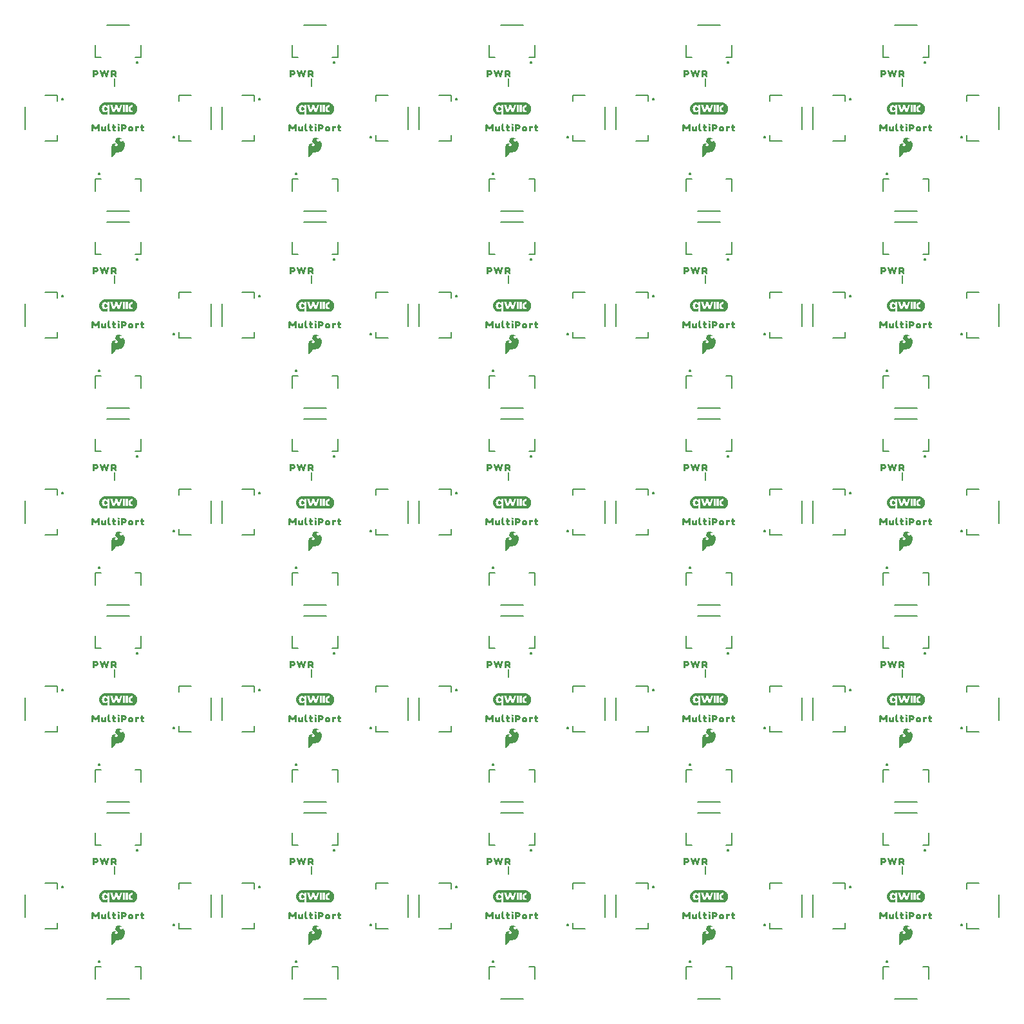
<source format=gto>
G04 EAGLE Gerber RS-274X export*
G75*
%MOMM*%
%FSLAX34Y34*%
%LPD*%
%INSilkscreen Top*%
%IPPOS*%
%AMOC8*
5,1,8,0,0,1.08239X$1,22.5*%
G01*
%ADD10C,0.203200*%

G36*
X116462Y390453D02*
X116462Y390453D01*
X143959Y390453D01*
X143961Y390454D01*
X143963Y390453D01*
X144490Y390486D01*
X144491Y390486D01*
X144493Y390486D01*
X145545Y390592D01*
X145547Y390594D01*
X145551Y390593D01*
X146067Y390700D01*
X146069Y390702D01*
X146072Y390701D01*
X147083Y391015D01*
X147084Y391017D01*
X147088Y391017D01*
X147573Y391222D01*
X147575Y391224D01*
X147579Y391224D01*
X148508Y391729D01*
X148510Y391732D01*
X148514Y391732D01*
X148948Y392030D01*
X148949Y392033D01*
X148952Y392034D01*
X149768Y392707D01*
X149769Y392710D01*
X149773Y392712D01*
X150138Y393091D01*
X150139Y393093D01*
X150141Y393095D01*
X150814Y393910D01*
X150815Y393914D01*
X150819Y393917D01*
X151100Y394362D01*
X151100Y394364D01*
X151102Y394366D01*
X151607Y395295D01*
X151606Y395299D01*
X151610Y395303D01*
X151796Y395796D01*
X151795Y395798D01*
X151797Y395800D01*
X152111Y396810D01*
X152110Y396814D01*
X152113Y396818D01*
X152198Y397338D01*
X152197Y397339D01*
X152199Y397342D01*
X152305Y398394D01*
X152303Y398397D01*
X152305Y398401D01*
X152297Y398927D01*
X152295Y398929D01*
X152296Y398933D01*
X152190Y399985D01*
X152188Y399987D01*
X152189Y399991D01*
X152087Y400507D01*
X152085Y400509D01*
X152085Y400513D01*
X151772Y401523D01*
X151769Y401525D01*
X151770Y401529D01*
X151568Y402015D01*
X151566Y402017D01*
X151566Y402021D01*
X151061Y402950D01*
X151059Y402952D01*
X151058Y402956D01*
X150763Y403392D01*
X150761Y403393D01*
X150760Y403397D01*
X150087Y404212D01*
X150084Y404213D01*
X150082Y404217D01*
X149705Y404585D01*
X149703Y404586D01*
X149702Y404589D01*
X148886Y405262D01*
X148882Y405262D01*
X148880Y405266D01*
X148436Y405550D01*
X148434Y405550D01*
X148433Y405553D01*
X147503Y406057D01*
X147499Y406057D01*
X147496Y406061D01*
X147004Y406250D01*
X147002Y406250D01*
X147000Y406251D01*
X145990Y406565D01*
X145987Y406564D01*
X145982Y406567D01*
X145464Y406657D01*
X145462Y406656D01*
X145459Y406657D01*
X144407Y406763D01*
X144166Y406788D01*
X144163Y406786D01*
X144160Y406788D01*
X110844Y406788D01*
X110315Y406783D01*
X110313Y406781D01*
X110310Y406782D01*
X108731Y406623D01*
X108727Y406620D01*
X108719Y406621D01*
X107204Y406151D01*
X107200Y406146D01*
X107192Y406146D01*
X105799Y405389D01*
X105796Y405384D01*
X105789Y405382D01*
X104571Y404366D01*
X104569Y404361D01*
X104562Y404357D01*
X103564Y403126D01*
X103564Y403121D01*
X103558Y403116D01*
X103053Y402187D01*
X103054Y402186D01*
X103052Y402185D01*
X102817Y401713D01*
X102818Y401708D01*
X102813Y401703D01*
X102500Y400693D01*
X102500Y400692D01*
X102499Y400691D01*
X102360Y400183D01*
X102361Y400178D01*
X102358Y400172D01*
X102205Y398594D01*
X102208Y398589D01*
X102205Y398581D01*
X102365Y397003D01*
X102368Y396999D01*
X102367Y396991D01*
X102833Y395475D01*
X102837Y395471D01*
X102838Y395463D01*
X103589Y394067D01*
X103594Y394064D01*
X103596Y394057D01*
X103659Y393981D01*
X103866Y393730D01*
X103867Y393730D01*
X104074Y393479D01*
X104282Y393228D01*
X104490Y392977D01*
X104607Y392835D01*
X104613Y392833D01*
X104616Y392826D01*
X105846Y391825D01*
X105851Y391825D01*
X105856Y391819D01*
X107256Y391075D01*
X107261Y391076D01*
X107267Y391070D01*
X108785Y390613D01*
X108790Y390615D01*
X108797Y390611D01*
X110375Y390453D01*
X110378Y390454D01*
X110381Y390453D01*
X112878Y390453D01*
X112897Y390465D01*
X112920Y390469D01*
X112926Y390484D01*
X112935Y390489D01*
X112933Y390500D01*
X112940Y390516D01*
X112939Y390665D01*
X112939Y395048D01*
X112932Y395059D01*
X112934Y395072D01*
X112915Y395085D01*
X112902Y395105D01*
X112889Y395103D01*
X112878Y395111D01*
X112844Y395097D01*
X112835Y395095D01*
X112833Y395092D01*
X112830Y395091D01*
X112608Y394852D01*
X112227Y394498D01*
X111794Y394214D01*
X111322Y394001D01*
X110820Y393875D01*
X110304Y393818D01*
X109783Y393839D01*
X109264Y393888D01*
X108762Y394025D01*
X108271Y394195D01*
X107818Y394449D01*
X107401Y394757D01*
X107014Y395103D01*
X106706Y395522D01*
X106429Y395962D01*
X106214Y396437D01*
X106054Y396932D01*
X105929Y397439D01*
X105830Y398481D01*
X105895Y399525D01*
X106010Y400034D01*
X106143Y400539D01*
X106359Y401012D01*
X106613Y401467D01*
X106919Y401887D01*
X107291Y402248D01*
X107694Y402573D01*
X108148Y402826D01*
X108632Y403014D01*
X109129Y403165D01*
X110170Y403245D01*
X110687Y403196D01*
X111193Y403081D01*
X111675Y402891D01*
X112117Y402622D01*
X112518Y402289D01*
X112833Y401994D01*
X112844Y401992D01*
X112850Y401983D01*
X112875Y401987D01*
X112900Y401982D01*
X112906Y401991D01*
X112917Y401993D01*
X112936Y402034D01*
X112939Y402038D01*
X112938Y402039D01*
X112939Y402040D01*
X112939Y403095D01*
X112943Y403148D01*
X115888Y403148D01*
X115888Y390508D01*
X115900Y390489D01*
X115904Y390466D01*
X115919Y390460D01*
X115924Y390451D01*
X115935Y390453D01*
X115951Y390446D01*
X116462Y390453D01*
G37*
G36*
X1152782Y131373D02*
X1152782Y131373D01*
X1180279Y131373D01*
X1180281Y131374D01*
X1180283Y131373D01*
X1180810Y131406D01*
X1180811Y131406D01*
X1180813Y131406D01*
X1181865Y131512D01*
X1181867Y131514D01*
X1181871Y131513D01*
X1182387Y131620D01*
X1182389Y131622D01*
X1182392Y131621D01*
X1183403Y131935D01*
X1183404Y131937D01*
X1183408Y131937D01*
X1183893Y132142D01*
X1183895Y132144D01*
X1183899Y132144D01*
X1184828Y132649D01*
X1184830Y132652D01*
X1184834Y132652D01*
X1185268Y132950D01*
X1185269Y132953D01*
X1185272Y132954D01*
X1186088Y133627D01*
X1186089Y133630D01*
X1186093Y133632D01*
X1186458Y134011D01*
X1186459Y134013D01*
X1186461Y134015D01*
X1187134Y134830D01*
X1187135Y134834D01*
X1187139Y134837D01*
X1187420Y135282D01*
X1187420Y135284D01*
X1187422Y135286D01*
X1187927Y136215D01*
X1187926Y136219D01*
X1187930Y136223D01*
X1188116Y136716D01*
X1188115Y136718D01*
X1188117Y136720D01*
X1188431Y137730D01*
X1188430Y137734D01*
X1188433Y137738D01*
X1188518Y138258D01*
X1188517Y138259D01*
X1188519Y138262D01*
X1188625Y139314D01*
X1188623Y139317D01*
X1188625Y139321D01*
X1188617Y139847D01*
X1188615Y139849D01*
X1188616Y139853D01*
X1188510Y140905D01*
X1188508Y140907D01*
X1188509Y140911D01*
X1188407Y141427D01*
X1188405Y141429D01*
X1188405Y141433D01*
X1188092Y142443D01*
X1188089Y142445D01*
X1188090Y142449D01*
X1187888Y142935D01*
X1187886Y142937D01*
X1187886Y142941D01*
X1187381Y143870D01*
X1187379Y143872D01*
X1187378Y143876D01*
X1187083Y144312D01*
X1187081Y144313D01*
X1187080Y144317D01*
X1186407Y145132D01*
X1186404Y145133D01*
X1186402Y145137D01*
X1186025Y145505D01*
X1186023Y145506D01*
X1186022Y145509D01*
X1185206Y146182D01*
X1185202Y146182D01*
X1185200Y146186D01*
X1184756Y146470D01*
X1184754Y146470D01*
X1184753Y146473D01*
X1183823Y146977D01*
X1183819Y146977D01*
X1183816Y146981D01*
X1183324Y147170D01*
X1183322Y147170D01*
X1183320Y147171D01*
X1182310Y147485D01*
X1182307Y147484D01*
X1182302Y147487D01*
X1181784Y147577D01*
X1181782Y147576D01*
X1181779Y147577D01*
X1180727Y147683D01*
X1180486Y147708D01*
X1180483Y147706D01*
X1180480Y147708D01*
X1147164Y147708D01*
X1146635Y147703D01*
X1146633Y147701D01*
X1146630Y147702D01*
X1145051Y147543D01*
X1145047Y147540D01*
X1145039Y147541D01*
X1143524Y147071D01*
X1143520Y147066D01*
X1143512Y147066D01*
X1142119Y146309D01*
X1142116Y146304D01*
X1142109Y146302D01*
X1140891Y145286D01*
X1140889Y145281D01*
X1140882Y145277D01*
X1139884Y144046D01*
X1139884Y144041D01*
X1139878Y144036D01*
X1139373Y143107D01*
X1139374Y143106D01*
X1139372Y143105D01*
X1139137Y142633D01*
X1139138Y142628D01*
X1139133Y142623D01*
X1138820Y141613D01*
X1138820Y141612D01*
X1138819Y141611D01*
X1138680Y141103D01*
X1138681Y141098D01*
X1138678Y141092D01*
X1138525Y139514D01*
X1138528Y139509D01*
X1138525Y139501D01*
X1138685Y137923D01*
X1138688Y137919D01*
X1138687Y137911D01*
X1139153Y136395D01*
X1139157Y136391D01*
X1139158Y136383D01*
X1139909Y134987D01*
X1139914Y134984D01*
X1139916Y134977D01*
X1139979Y134901D01*
X1140186Y134650D01*
X1140187Y134650D01*
X1140394Y134399D01*
X1140602Y134148D01*
X1140810Y133897D01*
X1140927Y133755D01*
X1140933Y133753D01*
X1140936Y133746D01*
X1142166Y132745D01*
X1142171Y132745D01*
X1142176Y132739D01*
X1143576Y131995D01*
X1143581Y131996D01*
X1143587Y131990D01*
X1145105Y131533D01*
X1145110Y131535D01*
X1145117Y131531D01*
X1146695Y131373D01*
X1146698Y131374D01*
X1146701Y131373D01*
X1149198Y131373D01*
X1149217Y131385D01*
X1149240Y131389D01*
X1149246Y131404D01*
X1149255Y131409D01*
X1149253Y131420D01*
X1149260Y131436D01*
X1149259Y131585D01*
X1149259Y135968D01*
X1149252Y135979D01*
X1149254Y135992D01*
X1149235Y136005D01*
X1149222Y136025D01*
X1149209Y136023D01*
X1149198Y136031D01*
X1149164Y136017D01*
X1149155Y136015D01*
X1149153Y136012D01*
X1149150Y136011D01*
X1148928Y135772D01*
X1148547Y135418D01*
X1148114Y135134D01*
X1147642Y134921D01*
X1147140Y134795D01*
X1146624Y134738D01*
X1146103Y134759D01*
X1145584Y134808D01*
X1145082Y134945D01*
X1144591Y135115D01*
X1144138Y135369D01*
X1143721Y135677D01*
X1143334Y136023D01*
X1143026Y136442D01*
X1142749Y136882D01*
X1142534Y137357D01*
X1142374Y137852D01*
X1142249Y138359D01*
X1142150Y139401D01*
X1142215Y140445D01*
X1142330Y140954D01*
X1142463Y141459D01*
X1142679Y141932D01*
X1142933Y142387D01*
X1143239Y142807D01*
X1143611Y143168D01*
X1144014Y143493D01*
X1144468Y143746D01*
X1144952Y143934D01*
X1145449Y144085D01*
X1146490Y144165D01*
X1147007Y144116D01*
X1147513Y144001D01*
X1147995Y143811D01*
X1148437Y143542D01*
X1148838Y143209D01*
X1149153Y142914D01*
X1149164Y142912D01*
X1149170Y142903D01*
X1149195Y142907D01*
X1149220Y142902D01*
X1149226Y142911D01*
X1149237Y142913D01*
X1149256Y142954D01*
X1149259Y142958D01*
X1149258Y142959D01*
X1149259Y142960D01*
X1149259Y144015D01*
X1149263Y144068D01*
X1152208Y144068D01*
X1152208Y131428D01*
X1152220Y131409D01*
X1152224Y131386D01*
X1152239Y131380D01*
X1152244Y131371D01*
X1152255Y131373D01*
X1152271Y131366D01*
X1152782Y131373D01*
G37*
G36*
X375542Y131373D02*
X375542Y131373D01*
X403039Y131373D01*
X403041Y131374D01*
X403043Y131373D01*
X403570Y131406D01*
X403571Y131406D01*
X403573Y131406D01*
X404625Y131512D01*
X404627Y131514D01*
X404631Y131513D01*
X405147Y131620D01*
X405149Y131622D01*
X405152Y131621D01*
X406163Y131935D01*
X406164Y131937D01*
X406168Y131937D01*
X406653Y132142D01*
X406655Y132144D01*
X406659Y132144D01*
X407588Y132649D01*
X407590Y132652D01*
X407594Y132652D01*
X408028Y132950D01*
X408029Y132953D01*
X408032Y132954D01*
X408848Y133627D01*
X408849Y133630D01*
X408853Y133632D01*
X409218Y134011D01*
X409219Y134013D01*
X409221Y134015D01*
X409894Y134830D01*
X409895Y134834D01*
X409899Y134837D01*
X410180Y135282D01*
X410180Y135284D01*
X410182Y135286D01*
X410687Y136215D01*
X410686Y136219D01*
X410690Y136223D01*
X410876Y136716D01*
X410875Y136718D01*
X410877Y136720D01*
X411191Y137730D01*
X411190Y137734D01*
X411193Y137738D01*
X411278Y138258D01*
X411277Y138259D01*
X411279Y138262D01*
X411385Y139314D01*
X411383Y139317D01*
X411385Y139321D01*
X411377Y139847D01*
X411375Y139849D01*
X411376Y139853D01*
X411270Y140905D01*
X411268Y140907D01*
X411269Y140911D01*
X411167Y141427D01*
X411165Y141429D01*
X411165Y141433D01*
X410852Y142443D01*
X410849Y142445D01*
X410850Y142449D01*
X410648Y142935D01*
X410646Y142937D01*
X410646Y142941D01*
X410141Y143870D01*
X410139Y143872D01*
X410138Y143876D01*
X409843Y144312D01*
X409841Y144313D01*
X409840Y144317D01*
X409167Y145132D01*
X409164Y145133D01*
X409162Y145137D01*
X408785Y145505D01*
X408783Y145506D01*
X408782Y145509D01*
X407966Y146182D01*
X407962Y146182D01*
X407960Y146186D01*
X407516Y146470D01*
X407514Y146470D01*
X407513Y146473D01*
X406583Y146977D01*
X406579Y146977D01*
X406576Y146981D01*
X406084Y147170D01*
X406082Y147170D01*
X406080Y147171D01*
X405070Y147485D01*
X405067Y147484D01*
X405062Y147487D01*
X404544Y147577D01*
X404542Y147576D01*
X404539Y147577D01*
X403487Y147683D01*
X403246Y147708D01*
X403243Y147706D01*
X403240Y147708D01*
X369924Y147708D01*
X369395Y147703D01*
X369393Y147701D01*
X369390Y147702D01*
X367811Y147543D01*
X367807Y147540D01*
X367799Y147541D01*
X366284Y147071D01*
X366280Y147066D01*
X366272Y147066D01*
X364879Y146309D01*
X364876Y146304D01*
X364869Y146302D01*
X363651Y145286D01*
X363649Y145281D01*
X363642Y145277D01*
X362644Y144046D01*
X362644Y144041D01*
X362638Y144036D01*
X362133Y143107D01*
X362134Y143106D01*
X362132Y143105D01*
X361897Y142633D01*
X361898Y142628D01*
X361893Y142623D01*
X361580Y141613D01*
X361580Y141612D01*
X361579Y141611D01*
X361440Y141103D01*
X361441Y141098D01*
X361438Y141092D01*
X361285Y139514D01*
X361288Y139509D01*
X361285Y139501D01*
X361445Y137923D01*
X361448Y137919D01*
X361447Y137911D01*
X361913Y136395D01*
X361917Y136391D01*
X361918Y136383D01*
X362669Y134987D01*
X362674Y134984D01*
X362676Y134977D01*
X362739Y134901D01*
X362946Y134650D01*
X362947Y134650D01*
X363154Y134399D01*
X363362Y134148D01*
X363570Y133897D01*
X363687Y133755D01*
X363693Y133753D01*
X363696Y133746D01*
X364926Y132745D01*
X364931Y132745D01*
X364936Y132739D01*
X366336Y131995D01*
X366341Y131996D01*
X366347Y131990D01*
X367865Y131533D01*
X367870Y131535D01*
X367877Y131531D01*
X369455Y131373D01*
X369458Y131374D01*
X369461Y131373D01*
X371958Y131373D01*
X371977Y131385D01*
X372000Y131389D01*
X372006Y131404D01*
X372015Y131409D01*
X372013Y131420D01*
X372020Y131436D01*
X372019Y131585D01*
X372019Y135968D01*
X372012Y135979D01*
X372014Y135992D01*
X371995Y136005D01*
X371982Y136025D01*
X371969Y136023D01*
X371958Y136031D01*
X371924Y136017D01*
X371915Y136015D01*
X371913Y136012D01*
X371910Y136011D01*
X371688Y135772D01*
X371307Y135418D01*
X370874Y135134D01*
X370402Y134921D01*
X369900Y134795D01*
X369384Y134738D01*
X368863Y134759D01*
X368344Y134808D01*
X367842Y134945D01*
X367351Y135115D01*
X366898Y135369D01*
X366481Y135677D01*
X366094Y136023D01*
X365786Y136442D01*
X365509Y136882D01*
X365294Y137357D01*
X365134Y137852D01*
X365009Y138359D01*
X364910Y139401D01*
X364975Y140445D01*
X365090Y140954D01*
X365223Y141459D01*
X365439Y141932D01*
X365693Y142387D01*
X365999Y142807D01*
X366371Y143168D01*
X366774Y143493D01*
X367228Y143746D01*
X367712Y143934D01*
X368209Y144085D01*
X369250Y144165D01*
X369767Y144116D01*
X370273Y144001D01*
X370755Y143811D01*
X371197Y143542D01*
X371598Y143209D01*
X371913Y142914D01*
X371924Y142912D01*
X371930Y142903D01*
X371955Y142907D01*
X371980Y142902D01*
X371986Y142911D01*
X371997Y142913D01*
X372016Y142954D01*
X372019Y142958D01*
X372018Y142959D01*
X372019Y142960D01*
X372019Y144015D01*
X372023Y144068D01*
X374968Y144068D01*
X374968Y131428D01*
X374980Y131409D01*
X374984Y131386D01*
X374999Y131380D01*
X375004Y131371D01*
X375015Y131373D01*
X375031Y131366D01*
X375542Y131373D01*
G37*
G36*
X1152782Y908613D02*
X1152782Y908613D01*
X1180279Y908613D01*
X1180281Y908614D01*
X1180283Y908613D01*
X1180810Y908646D01*
X1180811Y908646D01*
X1180813Y908646D01*
X1181865Y908752D01*
X1181867Y908754D01*
X1181871Y908753D01*
X1182387Y908860D01*
X1182389Y908862D01*
X1182392Y908861D01*
X1183403Y909175D01*
X1183404Y909177D01*
X1183408Y909177D01*
X1183893Y909382D01*
X1183895Y909384D01*
X1183899Y909384D01*
X1184828Y909889D01*
X1184830Y909892D01*
X1184834Y909892D01*
X1185268Y910190D01*
X1185269Y910193D01*
X1185272Y910194D01*
X1186088Y910867D01*
X1186089Y910870D01*
X1186093Y910872D01*
X1186458Y911251D01*
X1186459Y911253D01*
X1186461Y911255D01*
X1187134Y912070D01*
X1187135Y912074D01*
X1187139Y912077D01*
X1187420Y912522D01*
X1187420Y912524D01*
X1187422Y912526D01*
X1187927Y913455D01*
X1187926Y913459D01*
X1187930Y913463D01*
X1188116Y913956D01*
X1188115Y913958D01*
X1188117Y913960D01*
X1188431Y914970D01*
X1188430Y914974D01*
X1188433Y914978D01*
X1188518Y915498D01*
X1188517Y915499D01*
X1188519Y915502D01*
X1188625Y916554D01*
X1188623Y916557D01*
X1188625Y916561D01*
X1188617Y917087D01*
X1188615Y917089D01*
X1188616Y917093D01*
X1188510Y918145D01*
X1188508Y918147D01*
X1188509Y918151D01*
X1188407Y918667D01*
X1188405Y918669D01*
X1188405Y918673D01*
X1188092Y919683D01*
X1188089Y919685D01*
X1188090Y919689D01*
X1187888Y920175D01*
X1187886Y920177D01*
X1187886Y920181D01*
X1187381Y921110D01*
X1187379Y921112D01*
X1187378Y921116D01*
X1187083Y921552D01*
X1187081Y921553D01*
X1187080Y921557D01*
X1186407Y922372D01*
X1186404Y922373D01*
X1186402Y922377D01*
X1186025Y922745D01*
X1186023Y922746D01*
X1186022Y922749D01*
X1185206Y923422D01*
X1185202Y923422D01*
X1185200Y923426D01*
X1184756Y923710D01*
X1184754Y923710D01*
X1184753Y923713D01*
X1183823Y924217D01*
X1183819Y924217D01*
X1183816Y924221D01*
X1183324Y924410D01*
X1183322Y924410D01*
X1183320Y924411D01*
X1182310Y924725D01*
X1182307Y924724D01*
X1182302Y924727D01*
X1181784Y924817D01*
X1181782Y924816D01*
X1181779Y924817D01*
X1180727Y924923D01*
X1180486Y924948D01*
X1180483Y924946D01*
X1180480Y924948D01*
X1147164Y924948D01*
X1146635Y924943D01*
X1146633Y924941D01*
X1146630Y924942D01*
X1145051Y924783D01*
X1145047Y924780D01*
X1145039Y924781D01*
X1143524Y924311D01*
X1143520Y924306D01*
X1143512Y924306D01*
X1142119Y923549D01*
X1142116Y923544D01*
X1142109Y923542D01*
X1140891Y922526D01*
X1140889Y922521D01*
X1140882Y922517D01*
X1139884Y921286D01*
X1139884Y921281D01*
X1139878Y921276D01*
X1139373Y920347D01*
X1139374Y920346D01*
X1139372Y920345D01*
X1139137Y919873D01*
X1139138Y919868D01*
X1139133Y919863D01*
X1138820Y918853D01*
X1138820Y918852D01*
X1138819Y918851D01*
X1138680Y918343D01*
X1138681Y918338D01*
X1138678Y918332D01*
X1138525Y916754D01*
X1138528Y916749D01*
X1138525Y916741D01*
X1138685Y915163D01*
X1138688Y915159D01*
X1138687Y915151D01*
X1139153Y913635D01*
X1139157Y913631D01*
X1139158Y913623D01*
X1139909Y912227D01*
X1139914Y912224D01*
X1139916Y912217D01*
X1139979Y912141D01*
X1140186Y911890D01*
X1140187Y911890D01*
X1140394Y911639D01*
X1140602Y911388D01*
X1140810Y911137D01*
X1140927Y910995D01*
X1140933Y910993D01*
X1140936Y910986D01*
X1142166Y909985D01*
X1142171Y909985D01*
X1142176Y909979D01*
X1143576Y909235D01*
X1143581Y909236D01*
X1143587Y909230D01*
X1145105Y908773D01*
X1145110Y908775D01*
X1145117Y908771D01*
X1146695Y908613D01*
X1146698Y908614D01*
X1146701Y908613D01*
X1149198Y908613D01*
X1149217Y908625D01*
X1149240Y908629D01*
X1149246Y908644D01*
X1149255Y908649D01*
X1149253Y908660D01*
X1149260Y908676D01*
X1149259Y908825D01*
X1149259Y913208D01*
X1149252Y913219D01*
X1149254Y913232D01*
X1149235Y913245D01*
X1149222Y913265D01*
X1149209Y913263D01*
X1149198Y913271D01*
X1149164Y913257D01*
X1149155Y913255D01*
X1149153Y913252D01*
X1149150Y913251D01*
X1148928Y913012D01*
X1148547Y912658D01*
X1148114Y912374D01*
X1147642Y912161D01*
X1147140Y912035D01*
X1146624Y911978D01*
X1146103Y911999D01*
X1145584Y912048D01*
X1145082Y912185D01*
X1144591Y912355D01*
X1144138Y912609D01*
X1143721Y912917D01*
X1143334Y913263D01*
X1143026Y913682D01*
X1142749Y914122D01*
X1142534Y914597D01*
X1142374Y915092D01*
X1142249Y915599D01*
X1142150Y916641D01*
X1142215Y917685D01*
X1142330Y918194D01*
X1142463Y918699D01*
X1142679Y919172D01*
X1142933Y919627D01*
X1143239Y920047D01*
X1143611Y920408D01*
X1144014Y920733D01*
X1144468Y920986D01*
X1144952Y921174D01*
X1145449Y921325D01*
X1146490Y921405D01*
X1147007Y921356D01*
X1147513Y921241D01*
X1147995Y921051D01*
X1148437Y920782D01*
X1148838Y920449D01*
X1149153Y920154D01*
X1149164Y920152D01*
X1149170Y920143D01*
X1149195Y920147D01*
X1149220Y920142D01*
X1149226Y920151D01*
X1149237Y920153D01*
X1149256Y920194D01*
X1149259Y920198D01*
X1149258Y920199D01*
X1149259Y920200D01*
X1149259Y921255D01*
X1149263Y921308D01*
X1152208Y921308D01*
X1152208Y908668D01*
X1152220Y908649D01*
X1152224Y908626D01*
X1152239Y908620D01*
X1152244Y908611D01*
X1152255Y908613D01*
X1152271Y908606D01*
X1152782Y908613D01*
G37*
G36*
X116462Y908613D02*
X116462Y908613D01*
X143959Y908613D01*
X143961Y908614D01*
X143963Y908613D01*
X144490Y908646D01*
X144491Y908646D01*
X144493Y908646D01*
X145545Y908752D01*
X145547Y908754D01*
X145551Y908753D01*
X146067Y908860D01*
X146069Y908862D01*
X146072Y908861D01*
X147083Y909175D01*
X147084Y909177D01*
X147088Y909177D01*
X147573Y909382D01*
X147575Y909384D01*
X147579Y909384D01*
X148508Y909889D01*
X148510Y909892D01*
X148514Y909892D01*
X148948Y910190D01*
X148949Y910193D01*
X148952Y910194D01*
X149768Y910867D01*
X149769Y910870D01*
X149773Y910872D01*
X150138Y911251D01*
X150139Y911253D01*
X150141Y911255D01*
X150814Y912070D01*
X150815Y912074D01*
X150819Y912077D01*
X151100Y912522D01*
X151100Y912524D01*
X151102Y912526D01*
X151607Y913455D01*
X151606Y913459D01*
X151610Y913463D01*
X151796Y913956D01*
X151795Y913958D01*
X151797Y913960D01*
X152111Y914970D01*
X152110Y914974D01*
X152113Y914978D01*
X152198Y915498D01*
X152197Y915499D01*
X152199Y915502D01*
X152305Y916554D01*
X152303Y916557D01*
X152305Y916561D01*
X152297Y917087D01*
X152295Y917089D01*
X152296Y917093D01*
X152190Y918145D01*
X152188Y918147D01*
X152189Y918151D01*
X152087Y918667D01*
X152085Y918669D01*
X152085Y918673D01*
X151772Y919683D01*
X151769Y919685D01*
X151770Y919689D01*
X151568Y920175D01*
X151566Y920177D01*
X151566Y920181D01*
X151061Y921110D01*
X151059Y921112D01*
X151058Y921116D01*
X150763Y921552D01*
X150761Y921553D01*
X150760Y921557D01*
X150087Y922372D01*
X150084Y922373D01*
X150082Y922377D01*
X149705Y922745D01*
X149703Y922746D01*
X149702Y922749D01*
X148886Y923422D01*
X148882Y923422D01*
X148880Y923426D01*
X148436Y923710D01*
X148434Y923710D01*
X148433Y923713D01*
X147503Y924217D01*
X147499Y924217D01*
X147496Y924221D01*
X147004Y924410D01*
X147002Y924410D01*
X147000Y924411D01*
X145990Y924725D01*
X145987Y924724D01*
X145982Y924727D01*
X145464Y924817D01*
X145462Y924816D01*
X145459Y924817D01*
X144407Y924923D01*
X144166Y924948D01*
X144163Y924946D01*
X144160Y924948D01*
X110844Y924948D01*
X110315Y924943D01*
X110313Y924941D01*
X110310Y924942D01*
X108731Y924783D01*
X108727Y924780D01*
X108719Y924781D01*
X107204Y924311D01*
X107200Y924306D01*
X107192Y924306D01*
X105799Y923549D01*
X105796Y923544D01*
X105789Y923542D01*
X104571Y922526D01*
X104569Y922521D01*
X104562Y922517D01*
X103564Y921286D01*
X103564Y921281D01*
X103558Y921276D01*
X103053Y920347D01*
X103054Y920346D01*
X103052Y920345D01*
X102817Y919873D01*
X102818Y919868D01*
X102813Y919863D01*
X102500Y918853D01*
X102500Y918852D01*
X102499Y918851D01*
X102360Y918343D01*
X102361Y918338D01*
X102358Y918332D01*
X102205Y916754D01*
X102208Y916749D01*
X102205Y916741D01*
X102365Y915163D01*
X102368Y915159D01*
X102367Y915151D01*
X102833Y913635D01*
X102837Y913631D01*
X102838Y913623D01*
X103589Y912227D01*
X103594Y912224D01*
X103596Y912217D01*
X103659Y912141D01*
X103866Y911890D01*
X103867Y911890D01*
X104074Y911639D01*
X104282Y911388D01*
X104490Y911137D01*
X104607Y910995D01*
X104613Y910993D01*
X104616Y910986D01*
X105846Y909985D01*
X105851Y909985D01*
X105856Y909979D01*
X107256Y909235D01*
X107261Y909236D01*
X107267Y909230D01*
X108785Y908773D01*
X108790Y908775D01*
X108797Y908771D01*
X110375Y908613D01*
X110378Y908614D01*
X110381Y908613D01*
X112878Y908613D01*
X112897Y908625D01*
X112920Y908629D01*
X112926Y908644D01*
X112935Y908649D01*
X112933Y908660D01*
X112940Y908676D01*
X112939Y908825D01*
X112939Y913208D01*
X112932Y913219D01*
X112934Y913232D01*
X112915Y913245D01*
X112902Y913265D01*
X112889Y913263D01*
X112878Y913271D01*
X112844Y913257D01*
X112835Y913255D01*
X112833Y913252D01*
X112830Y913251D01*
X112608Y913012D01*
X112227Y912658D01*
X111794Y912374D01*
X111322Y912161D01*
X110820Y912035D01*
X110304Y911978D01*
X109783Y911999D01*
X109264Y912048D01*
X108762Y912185D01*
X108271Y912355D01*
X107818Y912609D01*
X107401Y912917D01*
X107014Y913263D01*
X106706Y913682D01*
X106429Y914122D01*
X106214Y914597D01*
X106054Y915092D01*
X105929Y915599D01*
X105830Y916641D01*
X105895Y917685D01*
X106010Y918194D01*
X106143Y918699D01*
X106359Y919172D01*
X106613Y919627D01*
X106919Y920047D01*
X107291Y920408D01*
X107694Y920733D01*
X108148Y920986D01*
X108632Y921174D01*
X109129Y921325D01*
X110170Y921405D01*
X110687Y921356D01*
X111193Y921241D01*
X111675Y921051D01*
X112117Y920782D01*
X112518Y920449D01*
X112833Y920154D01*
X112844Y920152D01*
X112850Y920143D01*
X112875Y920147D01*
X112900Y920142D01*
X112906Y920151D01*
X112917Y920153D01*
X112936Y920194D01*
X112939Y920198D01*
X112938Y920199D01*
X112939Y920200D01*
X112939Y921255D01*
X112943Y921308D01*
X115888Y921308D01*
X115888Y908668D01*
X115900Y908649D01*
X115904Y908626D01*
X115919Y908620D01*
X115924Y908611D01*
X115935Y908613D01*
X115951Y908606D01*
X116462Y908613D01*
G37*
G36*
X893702Y908613D02*
X893702Y908613D01*
X921199Y908613D01*
X921201Y908614D01*
X921203Y908613D01*
X921730Y908646D01*
X921731Y908646D01*
X921733Y908646D01*
X922785Y908752D01*
X922787Y908754D01*
X922791Y908753D01*
X923307Y908860D01*
X923309Y908862D01*
X923312Y908861D01*
X924323Y909175D01*
X924324Y909177D01*
X924328Y909177D01*
X924813Y909382D01*
X924815Y909384D01*
X924819Y909384D01*
X925748Y909889D01*
X925750Y909892D01*
X925754Y909892D01*
X926188Y910190D01*
X926189Y910193D01*
X926192Y910194D01*
X927008Y910867D01*
X927009Y910870D01*
X927013Y910872D01*
X927378Y911251D01*
X927379Y911253D01*
X927381Y911255D01*
X928054Y912070D01*
X928055Y912074D01*
X928059Y912077D01*
X928340Y912522D01*
X928340Y912524D01*
X928342Y912526D01*
X928847Y913455D01*
X928846Y913459D01*
X928850Y913463D01*
X929036Y913956D01*
X929035Y913958D01*
X929037Y913960D01*
X929351Y914970D01*
X929350Y914974D01*
X929353Y914978D01*
X929438Y915498D01*
X929437Y915499D01*
X929439Y915502D01*
X929545Y916554D01*
X929543Y916557D01*
X929545Y916561D01*
X929537Y917087D01*
X929535Y917089D01*
X929536Y917093D01*
X929430Y918145D01*
X929428Y918147D01*
X929429Y918151D01*
X929327Y918667D01*
X929325Y918669D01*
X929325Y918673D01*
X929012Y919683D01*
X929009Y919685D01*
X929010Y919689D01*
X928808Y920175D01*
X928806Y920177D01*
X928806Y920181D01*
X928301Y921110D01*
X928299Y921112D01*
X928298Y921116D01*
X928003Y921552D01*
X928001Y921553D01*
X928000Y921557D01*
X927327Y922372D01*
X927324Y922373D01*
X927322Y922377D01*
X926945Y922745D01*
X926943Y922746D01*
X926942Y922749D01*
X926126Y923422D01*
X926122Y923422D01*
X926120Y923426D01*
X925676Y923710D01*
X925674Y923710D01*
X925673Y923713D01*
X924743Y924217D01*
X924739Y924217D01*
X924736Y924221D01*
X924244Y924410D01*
X924242Y924410D01*
X924240Y924411D01*
X923230Y924725D01*
X923227Y924724D01*
X923222Y924727D01*
X922704Y924817D01*
X922702Y924816D01*
X922699Y924817D01*
X921647Y924923D01*
X921406Y924948D01*
X921403Y924946D01*
X921400Y924948D01*
X888084Y924948D01*
X887555Y924943D01*
X887553Y924941D01*
X887550Y924942D01*
X885971Y924783D01*
X885967Y924780D01*
X885959Y924781D01*
X884444Y924311D01*
X884440Y924306D01*
X884432Y924306D01*
X883039Y923549D01*
X883036Y923544D01*
X883029Y923542D01*
X881811Y922526D01*
X881809Y922521D01*
X881802Y922517D01*
X880804Y921286D01*
X880804Y921281D01*
X880798Y921276D01*
X880293Y920347D01*
X880294Y920346D01*
X880292Y920345D01*
X880057Y919873D01*
X880058Y919868D01*
X880053Y919863D01*
X879740Y918853D01*
X879740Y918852D01*
X879739Y918851D01*
X879600Y918343D01*
X879601Y918338D01*
X879598Y918332D01*
X879445Y916754D01*
X879448Y916749D01*
X879445Y916741D01*
X879605Y915163D01*
X879608Y915159D01*
X879607Y915151D01*
X880073Y913635D01*
X880077Y913631D01*
X880078Y913623D01*
X880829Y912227D01*
X880834Y912224D01*
X880836Y912217D01*
X880899Y912141D01*
X881106Y911890D01*
X881107Y911890D01*
X881314Y911639D01*
X881522Y911388D01*
X881730Y911137D01*
X881847Y910995D01*
X881853Y910993D01*
X881856Y910986D01*
X883086Y909985D01*
X883091Y909985D01*
X883096Y909979D01*
X884496Y909235D01*
X884501Y909236D01*
X884507Y909230D01*
X886025Y908773D01*
X886030Y908775D01*
X886037Y908771D01*
X887615Y908613D01*
X887618Y908614D01*
X887621Y908613D01*
X890118Y908613D01*
X890137Y908625D01*
X890160Y908629D01*
X890166Y908644D01*
X890175Y908649D01*
X890173Y908660D01*
X890180Y908676D01*
X890179Y908825D01*
X890179Y913208D01*
X890172Y913219D01*
X890174Y913232D01*
X890155Y913245D01*
X890142Y913265D01*
X890129Y913263D01*
X890118Y913271D01*
X890084Y913257D01*
X890075Y913255D01*
X890073Y913252D01*
X890070Y913251D01*
X889848Y913012D01*
X889467Y912658D01*
X889034Y912374D01*
X888562Y912161D01*
X888060Y912035D01*
X887544Y911978D01*
X887023Y911999D01*
X886504Y912048D01*
X886002Y912185D01*
X885511Y912355D01*
X885058Y912609D01*
X884641Y912917D01*
X884254Y913263D01*
X883946Y913682D01*
X883669Y914122D01*
X883454Y914597D01*
X883294Y915092D01*
X883169Y915599D01*
X883070Y916641D01*
X883135Y917685D01*
X883250Y918194D01*
X883383Y918699D01*
X883599Y919172D01*
X883853Y919627D01*
X884159Y920047D01*
X884531Y920408D01*
X884934Y920733D01*
X885388Y920986D01*
X885872Y921174D01*
X886369Y921325D01*
X887410Y921405D01*
X887927Y921356D01*
X888433Y921241D01*
X888915Y921051D01*
X889357Y920782D01*
X889758Y920449D01*
X890073Y920154D01*
X890084Y920152D01*
X890090Y920143D01*
X890115Y920147D01*
X890140Y920142D01*
X890146Y920151D01*
X890157Y920153D01*
X890176Y920194D01*
X890179Y920198D01*
X890178Y920199D01*
X890179Y920200D01*
X890179Y921255D01*
X890183Y921308D01*
X893128Y921308D01*
X893128Y908668D01*
X893140Y908649D01*
X893144Y908626D01*
X893159Y908620D01*
X893164Y908611D01*
X893175Y908613D01*
X893191Y908606D01*
X893702Y908613D01*
G37*
G36*
X375542Y1167693D02*
X375542Y1167693D01*
X403039Y1167693D01*
X403041Y1167694D01*
X403043Y1167693D01*
X403570Y1167726D01*
X403571Y1167726D01*
X403573Y1167726D01*
X404625Y1167832D01*
X404627Y1167834D01*
X404631Y1167833D01*
X405147Y1167940D01*
X405149Y1167942D01*
X405152Y1167941D01*
X406163Y1168255D01*
X406164Y1168257D01*
X406168Y1168257D01*
X406653Y1168462D01*
X406655Y1168464D01*
X406659Y1168464D01*
X407588Y1168969D01*
X407590Y1168972D01*
X407594Y1168972D01*
X408028Y1169270D01*
X408029Y1169273D01*
X408032Y1169274D01*
X408848Y1169947D01*
X408849Y1169950D01*
X408853Y1169952D01*
X409218Y1170331D01*
X409219Y1170333D01*
X409221Y1170335D01*
X409894Y1171150D01*
X409895Y1171154D01*
X409899Y1171157D01*
X410180Y1171602D01*
X410180Y1171604D01*
X410182Y1171606D01*
X410687Y1172535D01*
X410686Y1172539D01*
X410690Y1172543D01*
X410876Y1173036D01*
X410875Y1173038D01*
X410877Y1173040D01*
X411191Y1174050D01*
X411190Y1174054D01*
X411193Y1174058D01*
X411278Y1174578D01*
X411277Y1174579D01*
X411279Y1174582D01*
X411385Y1175634D01*
X411383Y1175637D01*
X411385Y1175641D01*
X411377Y1176167D01*
X411375Y1176169D01*
X411376Y1176173D01*
X411270Y1177225D01*
X411268Y1177227D01*
X411269Y1177231D01*
X411167Y1177747D01*
X411165Y1177749D01*
X411165Y1177753D01*
X410852Y1178763D01*
X410849Y1178765D01*
X410850Y1178769D01*
X410648Y1179255D01*
X410646Y1179257D01*
X410646Y1179261D01*
X410141Y1180190D01*
X410139Y1180192D01*
X410138Y1180196D01*
X409843Y1180632D01*
X409841Y1180633D01*
X409840Y1180637D01*
X409167Y1181452D01*
X409164Y1181453D01*
X409162Y1181457D01*
X408785Y1181825D01*
X408783Y1181826D01*
X408782Y1181829D01*
X407966Y1182502D01*
X407962Y1182502D01*
X407960Y1182506D01*
X407516Y1182790D01*
X407514Y1182790D01*
X407513Y1182793D01*
X406583Y1183297D01*
X406579Y1183297D01*
X406576Y1183301D01*
X406084Y1183490D01*
X406082Y1183490D01*
X406080Y1183491D01*
X405070Y1183805D01*
X405067Y1183804D01*
X405062Y1183807D01*
X404544Y1183897D01*
X404542Y1183896D01*
X404539Y1183897D01*
X403487Y1184003D01*
X403246Y1184028D01*
X403243Y1184026D01*
X403240Y1184028D01*
X369924Y1184028D01*
X369395Y1184023D01*
X369393Y1184021D01*
X369390Y1184022D01*
X367811Y1183863D01*
X367807Y1183860D01*
X367799Y1183861D01*
X366284Y1183391D01*
X366280Y1183386D01*
X366272Y1183386D01*
X364879Y1182629D01*
X364876Y1182624D01*
X364869Y1182622D01*
X363651Y1181606D01*
X363649Y1181601D01*
X363642Y1181597D01*
X362644Y1180366D01*
X362644Y1180361D01*
X362638Y1180356D01*
X362133Y1179427D01*
X362134Y1179426D01*
X362132Y1179425D01*
X361897Y1178953D01*
X361898Y1178948D01*
X361893Y1178943D01*
X361580Y1177933D01*
X361580Y1177932D01*
X361579Y1177931D01*
X361440Y1177423D01*
X361441Y1177418D01*
X361438Y1177412D01*
X361285Y1175834D01*
X361288Y1175829D01*
X361285Y1175821D01*
X361445Y1174243D01*
X361448Y1174239D01*
X361447Y1174231D01*
X361913Y1172715D01*
X361917Y1172711D01*
X361918Y1172703D01*
X362669Y1171307D01*
X362674Y1171304D01*
X362676Y1171297D01*
X362739Y1171221D01*
X362946Y1170970D01*
X362947Y1170970D01*
X363154Y1170719D01*
X363362Y1170468D01*
X363570Y1170217D01*
X363687Y1170075D01*
X363693Y1170073D01*
X363696Y1170066D01*
X364926Y1169065D01*
X364931Y1169065D01*
X364936Y1169059D01*
X366336Y1168315D01*
X366341Y1168316D01*
X366347Y1168310D01*
X367865Y1167853D01*
X367870Y1167855D01*
X367877Y1167851D01*
X369455Y1167693D01*
X369458Y1167694D01*
X369461Y1167693D01*
X371958Y1167693D01*
X371977Y1167705D01*
X372000Y1167709D01*
X372006Y1167724D01*
X372015Y1167729D01*
X372013Y1167740D01*
X372020Y1167756D01*
X372019Y1167905D01*
X372019Y1172288D01*
X372012Y1172299D01*
X372014Y1172312D01*
X371995Y1172325D01*
X371982Y1172345D01*
X371969Y1172343D01*
X371958Y1172351D01*
X371924Y1172337D01*
X371915Y1172335D01*
X371913Y1172332D01*
X371910Y1172331D01*
X371688Y1172092D01*
X371307Y1171738D01*
X370874Y1171454D01*
X370402Y1171241D01*
X369900Y1171115D01*
X369384Y1171058D01*
X368863Y1171079D01*
X368344Y1171128D01*
X367842Y1171265D01*
X367351Y1171435D01*
X366898Y1171689D01*
X366481Y1171997D01*
X366094Y1172343D01*
X365786Y1172762D01*
X365509Y1173202D01*
X365294Y1173677D01*
X365134Y1174172D01*
X365009Y1174679D01*
X364910Y1175721D01*
X364975Y1176765D01*
X365090Y1177274D01*
X365223Y1177779D01*
X365439Y1178252D01*
X365693Y1178707D01*
X365999Y1179127D01*
X366371Y1179488D01*
X366774Y1179813D01*
X367228Y1180066D01*
X367712Y1180254D01*
X368209Y1180405D01*
X369250Y1180485D01*
X369767Y1180436D01*
X370273Y1180321D01*
X370755Y1180131D01*
X371197Y1179862D01*
X371598Y1179529D01*
X371913Y1179234D01*
X371924Y1179232D01*
X371930Y1179223D01*
X371955Y1179227D01*
X371980Y1179222D01*
X371986Y1179231D01*
X371997Y1179233D01*
X372016Y1179274D01*
X372019Y1179278D01*
X372018Y1179279D01*
X372019Y1179280D01*
X372019Y1180335D01*
X372023Y1180388D01*
X374968Y1180388D01*
X374968Y1167748D01*
X374980Y1167729D01*
X374984Y1167706D01*
X374999Y1167700D01*
X375004Y1167691D01*
X375015Y1167693D01*
X375031Y1167686D01*
X375542Y1167693D01*
G37*
G36*
X634622Y1167693D02*
X634622Y1167693D01*
X662119Y1167693D01*
X662121Y1167694D01*
X662123Y1167693D01*
X662650Y1167726D01*
X662651Y1167726D01*
X662653Y1167726D01*
X663705Y1167832D01*
X663707Y1167834D01*
X663711Y1167833D01*
X664227Y1167940D01*
X664229Y1167942D01*
X664232Y1167941D01*
X665243Y1168255D01*
X665244Y1168257D01*
X665248Y1168257D01*
X665733Y1168462D01*
X665735Y1168464D01*
X665739Y1168464D01*
X666668Y1168969D01*
X666670Y1168972D01*
X666674Y1168972D01*
X667108Y1169270D01*
X667109Y1169273D01*
X667112Y1169274D01*
X667928Y1169947D01*
X667929Y1169950D01*
X667933Y1169952D01*
X668298Y1170331D01*
X668299Y1170333D01*
X668301Y1170335D01*
X668974Y1171150D01*
X668975Y1171154D01*
X668979Y1171157D01*
X669260Y1171602D01*
X669260Y1171604D01*
X669262Y1171606D01*
X669767Y1172535D01*
X669766Y1172539D01*
X669770Y1172543D01*
X669956Y1173036D01*
X669955Y1173038D01*
X669957Y1173040D01*
X670271Y1174050D01*
X670270Y1174054D01*
X670273Y1174058D01*
X670358Y1174578D01*
X670357Y1174579D01*
X670359Y1174582D01*
X670465Y1175634D01*
X670463Y1175637D01*
X670465Y1175641D01*
X670457Y1176167D01*
X670455Y1176169D01*
X670456Y1176173D01*
X670350Y1177225D01*
X670348Y1177227D01*
X670349Y1177231D01*
X670247Y1177747D01*
X670245Y1177749D01*
X670245Y1177753D01*
X669932Y1178763D01*
X669929Y1178765D01*
X669930Y1178769D01*
X669728Y1179255D01*
X669726Y1179257D01*
X669726Y1179261D01*
X669221Y1180190D01*
X669219Y1180192D01*
X669218Y1180196D01*
X668923Y1180632D01*
X668921Y1180633D01*
X668920Y1180637D01*
X668247Y1181452D01*
X668244Y1181453D01*
X668242Y1181457D01*
X667865Y1181825D01*
X667863Y1181826D01*
X667862Y1181829D01*
X667046Y1182502D01*
X667042Y1182502D01*
X667040Y1182506D01*
X666596Y1182790D01*
X666594Y1182790D01*
X666593Y1182793D01*
X665663Y1183297D01*
X665659Y1183297D01*
X665656Y1183301D01*
X665164Y1183490D01*
X665162Y1183490D01*
X665160Y1183491D01*
X664150Y1183805D01*
X664147Y1183804D01*
X664142Y1183807D01*
X663624Y1183897D01*
X663622Y1183896D01*
X663619Y1183897D01*
X662567Y1184003D01*
X662326Y1184028D01*
X662323Y1184026D01*
X662320Y1184028D01*
X629004Y1184028D01*
X628475Y1184023D01*
X628473Y1184021D01*
X628470Y1184022D01*
X626891Y1183863D01*
X626887Y1183860D01*
X626879Y1183861D01*
X625364Y1183391D01*
X625360Y1183386D01*
X625352Y1183386D01*
X623959Y1182629D01*
X623956Y1182624D01*
X623949Y1182622D01*
X622731Y1181606D01*
X622729Y1181601D01*
X622722Y1181597D01*
X621724Y1180366D01*
X621724Y1180361D01*
X621718Y1180356D01*
X621213Y1179427D01*
X621214Y1179426D01*
X621212Y1179425D01*
X620977Y1178953D01*
X620978Y1178948D01*
X620973Y1178943D01*
X620660Y1177933D01*
X620660Y1177932D01*
X620659Y1177931D01*
X620520Y1177423D01*
X620521Y1177418D01*
X620518Y1177412D01*
X620365Y1175834D01*
X620368Y1175829D01*
X620365Y1175821D01*
X620525Y1174243D01*
X620528Y1174239D01*
X620527Y1174231D01*
X620993Y1172715D01*
X620997Y1172711D01*
X620998Y1172703D01*
X621749Y1171307D01*
X621754Y1171304D01*
X621756Y1171297D01*
X621819Y1171221D01*
X622026Y1170970D01*
X622027Y1170970D01*
X622234Y1170719D01*
X622442Y1170468D01*
X622650Y1170217D01*
X622767Y1170075D01*
X622773Y1170073D01*
X622776Y1170066D01*
X624006Y1169065D01*
X624011Y1169065D01*
X624016Y1169059D01*
X625416Y1168315D01*
X625421Y1168316D01*
X625427Y1168310D01*
X626945Y1167853D01*
X626950Y1167855D01*
X626957Y1167851D01*
X628535Y1167693D01*
X628538Y1167694D01*
X628541Y1167693D01*
X631038Y1167693D01*
X631057Y1167705D01*
X631080Y1167709D01*
X631086Y1167724D01*
X631095Y1167729D01*
X631093Y1167740D01*
X631100Y1167756D01*
X631099Y1167905D01*
X631099Y1172288D01*
X631092Y1172299D01*
X631094Y1172312D01*
X631075Y1172325D01*
X631062Y1172345D01*
X631049Y1172343D01*
X631038Y1172351D01*
X631004Y1172337D01*
X630995Y1172335D01*
X630993Y1172332D01*
X630990Y1172331D01*
X630768Y1172092D01*
X630387Y1171738D01*
X629954Y1171454D01*
X629482Y1171241D01*
X628980Y1171115D01*
X628464Y1171058D01*
X627943Y1171079D01*
X627424Y1171128D01*
X626922Y1171265D01*
X626431Y1171435D01*
X625978Y1171689D01*
X625561Y1171997D01*
X625174Y1172343D01*
X624866Y1172762D01*
X624589Y1173202D01*
X624374Y1173677D01*
X624214Y1174172D01*
X624089Y1174679D01*
X623990Y1175721D01*
X624055Y1176765D01*
X624170Y1177274D01*
X624303Y1177779D01*
X624519Y1178252D01*
X624773Y1178707D01*
X625079Y1179127D01*
X625451Y1179488D01*
X625854Y1179813D01*
X626308Y1180066D01*
X626792Y1180254D01*
X627289Y1180405D01*
X628330Y1180485D01*
X628847Y1180436D01*
X629353Y1180321D01*
X629835Y1180131D01*
X630277Y1179862D01*
X630678Y1179529D01*
X630993Y1179234D01*
X631004Y1179232D01*
X631010Y1179223D01*
X631035Y1179227D01*
X631060Y1179222D01*
X631066Y1179231D01*
X631077Y1179233D01*
X631096Y1179274D01*
X631099Y1179278D01*
X631098Y1179279D01*
X631099Y1179280D01*
X631099Y1180335D01*
X631103Y1180388D01*
X634048Y1180388D01*
X634048Y1167748D01*
X634060Y1167729D01*
X634064Y1167706D01*
X634079Y1167700D01*
X634084Y1167691D01*
X634095Y1167693D01*
X634111Y1167686D01*
X634622Y1167693D01*
G37*
G36*
X116462Y1167693D02*
X116462Y1167693D01*
X143959Y1167693D01*
X143961Y1167694D01*
X143963Y1167693D01*
X144490Y1167726D01*
X144491Y1167726D01*
X144493Y1167726D01*
X145545Y1167832D01*
X145547Y1167834D01*
X145551Y1167833D01*
X146067Y1167940D01*
X146069Y1167942D01*
X146072Y1167941D01*
X147083Y1168255D01*
X147084Y1168257D01*
X147088Y1168257D01*
X147573Y1168462D01*
X147575Y1168464D01*
X147579Y1168464D01*
X148508Y1168969D01*
X148510Y1168972D01*
X148514Y1168972D01*
X148948Y1169270D01*
X148949Y1169273D01*
X148952Y1169274D01*
X149768Y1169947D01*
X149769Y1169950D01*
X149773Y1169952D01*
X150138Y1170331D01*
X150139Y1170333D01*
X150141Y1170335D01*
X150814Y1171150D01*
X150815Y1171154D01*
X150819Y1171157D01*
X151100Y1171602D01*
X151100Y1171604D01*
X151102Y1171606D01*
X151607Y1172535D01*
X151606Y1172539D01*
X151610Y1172543D01*
X151796Y1173036D01*
X151795Y1173038D01*
X151797Y1173040D01*
X152111Y1174050D01*
X152110Y1174054D01*
X152113Y1174058D01*
X152198Y1174578D01*
X152197Y1174579D01*
X152199Y1174582D01*
X152305Y1175634D01*
X152303Y1175637D01*
X152305Y1175641D01*
X152297Y1176167D01*
X152295Y1176169D01*
X152296Y1176173D01*
X152190Y1177225D01*
X152188Y1177227D01*
X152189Y1177231D01*
X152087Y1177747D01*
X152085Y1177749D01*
X152085Y1177753D01*
X151772Y1178763D01*
X151769Y1178765D01*
X151770Y1178769D01*
X151568Y1179255D01*
X151566Y1179257D01*
X151566Y1179261D01*
X151061Y1180190D01*
X151059Y1180192D01*
X151058Y1180196D01*
X150763Y1180632D01*
X150761Y1180633D01*
X150760Y1180637D01*
X150087Y1181452D01*
X150084Y1181453D01*
X150082Y1181457D01*
X149705Y1181825D01*
X149703Y1181826D01*
X149702Y1181829D01*
X148886Y1182502D01*
X148882Y1182502D01*
X148880Y1182506D01*
X148436Y1182790D01*
X148434Y1182790D01*
X148433Y1182793D01*
X147503Y1183297D01*
X147499Y1183297D01*
X147496Y1183301D01*
X147004Y1183490D01*
X147002Y1183490D01*
X147000Y1183491D01*
X145990Y1183805D01*
X145987Y1183804D01*
X145982Y1183807D01*
X145464Y1183897D01*
X145462Y1183896D01*
X145459Y1183897D01*
X144407Y1184003D01*
X144166Y1184028D01*
X144163Y1184026D01*
X144160Y1184028D01*
X110844Y1184028D01*
X110315Y1184023D01*
X110313Y1184021D01*
X110310Y1184022D01*
X108731Y1183863D01*
X108727Y1183860D01*
X108719Y1183861D01*
X107204Y1183391D01*
X107200Y1183386D01*
X107192Y1183386D01*
X105799Y1182629D01*
X105796Y1182624D01*
X105789Y1182622D01*
X104571Y1181606D01*
X104569Y1181601D01*
X104562Y1181597D01*
X103564Y1180366D01*
X103564Y1180361D01*
X103558Y1180356D01*
X103053Y1179427D01*
X103054Y1179426D01*
X103052Y1179425D01*
X102817Y1178953D01*
X102818Y1178948D01*
X102813Y1178943D01*
X102500Y1177933D01*
X102500Y1177932D01*
X102499Y1177931D01*
X102360Y1177423D01*
X102361Y1177418D01*
X102358Y1177412D01*
X102205Y1175834D01*
X102208Y1175829D01*
X102205Y1175821D01*
X102365Y1174243D01*
X102368Y1174239D01*
X102367Y1174231D01*
X102833Y1172715D01*
X102837Y1172711D01*
X102838Y1172703D01*
X103589Y1171307D01*
X103594Y1171304D01*
X103596Y1171297D01*
X103659Y1171221D01*
X103866Y1170970D01*
X103867Y1170970D01*
X104074Y1170719D01*
X104282Y1170468D01*
X104490Y1170217D01*
X104607Y1170075D01*
X104613Y1170073D01*
X104616Y1170066D01*
X105846Y1169065D01*
X105851Y1169065D01*
X105856Y1169059D01*
X107256Y1168315D01*
X107261Y1168316D01*
X107267Y1168310D01*
X108785Y1167853D01*
X108790Y1167855D01*
X108797Y1167851D01*
X110375Y1167693D01*
X110378Y1167694D01*
X110381Y1167693D01*
X112878Y1167693D01*
X112897Y1167705D01*
X112920Y1167709D01*
X112926Y1167724D01*
X112935Y1167729D01*
X112933Y1167740D01*
X112940Y1167756D01*
X112939Y1167905D01*
X112939Y1172288D01*
X112932Y1172299D01*
X112934Y1172312D01*
X112915Y1172325D01*
X112902Y1172345D01*
X112889Y1172343D01*
X112878Y1172351D01*
X112844Y1172337D01*
X112835Y1172335D01*
X112833Y1172332D01*
X112830Y1172331D01*
X112608Y1172092D01*
X112227Y1171738D01*
X111794Y1171454D01*
X111322Y1171241D01*
X110820Y1171115D01*
X110304Y1171058D01*
X109783Y1171079D01*
X109264Y1171128D01*
X108762Y1171265D01*
X108271Y1171435D01*
X107818Y1171689D01*
X107401Y1171997D01*
X107014Y1172343D01*
X106706Y1172762D01*
X106429Y1173202D01*
X106214Y1173677D01*
X106054Y1174172D01*
X105929Y1174679D01*
X105830Y1175721D01*
X105895Y1176765D01*
X106010Y1177274D01*
X106143Y1177779D01*
X106359Y1178252D01*
X106613Y1178707D01*
X106919Y1179127D01*
X107291Y1179488D01*
X107694Y1179813D01*
X108148Y1180066D01*
X108632Y1180254D01*
X109129Y1180405D01*
X110170Y1180485D01*
X110687Y1180436D01*
X111193Y1180321D01*
X111675Y1180131D01*
X112117Y1179862D01*
X112518Y1179529D01*
X112833Y1179234D01*
X112844Y1179232D01*
X112850Y1179223D01*
X112875Y1179227D01*
X112900Y1179222D01*
X112906Y1179231D01*
X112917Y1179233D01*
X112936Y1179274D01*
X112939Y1179278D01*
X112938Y1179279D01*
X112939Y1179280D01*
X112939Y1180335D01*
X112943Y1180388D01*
X115888Y1180388D01*
X115888Y1167748D01*
X115900Y1167729D01*
X115904Y1167706D01*
X115919Y1167700D01*
X115924Y1167691D01*
X115935Y1167693D01*
X115951Y1167686D01*
X116462Y1167693D01*
G37*
G36*
X375542Y649533D02*
X375542Y649533D01*
X403039Y649533D01*
X403041Y649534D01*
X403043Y649533D01*
X403570Y649566D01*
X403571Y649566D01*
X403573Y649566D01*
X404625Y649672D01*
X404627Y649674D01*
X404631Y649673D01*
X405147Y649780D01*
X405149Y649782D01*
X405152Y649781D01*
X406163Y650095D01*
X406164Y650097D01*
X406168Y650097D01*
X406653Y650302D01*
X406655Y650304D01*
X406659Y650304D01*
X407588Y650809D01*
X407590Y650812D01*
X407594Y650812D01*
X408028Y651110D01*
X408029Y651113D01*
X408032Y651114D01*
X408848Y651787D01*
X408849Y651790D01*
X408853Y651792D01*
X409218Y652171D01*
X409219Y652173D01*
X409221Y652175D01*
X409894Y652990D01*
X409895Y652994D01*
X409899Y652997D01*
X410180Y653442D01*
X410180Y653444D01*
X410182Y653446D01*
X410687Y654375D01*
X410686Y654379D01*
X410690Y654383D01*
X410876Y654876D01*
X410875Y654878D01*
X410877Y654880D01*
X411191Y655890D01*
X411190Y655894D01*
X411193Y655898D01*
X411278Y656418D01*
X411277Y656419D01*
X411279Y656422D01*
X411385Y657474D01*
X411383Y657477D01*
X411385Y657481D01*
X411377Y658007D01*
X411375Y658009D01*
X411376Y658013D01*
X411270Y659065D01*
X411268Y659067D01*
X411269Y659071D01*
X411167Y659587D01*
X411165Y659589D01*
X411165Y659593D01*
X410852Y660603D01*
X410849Y660605D01*
X410850Y660609D01*
X410648Y661095D01*
X410646Y661097D01*
X410646Y661101D01*
X410141Y662030D01*
X410139Y662032D01*
X410138Y662036D01*
X409843Y662472D01*
X409841Y662473D01*
X409840Y662477D01*
X409167Y663292D01*
X409164Y663293D01*
X409162Y663297D01*
X408785Y663665D01*
X408783Y663666D01*
X408782Y663669D01*
X407966Y664342D01*
X407962Y664342D01*
X407960Y664346D01*
X407516Y664630D01*
X407514Y664630D01*
X407513Y664633D01*
X406583Y665137D01*
X406579Y665137D01*
X406576Y665141D01*
X406084Y665330D01*
X406082Y665330D01*
X406080Y665331D01*
X405070Y665645D01*
X405067Y665644D01*
X405062Y665647D01*
X404544Y665737D01*
X404542Y665736D01*
X404539Y665737D01*
X403487Y665843D01*
X403246Y665868D01*
X403243Y665866D01*
X403240Y665868D01*
X369924Y665868D01*
X369395Y665863D01*
X369393Y665861D01*
X369390Y665862D01*
X367811Y665703D01*
X367807Y665700D01*
X367799Y665701D01*
X366284Y665231D01*
X366280Y665226D01*
X366272Y665226D01*
X364879Y664469D01*
X364876Y664464D01*
X364869Y664462D01*
X363651Y663446D01*
X363649Y663441D01*
X363642Y663437D01*
X362644Y662206D01*
X362644Y662201D01*
X362638Y662196D01*
X362133Y661267D01*
X362134Y661266D01*
X362132Y661265D01*
X361897Y660793D01*
X361898Y660788D01*
X361893Y660783D01*
X361580Y659773D01*
X361580Y659772D01*
X361579Y659771D01*
X361440Y659263D01*
X361441Y659258D01*
X361438Y659252D01*
X361285Y657674D01*
X361288Y657669D01*
X361285Y657661D01*
X361445Y656083D01*
X361448Y656079D01*
X361447Y656071D01*
X361913Y654555D01*
X361917Y654551D01*
X361918Y654543D01*
X362669Y653147D01*
X362674Y653144D01*
X362676Y653137D01*
X362739Y653061D01*
X362946Y652810D01*
X362947Y652810D01*
X363154Y652559D01*
X363362Y652308D01*
X363570Y652057D01*
X363687Y651915D01*
X363693Y651913D01*
X363696Y651906D01*
X364926Y650905D01*
X364931Y650905D01*
X364936Y650899D01*
X366336Y650155D01*
X366341Y650156D01*
X366347Y650150D01*
X367865Y649693D01*
X367870Y649695D01*
X367877Y649691D01*
X369455Y649533D01*
X369458Y649534D01*
X369461Y649533D01*
X371958Y649533D01*
X371977Y649545D01*
X372000Y649549D01*
X372006Y649564D01*
X372015Y649569D01*
X372013Y649580D01*
X372020Y649596D01*
X372019Y649745D01*
X372019Y654128D01*
X372012Y654139D01*
X372014Y654152D01*
X371995Y654165D01*
X371982Y654185D01*
X371969Y654183D01*
X371958Y654191D01*
X371924Y654177D01*
X371915Y654175D01*
X371913Y654172D01*
X371910Y654171D01*
X371688Y653932D01*
X371307Y653578D01*
X370874Y653294D01*
X370402Y653081D01*
X369900Y652955D01*
X369384Y652898D01*
X368863Y652919D01*
X368344Y652968D01*
X367842Y653105D01*
X367351Y653275D01*
X366898Y653529D01*
X366481Y653837D01*
X366094Y654183D01*
X365786Y654602D01*
X365509Y655042D01*
X365294Y655517D01*
X365134Y656012D01*
X365009Y656519D01*
X364910Y657561D01*
X364975Y658605D01*
X365090Y659114D01*
X365223Y659619D01*
X365439Y660092D01*
X365693Y660547D01*
X365999Y660967D01*
X366371Y661328D01*
X366774Y661653D01*
X367228Y661906D01*
X367712Y662094D01*
X368209Y662245D01*
X369250Y662325D01*
X369767Y662276D01*
X370273Y662161D01*
X370755Y661971D01*
X371197Y661702D01*
X371598Y661369D01*
X371913Y661074D01*
X371924Y661072D01*
X371930Y661063D01*
X371955Y661067D01*
X371980Y661062D01*
X371986Y661071D01*
X371997Y661073D01*
X372016Y661114D01*
X372019Y661118D01*
X372018Y661119D01*
X372019Y661120D01*
X372019Y662175D01*
X372023Y662228D01*
X374968Y662228D01*
X374968Y649588D01*
X374980Y649569D01*
X374984Y649546D01*
X374999Y649540D01*
X375004Y649531D01*
X375015Y649533D01*
X375031Y649526D01*
X375542Y649533D01*
G37*
G36*
X1152782Y1167693D02*
X1152782Y1167693D01*
X1180279Y1167693D01*
X1180281Y1167694D01*
X1180283Y1167693D01*
X1180810Y1167726D01*
X1180811Y1167726D01*
X1180813Y1167726D01*
X1181865Y1167832D01*
X1181867Y1167834D01*
X1181871Y1167833D01*
X1182387Y1167940D01*
X1182389Y1167942D01*
X1182392Y1167941D01*
X1183403Y1168255D01*
X1183404Y1168257D01*
X1183408Y1168257D01*
X1183893Y1168462D01*
X1183895Y1168464D01*
X1183899Y1168464D01*
X1184828Y1168969D01*
X1184830Y1168972D01*
X1184834Y1168972D01*
X1185268Y1169270D01*
X1185269Y1169273D01*
X1185272Y1169274D01*
X1186088Y1169947D01*
X1186089Y1169950D01*
X1186093Y1169952D01*
X1186458Y1170331D01*
X1186459Y1170333D01*
X1186461Y1170335D01*
X1187134Y1171150D01*
X1187135Y1171154D01*
X1187139Y1171157D01*
X1187420Y1171602D01*
X1187420Y1171604D01*
X1187422Y1171606D01*
X1187927Y1172535D01*
X1187926Y1172539D01*
X1187930Y1172543D01*
X1188116Y1173036D01*
X1188115Y1173038D01*
X1188117Y1173040D01*
X1188431Y1174050D01*
X1188430Y1174054D01*
X1188433Y1174058D01*
X1188518Y1174578D01*
X1188517Y1174579D01*
X1188519Y1174582D01*
X1188625Y1175634D01*
X1188623Y1175637D01*
X1188625Y1175641D01*
X1188617Y1176167D01*
X1188615Y1176169D01*
X1188616Y1176173D01*
X1188510Y1177225D01*
X1188508Y1177227D01*
X1188509Y1177231D01*
X1188407Y1177747D01*
X1188405Y1177749D01*
X1188405Y1177753D01*
X1188092Y1178763D01*
X1188089Y1178765D01*
X1188090Y1178769D01*
X1187888Y1179255D01*
X1187886Y1179257D01*
X1187886Y1179261D01*
X1187381Y1180190D01*
X1187379Y1180192D01*
X1187378Y1180196D01*
X1187083Y1180632D01*
X1187081Y1180633D01*
X1187080Y1180637D01*
X1186407Y1181452D01*
X1186404Y1181453D01*
X1186402Y1181457D01*
X1186025Y1181825D01*
X1186023Y1181826D01*
X1186022Y1181829D01*
X1185206Y1182502D01*
X1185202Y1182502D01*
X1185200Y1182506D01*
X1184756Y1182790D01*
X1184754Y1182790D01*
X1184753Y1182793D01*
X1183823Y1183297D01*
X1183819Y1183297D01*
X1183816Y1183301D01*
X1183324Y1183490D01*
X1183322Y1183490D01*
X1183320Y1183491D01*
X1182310Y1183805D01*
X1182307Y1183804D01*
X1182302Y1183807D01*
X1181784Y1183897D01*
X1181782Y1183896D01*
X1181779Y1183897D01*
X1180727Y1184003D01*
X1180486Y1184028D01*
X1180483Y1184026D01*
X1180480Y1184028D01*
X1147164Y1184028D01*
X1146635Y1184023D01*
X1146633Y1184021D01*
X1146630Y1184022D01*
X1145051Y1183863D01*
X1145047Y1183860D01*
X1145039Y1183861D01*
X1143524Y1183391D01*
X1143520Y1183386D01*
X1143512Y1183386D01*
X1142119Y1182629D01*
X1142116Y1182624D01*
X1142109Y1182622D01*
X1140891Y1181606D01*
X1140889Y1181601D01*
X1140882Y1181597D01*
X1139884Y1180366D01*
X1139884Y1180361D01*
X1139878Y1180356D01*
X1139373Y1179427D01*
X1139374Y1179426D01*
X1139372Y1179425D01*
X1139137Y1178953D01*
X1139138Y1178948D01*
X1139133Y1178943D01*
X1138820Y1177933D01*
X1138820Y1177932D01*
X1138819Y1177931D01*
X1138680Y1177423D01*
X1138681Y1177418D01*
X1138678Y1177412D01*
X1138525Y1175834D01*
X1138528Y1175829D01*
X1138525Y1175821D01*
X1138685Y1174243D01*
X1138688Y1174239D01*
X1138687Y1174231D01*
X1139153Y1172715D01*
X1139157Y1172711D01*
X1139158Y1172703D01*
X1139909Y1171307D01*
X1139914Y1171304D01*
X1139916Y1171297D01*
X1139979Y1171221D01*
X1140186Y1170970D01*
X1140187Y1170970D01*
X1140394Y1170719D01*
X1140602Y1170468D01*
X1140810Y1170217D01*
X1140927Y1170075D01*
X1140933Y1170073D01*
X1140936Y1170066D01*
X1142166Y1169065D01*
X1142171Y1169065D01*
X1142176Y1169059D01*
X1143576Y1168315D01*
X1143581Y1168316D01*
X1143587Y1168310D01*
X1145105Y1167853D01*
X1145110Y1167855D01*
X1145117Y1167851D01*
X1146695Y1167693D01*
X1146698Y1167694D01*
X1146701Y1167693D01*
X1149198Y1167693D01*
X1149217Y1167705D01*
X1149240Y1167709D01*
X1149246Y1167724D01*
X1149255Y1167729D01*
X1149253Y1167740D01*
X1149260Y1167756D01*
X1149259Y1167905D01*
X1149259Y1172288D01*
X1149252Y1172299D01*
X1149254Y1172312D01*
X1149235Y1172325D01*
X1149222Y1172345D01*
X1149209Y1172343D01*
X1149198Y1172351D01*
X1149164Y1172337D01*
X1149155Y1172335D01*
X1149153Y1172332D01*
X1149150Y1172331D01*
X1148928Y1172092D01*
X1148547Y1171738D01*
X1148114Y1171454D01*
X1147642Y1171241D01*
X1147140Y1171115D01*
X1146624Y1171058D01*
X1146103Y1171079D01*
X1145584Y1171128D01*
X1145082Y1171265D01*
X1144591Y1171435D01*
X1144138Y1171689D01*
X1143721Y1171997D01*
X1143334Y1172343D01*
X1143026Y1172762D01*
X1142749Y1173202D01*
X1142534Y1173677D01*
X1142374Y1174172D01*
X1142249Y1174679D01*
X1142150Y1175721D01*
X1142215Y1176765D01*
X1142330Y1177274D01*
X1142463Y1177779D01*
X1142679Y1178252D01*
X1142933Y1178707D01*
X1143239Y1179127D01*
X1143611Y1179488D01*
X1144014Y1179813D01*
X1144468Y1180066D01*
X1144952Y1180254D01*
X1145449Y1180405D01*
X1146490Y1180485D01*
X1147007Y1180436D01*
X1147513Y1180321D01*
X1147995Y1180131D01*
X1148437Y1179862D01*
X1148838Y1179529D01*
X1149153Y1179234D01*
X1149164Y1179232D01*
X1149170Y1179223D01*
X1149195Y1179227D01*
X1149220Y1179222D01*
X1149226Y1179231D01*
X1149237Y1179233D01*
X1149256Y1179274D01*
X1149259Y1179278D01*
X1149258Y1179279D01*
X1149259Y1179280D01*
X1149259Y1180335D01*
X1149263Y1180388D01*
X1152208Y1180388D01*
X1152208Y1167748D01*
X1152220Y1167729D01*
X1152224Y1167706D01*
X1152239Y1167700D01*
X1152244Y1167691D01*
X1152255Y1167693D01*
X1152271Y1167686D01*
X1152782Y1167693D01*
G37*
G36*
X893702Y1167693D02*
X893702Y1167693D01*
X921199Y1167693D01*
X921201Y1167694D01*
X921203Y1167693D01*
X921730Y1167726D01*
X921731Y1167726D01*
X921733Y1167726D01*
X922785Y1167832D01*
X922787Y1167834D01*
X922791Y1167833D01*
X923307Y1167940D01*
X923309Y1167942D01*
X923312Y1167941D01*
X924323Y1168255D01*
X924324Y1168257D01*
X924328Y1168257D01*
X924813Y1168462D01*
X924815Y1168464D01*
X924819Y1168464D01*
X925748Y1168969D01*
X925750Y1168972D01*
X925754Y1168972D01*
X926188Y1169270D01*
X926189Y1169273D01*
X926192Y1169274D01*
X927008Y1169947D01*
X927009Y1169950D01*
X927013Y1169952D01*
X927378Y1170331D01*
X927379Y1170333D01*
X927381Y1170335D01*
X928054Y1171150D01*
X928055Y1171154D01*
X928059Y1171157D01*
X928340Y1171602D01*
X928340Y1171604D01*
X928342Y1171606D01*
X928847Y1172535D01*
X928846Y1172539D01*
X928850Y1172543D01*
X929036Y1173036D01*
X929035Y1173038D01*
X929037Y1173040D01*
X929351Y1174050D01*
X929350Y1174054D01*
X929353Y1174058D01*
X929438Y1174578D01*
X929437Y1174579D01*
X929439Y1174582D01*
X929545Y1175634D01*
X929543Y1175637D01*
X929545Y1175641D01*
X929537Y1176167D01*
X929535Y1176169D01*
X929536Y1176173D01*
X929430Y1177225D01*
X929428Y1177227D01*
X929429Y1177231D01*
X929327Y1177747D01*
X929325Y1177749D01*
X929325Y1177753D01*
X929012Y1178763D01*
X929009Y1178765D01*
X929010Y1178769D01*
X928808Y1179255D01*
X928806Y1179257D01*
X928806Y1179261D01*
X928301Y1180190D01*
X928299Y1180192D01*
X928298Y1180196D01*
X928003Y1180632D01*
X928001Y1180633D01*
X928000Y1180637D01*
X927327Y1181452D01*
X927324Y1181453D01*
X927322Y1181457D01*
X926945Y1181825D01*
X926943Y1181826D01*
X926942Y1181829D01*
X926126Y1182502D01*
X926122Y1182502D01*
X926120Y1182506D01*
X925676Y1182790D01*
X925674Y1182790D01*
X925673Y1182793D01*
X924743Y1183297D01*
X924739Y1183297D01*
X924736Y1183301D01*
X924244Y1183490D01*
X924242Y1183490D01*
X924240Y1183491D01*
X923230Y1183805D01*
X923227Y1183804D01*
X923222Y1183807D01*
X922704Y1183897D01*
X922702Y1183896D01*
X922699Y1183897D01*
X921647Y1184003D01*
X921406Y1184028D01*
X921403Y1184026D01*
X921400Y1184028D01*
X888084Y1184028D01*
X887555Y1184023D01*
X887553Y1184021D01*
X887550Y1184022D01*
X885971Y1183863D01*
X885967Y1183860D01*
X885959Y1183861D01*
X884444Y1183391D01*
X884440Y1183386D01*
X884432Y1183386D01*
X883039Y1182629D01*
X883036Y1182624D01*
X883029Y1182622D01*
X881811Y1181606D01*
X881809Y1181601D01*
X881802Y1181597D01*
X880804Y1180366D01*
X880804Y1180361D01*
X880798Y1180356D01*
X880293Y1179427D01*
X880294Y1179426D01*
X880292Y1179425D01*
X880057Y1178953D01*
X880058Y1178948D01*
X880053Y1178943D01*
X879740Y1177933D01*
X879740Y1177932D01*
X879739Y1177931D01*
X879600Y1177423D01*
X879601Y1177418D01*
X879598Y1177412D01*
X879445Y1175834D01*
X879448Y1175829D01*
X879445Y1175821D01*
X879605Y1174243D01*
X879608Y1174239D01*
X879607Y1174231D01*
X880073Y1172715D01*
X880077Y1172711D01*
X880078Y1172703D01*
X880829Y1171307D01*
X880834Y1171304D01*
X880836Y1171297D01*
X880899Y1171221D01*
X881106Y1170970D01*
X881107Y1170970D01*
X881314Y1170719D01*
X881522Y1170468D01*
X881730Y1170217D01*
X881847Y1170075D01*
X881853Y1170073D01*
X881856Y1170066D01*
X883086Y1169065D01*
X883091Y1169065D01*
X883096Y1169059D01*
X884496Y1168315D01*
X884501Y1168316D01*
X884507Y1168310D01*
X886025Y1167853D01*
X886030Y1167855D01*
X886037Y1167851D01*
X887615Y1167693D01*
X887618Y1167694D01*
X887621Y1167693D01*
X890118Y1167693D01*
X890137Y1167705D01*
X890160Y1167709D01*
X890166Y1167724D01*
X890175Y1167729D01*
X890173Y1167740D01*
X890180Y1167756D01*
X890179Y1167905D01*
X890179Y1172288D01*
X890172Y1172299D01*
X890174Y1172312D01*
X890155Y1172325D01*
X890142Y1172345D01*
X890129Y1172343D01*
X890118Y1172351D01*
X890084Y1172337D01*
X890075Y1172335D01*
X890073Y1172332D01*
X890070Y1172331D01*
X889848Y1172092D01*
X889467Y1171738D01*
X889034Y1171454D01*
X888562Y1171241D01*
X888060Y1171115D01*
X887544Y1171058D01*
X887023Y1171079D01*
X886504Y1171128D01*
X886002Y1171265D01*
X885511Y1171435D01*
X885058Y1171689D01*
X884641Y1171997D01*
X884254Y1172343D01*
X883946Y1172762D01*
X883669Y1173202D01*
X883454Y1173677D01*
X883294Y1174172D01*
X883169Y1174679D01*
X883070Y1175721D01*
X883135Y1176765D01*
X883250Y1177274D01*
X883383Y1177779D01*
X883599Y1178252D01*
X883853Y1178707D01*
X884159Y1179127D01*
X884531Y1179488D01*
X884934Y1179813D01*
X885388Y1180066D01*
X885872Y1180254D01*
X886369Y1180405D01*
X887410Y1180485D01*
X887927Y1180436D01*
X888433Y1180321D01*
X888915Y1180131D01*
X889357Y1179862D01*
X889758Y1179529D01*
X890073Y1179234D01*
X890084Y1179232D01*
X890090Y1179223D01*
X890115Y1179227D01*
X890140Y1179222D01*
X890146Y1179231D01*
X890157Y1179233D01*
X890176Y1179274D01*
X890179Y1179278D01*
X890178Y1179279D01*
X890179Y1179280D01*
X890179Y1180335D01*
X890183Y1180388D01*
X893128Y1180388D01*
X893128Y1167748D01*
X893140Y1167729D01*
X893144Y1167706D01*
X893159Y1167700D01*
X893164Y1167691D01*
X893175Y1167693D01*
X893191Y1167686D01*
X893702Y1167693D01*
G37*
G36*
X893702Y649533D02*
X893702Y649533D01*
X921199Y649533D01*
X921201Y649534D01*
X921203Y649533D01*
X921730Y649566D01*
X921731Y649566D01*
X921733Y649566D01*
X922785Y649672D01*
X922787Y649674D01*
X922791Y649673D01*
X923307Y649780D01*
X923309Y649782D01*
X923312Y649781D01*
X924323Y650095D01*
X924324Y650097D01*
X924328Y650097D01*
X924813Y650302D01*
X924815Y650304D01*
X924819Y650304D01*
X925748Y650809D01*
X925750Y650812D01*
X925754Y650812D01*
X926188Y651110D01*
X926189Y651113D01*
X926192Y651114D01*
X927008Y651787D01*
X927009Y651790D01*
X927013Y651792D01*
X927378Y652171D01*
X927379Y652173D01*
X927381Y652175D01*
X928054Y652990D01*
X928055Y652994D01*
X928059Y652997D01*
X928340Y653442D01*
X928340Y653444D01*
X928342Y653446D01*
X928847Y654375D01*
X928846Y654379D01*
X928850Y654383D01*
X929036Y654876D01*
X929035Y654878D01*
X929037Y654880D01*
X929351Y655890D01*
X929350Y655894D01*
X929353Y655898D01*
X929438Y656418D01*
X929437Y656419D01*
X929439Y656422D01*
X929545Y657474D01*
X929543Y657477D01*
X929545Y657481D01*
X929537Y658007D01*
X929535Y658009D01*
X929536Y658013D01*
X929430Y659065D01*
X929428Y659067D01*
X929429Y659071D01*
X929327Y659587D01*
X929325Y659589D01*
X929325Y659593D01*
X929012Y660603D01*
X929009Y660605D01*
X929010Y660609D01*
X928808Y661095D01*
X928806Y661097D01*
X928806Y661101D01*
X928301Y662030D01*
X928299Y662032D01*
X928298Y662036D01*
X928003Y662472D01*
X928001Y662473D01*
X928000Y662477D01*
X927327Y663292D01*
X927324Y663293D01*
X927322Y663297D01*
X926945Y663665D01*
X926943Y663666D01*
X926942Y663669D01*
X926126Y664342D01*
X926122Y664342D01*
X926120Y664346D01*
X925676Y664630D01*
X925674Y664630D01*
X925673Y664633D01*
X924743Y665137D01*
X924739Y665137D01*
X924736Y665141D01*
X924244Y665330D01*
X924242Y665330D01*
X924240Y665331D01*
X923230Y665645D01*
X923227Y665644D01*
X923222Y665647D01*
X922704Y665737D01*
X922702Y665736D01*
X922699Y665737D01*
X921647Y665843D01*
X921406Y665868D01*
X921403Y665866D01*
X921400Y665868D01*
X888084Y665868D01*
X887555Y665863D01*
X887553Y665861D01*
X887550Y665862D01*
X885971Y665703D01*
X885967Y665700D01*
X885959Y665701D01*
X884444Y665231D01*
X884440Y665226D01*
X884432Y665226D01*
X883039Y664469D01*
X883036Y664464D01*
X883029Y664462D01*
X881811Y663446D01*
X881809Y663441D01*
X881802Y663437D01*
X880804Y662206D01*
X880804Y662201D01*
X880798Y662196D01*
X880293Y661267D01*
X880294Y661266D01*
X880292Y661265D01*
X880057Y660793D01*
X880058Y660788D01*
X880053Y660783D01*
X879740Y659773D01*
X879740Y659772D01*
X879739Y659771D01*
X879600Y659263D01*
X879601Y659258D01*
X879598Y659252D01*
X879445Y657674D01*
X879448Y657669D01*
X879445Y657661D01*
X879605Y656083D01*
X879608Y656079D01*
X879607Y656071D01*
X880073Y654555D01*
X880077Y654551D01*
X880078Y654543D01*
X880829Y653147D01*
X880834Y653144D01*
X880836Y653137D01*
X880899Y653061D01*
X881106Y652810D01*
X881107Y652810D01*
X881314Y652559D01*
X881522Y652308D01*
X881730Y652057D01*
X881847Y651915D01*
X881853Y651913D01*
X881856Y651906D01*
X883086Y650905D01*
X883091Y650905D01*
X883096Y650899D01*
X884496Y650155D01*
X884501Y650156D01*
X884507Y650150D01*
X886025Y649693D01*
X886030Y649695D01*
X886037Y649691D01*
X887615Y649533D01*
X887618Y649534D01*
X887621Y649533D01*
X890118Y649533D01*
X890137Y649545D01*
X890160Y649549D01*
X890166Y649564D01*
X890175Y649569D01*
X890173Y649580D01*
X890180Y649596D01*
X890179Y649745D01*
X890179Y654128D01*
X890172Y654139D01*
X890174Y654152D01*
X890155Y654165D01*
X890142Y654185D01*
X890129Y654183D01*
X890118Y654191D01*
X890084Y654177D01*
X890075Y654175D01*
X890073Y654172D01*
X890070Y654171D01*
X889848Y653932D01*
X889467Y653578D01*
X889034Y653294D01*
X888562Y653081D01*
X888060Y652955D01*
X887544Y652898D01*
X887023Y652919D01*
X886504Y652968D01*
X886002Y653105D01*
X885511Y653275D01*
X885058Y653529D01*
X884641Y653837D01*
X884254Y654183D01*
X883946Y654602D01*
X883669Y655042D01*
X883454Y655517D01*
X883294Y656012D01*
X883169Y656519D01*
X883070Y657561D01*
X883135Y658605D01*
X883250Y659114D01*
X883383Y659619D01*
X883599Y660092D01*
X883853Y660547D01*
X884159Y660967D01*
X884531Y661328D01*
X884934Y661653D01*
X885388Y661906D01*
X885872Y662094D01*
X886369Y662245D01*
X887410Y662325D01*
X887927Y662276D01*
X888433Y662161D01*
X888915Y661971D01*
X889357Y661702D01*
X889758Y661369D01*
X890073Y661074D01*
X890084Y661072D01*
X890090Y661063D01*
X890115Y661067D01*
X890140Y661062D01*
X890146Y661071D01*
X890157Y661073D01*
X890176Y661114D01*
X890179Y661118D01*
X890178Y661119D01*
X890179Y661120D01*
X890179Y662175D01*
X890183Y662228D01*
X893128Y662228D01*
X893128Y649588D01*
X893140Y649569D01*
X893144Y649546D01*
X893159Y649540D01*
X893164Y649531D01*
X893175Y649533D01*
X893191Y649526D01*
X893702Y649533D01*
G37*
G36*
X634622Y649533D02*
X634622Y649533D01*
X662119Y649533D01*
X662121Y649534D01*
X662123Y649533D01*
X662650Y649566D01*
X662651Y649566D01*
X662653Y649566D01*
X663705Y649672D01*
X663707Y649674D01*
X663711Y649673D01*
X664227Y649780D01*
X664229Y649782D01*
X664232Y649781D01*
X665243Y650095D01*
X665244Y650097D01*
X665248Y650097D01*
X665733Y650302D01*
X665735Y650304D01*
X665739Y650304D01*
X666668Y650809D01*
X666670Y650812D01*
X666674Y650812D01*
X667108Y651110D01*
X667109Y651113D01*
X667112Y651114D01*
X667928Y651787D01*
X667929Y651790D01*
X667933Y651792D01*
X668298Y652171D01*
X668299Y652173D01*
X668301Y652175D01*
X668974Y652990D01*
X668975Y652994D01*
X668979Y652997D01*
X669260Y653442D01*
X669260Y653444D01*
X669262Y653446D01*
X669767Y654375D01*
X669766Y654379D01*
X669770Y654383D01*
X669956Y654876D01*
X669955Y654878D01*
X669957Y654880D01*
X670271Y655890D01*
X670270Y655894D01*
X670273Y655898D01*
X670358Y656418D01*
X670357Y656419D01*
X670359Y656422D01*
X670465Y657474D01*
X670463Y657477D01*
X670465Y657481D01*
X670457Y658007D01*
X670455Y658009D01*
X670456Y658013D01*
X670350Y659065D01*
X670348Y659067D01*
X670349Y659071D01*
X670247Y659587D01*
X670245Y659589D01*
X670245Y659593D01*
X669932Y660603D01*
X669929Y660605D01*
X669930Y660609D01*
X669728Y661095D01*
X669726Y661097D01*
X669726Y661101D01*
X669221Y662030D01*
X669219Y662032D01*
X669218Y662036D01*
X668923Y662472D01*
X668921Y662473D01*
X668920Y662477D01*
X668247Y663292D01*
X668244Y663293D01*
X668242Y663297D01*
X667865Y663665D01*
X667863Y663666D01*
X667862Y663669D01*
X667046Y664342D01*
X667042Y664342D01*
X667040Y664346D01*
X666596Y664630D01*
X666594Y664630D01*
X666593Y664633D01*
X665663Y665137D01*
X665659Y665137D01*
X665656Y665141D01*
X665164Y665330D01*
X665162Y665330D01*
X665160Y665331D01*
X664150Y665645D01*
X664147Y665644D01*
X664142Y665647D01*
X663624Y665737D01*
X663622Y665736D01*
X663619Y665737D01*
X662567Y665843D01*
X662326Y665868D01*
X662323Y665866D01*
X662320Y665868D01*
X629004Y665868D01*
X628475Y665863D01*
X628473Y665861D01*
X628470Y665862D01*
X626891Y665703D01*
X626887Y665700D01*
X626879Y665701D01*
X625364Y665231D01*
X625360Y665226D01*
X625352Y665226D01*
X623959Y664469D01*
X623956Y664464D01*
X623949Y664462D01*
X622731Y663446D01*
X622729Y663441D01*
X622722Y663437D01*
X621724Y662206D01*
X621724Y662201D01*
X621718Y662196D01*
X621213Y661267D01*
X621214Y661266D01*
X621212Y661265D01*
X620977Y660793D01*
X620978Y660788D01*
X620973Y660783D01*
X620660Y659773D01*
X620660Y659772D01*
X620659Y659771D01*
X620520Y659263D01*
X620521Y659258D01*
X620518Y659252D01*
X620365Y657674D01*
X620368Y657669D01*
X620365Y657661D01*
X620525Y656083D01*
X620528Y656079D01*
X620527Y656071D01*
X620993Y654555D01*
X620997Y654551D01*
X620998Y654543D01*
X621749Y653147D01*
X621754Y653144D01*
X621756Y653137D01*
X621819Y653061D01*
X622026Y652810D01*
X622027Y652810D01*
X622234Y652559D01*
X622442Y652308D01*
X622650Y652057D01*
X622767Y651915D01*
X622773Y651913D01*
X622776Y651906D01*
X624006Y650905D01*
X624011Y650905D01*
X624016Y650899D01*
X625416Y650155D01*
X625421Y650156D01*
X625427Y650150D01*
X626945Y649693D01*
X626950Y649695D01*
X626957Y649691D01*
X628535Y649533D01*
X628538Y649534D01*
X628541Y649533D01*
X631038Y649533D01*
X631057Y649545D01*
X631080Y649549D01*
X631086Y649564D01*
X631095Y649569D01*
X631093Y649580D01*
X631100Y649596D01*
X631099Y649745D01*
X631099Y654128D01*
X631092Y654139D01*
X631094Y654152D01*
X631075Y654165D01*
X631062Y654185D01*
X631049Y654183D01*
X631038Y654191D01*
X631004Y654177D01*
X630995Y654175D01*
X630993Y654172D01*
X630990Y654171D01*
X630768Y653932D01*
X630387Y653578D01*
X629954Y653294D01*
X629482Y653081D01*
X628980Y652955D01*
X628464Y652898D01*
X627943Y652919D01*
X627424Y652968D01*
X626922Y653105D01*
X626431Y653275D01*
X625978Y653529D01*
X625561Y653837D01*
X625174Y654183D01*
X624866Y654602D01*
X624589Y655042D01*
X624374Y655517D01*
X624214Y656012D01*
X624089Y656519D01*
X623990Y657561D01*
X624055Y658605D01*
X624170Y659114D01*
X624303Y659619D01*
X624519Y660092D01*
X624773Y660547D01*
X625079Y660967D01*
X625451Y661328D01*
X625854Y661653D01*
X626308Y661906D01*
X626792Y662094D01*
X627289Y662245D01*
X628330Y662325D01*
X628847Y662276D01*
X629353Y662161D01*
X629835Y661971D01*
X630277Y661702D01*
X630678Y661369D01*
X630993Y661074D01*
X631004Y661072D01*
X631010Y661063D01*
X631035Y661067D01*
X631060Y661062D01*
X631066Y661071D01*
X631077Y661073D01*
X631096Y661114D01*
X631099Y661118D01*
X631098Y661119D01*
X631099Y661120D01*
X631099Y662175D01*
X631103Y662228D01*
X634048Y662228D01*
X634048Y649588D01*
X634060Y649569D01*
X634064Y649546D01*
X634079Y649540D01*
X634084Y649531D01*
X634095Y649533D01*
X634111Y649526D01*
X634622Y649533D01*
G37*
G36*
X634622Y390453D02*
X634622Y390453D01*
X662119Y390453D01*
X662121Y390454D01*
X662123Y390453D01*
X662650Y390486D01*
X662651Y390486D01*
X662653Y390486D01*
X663705Y390592D01*
X663707Y390594D01*
X663711Y390593D01*
X664227Y390700D01*
X664229Y390702D01*
X664232Y390701D01*
X665243Y391015D01*
X665244Y391017D01*
X665248Y391017D01*
X665733Y391222D01*
X665735Y391224D01*
X665739Y391224D01*
X666668Y391729D01*
X666670Y391732D01*
X666674Y391732D01*
X667108Y392030D01*
X667109Y392033D01*
X667112Y392034D01*
X667928Y392707D01*
X667929Y392710D01*
X667933Y392712D01*
X668298Y393091D01*
X668299Y393093D01*
X668301Y393095D01*
X668974Y393910D01*
X668975Y393914D01*
X668979Y393917D01*
X669260Y394362D01*
X669260Y394364D01*
X669262Y394366D01*
X669767Y395295D01*
X669766Y395299D01*
X669770Y395303D01*
X669956Y395796D01*
X669955Y395798D01*
X669957Y395800D01*
X670271Y396810D01*
X670270Y396814D01*
X670273Y396818D01*
X670358Y397338D01*
X670357Y397339D01*
X670359Y397342D01*
X670465Y398394D01*
X670463Y398397D01*
X670465Y398401D01*
X670457Y398927D01*
X670455Y398929D01*
X670456Y398933D01*
X670350Y399985D01*
X670348Y399987D01*
X670349Y399991D01*
X670247Y400507D01*
X670245Y400509D01*
X670245Y400513D01*
X669932Y401523D01*
X669929Y401525D01*
X669930Y401529D01*
X669728Y402015D01*
X669726Y402017D01*
X669726Y402021D01*
X669221Y402950D01*
X669219Y402952D01*
X669218Y402956D01*
X668923Y403392D01*
X668921Y403393D01*
X668920Y403397D01*
X668247Y404212D01*
X668244Y404213D01*
X668242Y404217D01*
X667865Y404585D01*
X667863Y404586D01*
X667862Y404589D01*
X667046Y405262D01*
X667042Y405262D01*
X667040Y405266D01*
X666596Y405550D01*
X666594Y405550D01*
X666593Y405553D01*
X665663Y406057D01*
X665659Y406057D01*
X665656Y406061D01*
X665164Y406250D01*
X665162Y406250D01*
X665160Y406251D01*
X664150Y406565D01*
X664147Y406564D01*
X664142Y406567D01*
X663624Y406657D01*
X663622Y406656D01*
X663619Y406657D01*
X662567Y406763D01*
X662326Y406788D01*
X662323Y406786D01*
X662320Y406788D01*
X629004Y406788D01*
X628475Y406783D01*
X628473Y406781D01*
X628470Y406782D01*
X626891Y406623D01*
X626887Y406620D01*
X626879Y406621D01*
X625364Y406151D01*
X625360Y406146D01*
X625352Y406146D01*
X623959Y405389D01*
X623956Y405384D01*
X623949Y405382D01*
X622731Y404366D01*
X622729Y404361D01*
X622722Y404357D01*
X621724Y403126D01*
X621724Y403121D01*
X621718Y403116D01*
X621213Y402187D01*
X621214Y402186D01*
X621212Y402185D01*
X620977Y401713D01*
X620978Y401708D01*
X620973Y401703D01*
X620660Y400693D01*
X620660Y400692D01*
X620659Y400691D01*
X620520Y400183D01*
X620521Y400178D01*
X620518Y400172D01*
X620365Y398594D01*
X620368Y398589D01*
X620365Y398581D01*
X620525Y397003D01*
X620528Y396999D01*
X620527Y396991D01*
X620993Y395475D01*
X620997Y395471D01*
X620998Y395463D01*
X621749Y394067D01*
X621754Y394064D01*
X621756Y394057D01*
X621819Y393981D01*
X622026Y393730D01*
X622027Y393730D01*
X622234Y393479D01*
X622442Y393228D01*
X622650Y392977D01*
X622767Y392835D01*
X622773Y392833D01*
X622776Y392826D01*
X624006Y391825D01*
X624011Y391825D01*
X624016Y391819D01*
X625416Y391075D01*
X625421Y391076D01*
X625427Y391070D01*
X626945Y390613D01*
X626950Y390615D01*
X626957Y390611D01*
X628535Y390453D01*
X628538Y390454D01*
X628541Y390453D01*
X631038Y390453D01*
X631057Y390465D01*
X631080Y390469D01*
X631086Y390484D01*
X631095Y390489D01*
X631093Y390500D01*
X631100Y390516D01*
X631099Y390665D01*
X631099Y395048D01*
X631092Y395059D01*
X631094Y395072D01*
X631075Y395085D01*
X631062Y395105D01*
X631049Y395103D01*
X631038Y395111D01*
X631004Y395097D01*
X630995Y395095D01*
X630993Y395092D01*
X630990Y395091D01*
X630768Y394852D01*
X630387Y394498D01*
X629954Y394214D01*
X629482Y394001D01*
X628980Y393875D01*
X628464Y393818D01*
X627943Y393839D01*
X627424Y393888D01*
X626922Y394025D01*
X626431Y394195D01*
X625978Y394449D01*
X625561Y394757D01*
X625174Y395103D01*
X624866Y395522D01*
X624589Y395962D01*
X624374Y396437D01*
X624214Y396932D01*
X624089Y397439D01*
X623990Y398481D01*
X624055Y399525D01*
X624170Y400034D01*
X624303Y400539D01*
X624519Y401012D01*
X624773Y401467D01*
X625079Y401887D01*
X625451Y402248D01*
X625854Y402573D01*
X626308Y402826D01*
X626792Y403014D01*
X627289Y403165D01*
X628330Y403245D01*
X628847Y403196D01*
X629353Y403081D01*
X629835Y402891D01*
X630277Y402622D01*
X630678Y402289D01*
X630993Y401994D01*
X631004Y401992D01*
X631010Y401983D01*
X631035Y401987D01*
X631060Y401982D01*
X631066Y401991D01*
X631077Y401993D01*
X631096Y402034D01*
X631099Y402038D01*
X631098Y402039D01*
X631099Y402040D01*
X631099Y403095D01*
X631103Y403148D01*
X634048Y403148D01*
X634048Y390508D01*
X634060Y390489D01*
X634064Y390466D01*
X634079Y390460D01*
X634084Y390451D01*
X634095Y390453D01*
X634111Y390446D01*
X634622Y390453D01*
G37*
G36*
X375542Y390453D02*
X375542Y390453D01*
X403039Y390453D01*
X403041Y390454D01*
X403043Y390453D01*
X403570Y390486D01*
X403571Y390486D01*
X403573Y390486D01*
X404625Y390592D01*
X404627Y390594D01*
X404631Y390593D01*
X405147Y390700D01*
X405149Y390702D01*
X405152Y390701D01*
X406163Y391015D01*
X406164Y391017D01*
X406168Y391017D01*
X406653Y391222D01*
X406655Y391224D01*
X406659Y391224D01*
X407588Y391729D01*
X407590Y391732D01*
X407594Y391732D01*
X408028Y392030D01*
X408029Y392033D01*
X408032Y392034D01*
X408848Y392707D01*
X408849Y392710D01*
X408853Y392712D01*
X409218Y393091D01*
X409219Y393093D01*
X409221Y393095D01*
X409894Y393910D01*
X409895Y393914D01*
X409899Y393917D01*
X410180Y394362D01*
X410180Y394364D01*
X410182Y394366D01*
X410687Y395295D01*
X410686Y395299D01*
X410690Y395303D01*
X410876Y395796D01*
X410875Y395798D01*
X410877Y395800D01*
X411191Y396810D01*
X411190Y396814D01*
X411193Y396818D01*
X411278Y397338D01*
X411277Y397339D01*
X411279Y397342D01*
X411385Y398394D01*
X411383Y398397D01*
X411385Y398401D01*
X411377Y398927D01*
X411375Y398929D01*
X411376Y398933D01*
X411270Y399985D01*
X411268Y399987D01*
X411269Y399991D01*
X411167Y400507D01*
X411165Y400509D01*
X411165Y400513D01*
X410852Y401523D01*
X410849Y401525D01*
X410850Y401529D01*
X410648Y402015D01*
X410646Y402017D01*
X410646Y402021D01*
X410141Y402950D01*
X410139Y402952D01*
X410138Y402956D01*
X409843Y403392D01*
X409841Y403393D01*
X409840Y403397D01*
X409167Y404212D01*
X409164Y404213D01*
X409162Y404217D01*
X408785Y404585D01*
X408783Y404586D01*
X408782Y404589D01*
X407966Y405262D01*
X407962Y405262D01*
X407960Y405266D01*
X407516Y405550D01*
X407514Y405550D01*
X407513Y405553D01*
X406583Y406057D01*
X406579Y406057D01*
X406576Y406061D01*
X406084Y406250D01*
X406082Y406250D01*
X406080Y406251D01*
X405070Y406565D01*
X405067Y406564D01*
X405062Y406567D01*
X404544Y406657D01*
X404542Y406656D01*
X404539Y406657D01*
X403487Y406763D01*
X403246Y406788D01*
X403243Y406786D01*
X403240Y406788D01*
X369924Y406788D01*
X369395Y406783D01*
X369393Y406781D01*
X369390Y406782D01*
X367811Y406623D01*
X367807Y406620D01*
X367799Y406621D01*
X366284Y406151D01*
X366280Y406146D01*
X366272Y406146D01*
X364879Y405389D01*
X364876Y405384D01*
X364869Y405382D01*
X363651Y404366D01*
X363649Y404361D01*
X363642Y404357D01*
X362644Y403126D01*
X362644Y403121D01*
X362638Y403116D01*
X362133Y402187D01*
X362134Y402186D01*
X362132Y402185D01*
X361897Y401713D01*
X361898Y401708D01*
X361893Y401703D01*
X361580Y400693D01*
X361580Y400692D01*
X361579Y400691D01*
X361440Y400183D01*
X361441Y400178D01*
X361438Y400172D01*
X361285Y398594D01*
X361288Y398589D01*
X361285Y398581D01*
X361445Y397003D01*
X361448Y396999D01*
X361447Y396991D01*
X361913Y395475D01*
X361917Y395471D01*
X361918Y395463D01*
X362669Y394067D01*
X362674Y394064D01*
X362676Y394057D01*
X362739Y393981D01*
X362946Y393730D01*
X362947Y393730D01*
X363154Y393479D01*
X363362Y393228D01*
X363570Y392977D01*
X363687Y392835D01*
X363693Y392833D01*
X363696Y392826D01*
X364926Y391825D01*
X364931Y391825D01*
X364936Y391819D01*
X366336Y391075D01*
X366341Y391076D01*
X366347Y391070D01*
X367865Y390613D01*
X367870Y390615D01*
X367877Y390611D01*
X369455Y390453D01*
X369458Y390454D01*
X369461Y390453D01*
X371958Y390453D01*
X371977Y390465D01*
X372000Y390469D01*
X372006Y390484D01*
X372015Y390489D01*
X372013Y390500D01*
X372020Y390516D01*
X372019Y390665D01*
X372019Y395048D01*
X372012Y395059D01*
X372014Y395072D01*
X371995Y395085D01*
X371982Y395105D01*
X371969Y395103D01*
X371958Y395111D01*
X371924Y395097D01*
X371915Y395095D01*
X371913Y395092D01*
X371910Y395091D01*
X371688Y394852D01*
X371307Y394498D01*
X370874Y394214D01*
X370402Y394001D01*
X369900Y393875D01*
X369384Y393818D01*
X368863Y393839D01*
X368344Y393888D01*
X367842Y394025D01*
X367351Y394195D01*
X366898Y394449D01*
X366481Y394757D01*
X366094Y395103D01*
X365786Y395522D01*
X365509Y395962D01*
X365294Y396437D01*
X365134Y396932D01*
X365009Y397439D01*
X364910Y398481D01*
X364975Y399525D01*
X365090Y400034D01*
X365223Y400539D01*
X365439Y401012D01*
X365693Y401467D01*
X365999Y401887D01*
X366371Y402248D01*
X366774Y402573D01*
X367228Y402826D01*
X367712Y403014D01*
X368209Y403165D01*
X369250Y403245D01*
X369767Y403196D01*
X370273Y403081D01*
X370755Y402891D01*
X371197Y402622D01*
X371598Y402289D01*
X371913Y401994D01*
X371924Y401992D01*
X371930Y401983D01*
X371955Y401987D01*
X371980Y401982D01*
X371986Y401991D01*
X371997Y401993D01*
X372016Y402034D01*
X372019Y402038D01*
X372018Y402039D01*
X372019Y402040D01*
X372019Y403095D01*
X372023Y403148D01*
X374968Y403148D01*
X374968Y390508D01*
X374980Y390489D01*
X374984Y390466D01*
X374999Y390460D01*
X375004Y390451D01*
X375015Y390453D01*
X375031Y390446D01*
X375542Y390453D01*
G37*
G36*
X1152782Y390453D02*
X1152782Y390453D01*
X1180279Y390453D01*
X1180281Y390454D01*
X1180283Y390453D01*
X1180810Y390486D01*
X1180811Y390486D01*
X1180813Y390486D01*
X1181865Y390592D01*
X1181867Y390594D01*
X1181871Y390593D01*
X1182387Y390700D01*
X1182389Y390702D01*
X1182392Y390701D01*
X1183403Y391015D01*
X1183404Y391017D01*
X1183408Y391017D01*
X1183893Y391222D01*
X1183895Y391224D01*
X1183899Y391224D01*
X1184828Y391729D01*
X1184830Y391732D01*
X1184834Y391732D01*
X1185268Y392030D01*
X1185269Y392033D01*
X1185272Y392034D01*
X1186088Y392707D01*
X1186089Y392710D01*
X1186093Y392712D01*
X1186458Y393091D01*
X1186459Y393093D01*
X1186461Y393095D01*
X1187134Y393910D01*
X1187135Y393914D01*
X1187139Y393917D01*
X1187420Y394362D01*
X1187420Y394364D01*
X1187422Y394366D01*
X1187927Y395295D01*
X1187926Y395299D01*
X1187930Y395303D01*
X1188116Y395796D01*
X1188115Y395798D01*
X1188117Y395800D01*
X1188431Y396810D01*
X1188430Y396814D01*
X1188433Y396818D01*
X1188518Y397338D01*
X1188517Y397339D01*
X1188519Y397342D01*
X1188625Y398394D01*
X1188623Y398397D01*
X1188625Y398401D01*
X1188617Y398927D01*
X1188615Y398929D01*
X1188616Y398933D01*
X1188510Y399985D01*
X1188508Y399987D01*
X1188509Y399991D01*
X1188407Y400507D01*
X1188405Y400509D01*
X1188405Y400513D01*
X1188092Y401523D01*
X1188089Y401525D01*
X1188090Y401529D01*
X1187888Y402015D01*
X1187886Y402017D01*
X1187886Y402021D01*
X1187381Y402950D01*
X1187379Y402952D01*
X1187378Y402956D01*
X1187083Y403392D01*
X1187081Y403393D01*
X1187080Y403397D01*
X1186407Y404212D01*
X1186404Y404213D01*
X1186402Y404217D01*
X1186025Y404585D01*
X1186023Y404586D01*
X1186022Y404589D01*
X1185206Y405262D01*
X1185202Y405262D01*
X1185200Y405266D01*
X1184756Y405550D01*
X1184754Y405550D01*
X1184753Y405553D01*
X1183823Y406057D01*
X1183819Y406057D01*
X1183816Y406061D01*
X1183324Y406250D01*
X1183322Y406250D01*
X1183320Y406251D01*
X1182310Y406565D01*
X1182307Y406564D01*
X1182302Y406567D01*
X1181784Y406657D01*
X1181782Y406656D01*
X1181779Y406657D01*
X1180727Y406763D01*
X1180486Y406788D01*
X1180483Y406786D01*
X1180480Y406788D01*
X1147164Y406788D01*
X1146635Y406783D01*
X1146633Y406781D01*
X1146630Y406782D01*
X1145051Y406623D01*
X1145047Y406620D01*
X1145039Y406621D01*
X1143524Y406151D01*
X1143520Y406146D01*
X1143512Y406146D01*
X1142119Y405389D01*
X1142116Y405384D01*
X1142109Y405382D01*
X1140891Y404366D01*
X1140889Y404361D01*
X1140882Y404357D01*
X1139884Y403126D01*
X1139884Y403121D01*
X1139878Y403116D01*
X1139373Y402187D01*
X1139374Y402186D01*
X1139372Y402185D01*
X1139137Y401713D01*
X1139138Y401708D01*
X1139133Y401703D01*
X1138820Y400693D01*
X1138820Y400692D01*
X1138819Y400691D01*
X1138680Y400183D01*
X1138681Y400178D01*
X1138678Y400172D01*
X1138525Y398594D01*
X1138528Y398589D01*
X1138525Y398581D01*
X1138685Y397003D01*
X1138688Y396999D01*
X1138687Y396991D01*
X1139153Y395475D01*
X1139157Y395471D01*
X1139158Y395463D01*
X1139909Y394067D01*
X1139914Y394064D01*
X1139916Y394057D01*
X1139979Y393981D01*
X1140186Y393730D01*
X1140187Y393730D01*
X1140394Y393479D01*
X1140602Y393228D01*
X1140810Y392977D01*
X1140927Y392835D01*
X1140933Y392833D01*
X1140936Y392826D01*
X1142166Y391825D01*
X1142171Y391825D01*
X1142176Y391819D01*
X1143576Y391075D01*
X1143581Y391076D01*
X1143587Y391070D01*
X1145105Y390613D01*
X1145110Y390615D01*
X1145117Y390611D01*
X1146695Y390453D01*
X1146698Y390454D01*
X1146701Y390453D01*
X1149198Y390453D01*
X1149217Y390465D01*
X1149240Y390469D01*
X1149246Y390484D01*
X1149255Y390489D01*
X1149253Y390500D01*
X1149260Y390516D01*
X1149259Y390665D01*
X1149259Y395048D01*
X1149252Y395059D01*
X1149254Y395072D01*
X1149235Y395085D01*
X1149222Y395105D01*
X1149209Y395103D01*
X1149198Y395111D01*
X1149164Y395097D01*
X1149155Y395095D01*
X1149153Y395092D01*
X1149150Y395091D01*
X1148928Y394852D01*
X1148547Y394498D01*
X1148114Y394214D01*
X1147642Y394001D01*
X1147140Y393875D01*
X1146624Y393818D01*
X1146103Y393839D01*
X1145584Y393888D01*
X1145082Y394025D01*
X1144591Y394195D01*
X1144138Y394449D01*
X1143721Y394757D01*
X1143334Y395103D01*
X1143026Y395522D01*
X1142749Y395962D01*
X1142534Y396437D01*
X1142374Y396932D01*
X1142249Y397439D01*
X1142150Y398481D01*
X1142215Y399525D01*
X1142330Y400034D01*
X1142463Y400539D01*
X1142679Y401012D01*
X1142933Y401467D01*
X1143239Y401887D01*
X1143611Y402248D01*
X1144014Y402573D01*
X1144468Y402826D01*
X1144952Y403014D01*
X1145449Y403165D01*
X1146490Y403245D01*
X1147007Y403196D01*
X1147513Y403081D01*
X1147995Y402891D01*
X1148437Y402622D01*
X1148838Y402289D01*
X1149153Y401994D01*
X1149164Y401992D01*
X1149170Y401983D01*
X1149195Y401987D01*
X1149220Y401982D01*
X1149226Y401991D01*
X1149237Y401993D01*
X1149256Y402034D01*
X1149259Y402038D01*
X1149258Y402039D01*
X1149259Y402040D01*
X1149259Y403095D01*
X1149263Y403148D01*
X1152208Y403148D01*
X1152208Y390508D01*
X1152220Y390489D01*
X1152224Y390466D01*
X1152239Y390460D01*
X1152244Y390451D01*
X1152255Y390453D01*
X1152271Y390446D01*
X1152782Y390453D01*
G37*
G36*
X893702Y390453D02*
X893702Y390453D01*
X921199Y390453D01*
X921201Y390454D01*
X921203Y390453D01*
X921730Y390486D01*
X921731Y390486D01*
X921733Y390486D01*
X922785Y390592D01*
X922787Y390594D01*
X922791Y390593D01*
X923307Y390700D01*
X923309Y390702D01*
X923312Y390701D01*
X924323Y391015D01*
X924324Y391017D01*
X924328Y391017D01*
X924813Y391222D01*
X924815Y391224D01*
X924819Y391224D01*
X925748Y391729D01*
X925750Y391732D01*
X925754Y391732D01*
X926188Y392030D01*
X926189Y392033D01*
X926192Y392034D01*
X927008Y392707D01*
X927009Y392710D01*
X927013Y392712D01*
X927378Y393091D01*
X927379Y393093D01*
X927381Y393095D01*
X928054Y393910D01*
X928055Y393914D01*
X928059Y393917D01*
X928340Y394362D01*
X928340Y394364D01*
X928342Y394366D01*
X928847Y395295D01*
X928846Y395299D01*
X928850Y395303D01*
X929036Y395796D01*
X929035Y395798D01*
X929037Y395800D01*
X929351Y396810D01*
X929350Y396814D01*
X929353Y396818D01*
X929438Y397338D01*
X929437Y397339D01*
X929439Y397342D01*
X929545Y398394D01*
X929543Y398397D01*
X929545Y398401D01*
X929537Y398927D01*
X929535Y398929D01*
X929536Y398933D01*
X929430Y399985D01*
X929428Y399987D01*
X929429Y399991D01*
X929327Y400507D01*
X929325Y400509D01*
X929325Y400513D01*
X929012Y401523D01*
X929009Y401525D01*
X929010Y401529D01*
X928808Y402015D01*
X928806Y402017D01*
X928806Y402021D01*
X928301Y402950D01*
X928299Y402952D01*
X928298Y402956D01*
X928003Y403392D01*
X928001Y403393D01*
X928000Y403397D01*
X927327Y404212D01*
X927324Y404213D01*
X927322Y404217D01*
X926945Y404585D01*
X926943Y404586D01*
X926942Y404589D01*
X926126Y405262D01*
X926122Y405262D01*
X926120Y405266D01*
X925676Y405550D01*
X925674Y405550D01*
X925673Y405553D01*
X924743Y406057D01*
X924739Y406057D01*
X924736Y406061D01*
X924244Y406250D01*
X924242Y406250D01*
X924240Y406251D01*
X923230Y406565D01*
X923227Y406564D01*
X923222Y406567D01*
X922704Y406657D01*
X922702Y406656D01*
X922699Y406657D01*
X921647Y406763D01*
X921406Y406788D01*
X921403Y406786D01*
X921400Y406788D01*
X888084Y406788D01*
X887555Y406783D01*
X887553Y406781D01*
X887550Y406782D01*
X885971Y406623D01*
X885967Y406620D01*
X885959Y406621D01*
X884444Y406151D01*
X884440Y406146D01*
X884432Y406146D01*
X883039Y405389D01*
X883036Y405384D01*
X883029Y405382D01*
X881811Y404366D01*
X881809Y404361D01*
X881802Y404357D01*
X880804Y403126D01*
X880804Y403121D01*
X880798Y403116D01*
X880293Y402187D01*
X880294Y402186D01*
X880292Y402185D01*
X880057Y401713D01*
X880058Y401708D01*
X880053Y401703D01*
X879740Y400693D01*
X879740Y400692D01*
X879739Y400691D01*
X879600Y400183D01*
X879601Y400178D01*
X879598Y400172D01*
X879445Y398594D01*
X879448Y398589D01*
X879445Y398581D01*
X879605Y397003D01*
X879608Y396999D01*
X879607Y396991D01*
X880073Y395475D01*
X880077Y395471D01*
X880078Y395463D01*
X880829Y394067D01*
X880834Y394064D01*
X880836Y394057D01*
X880899Y393981D01*
X881106Y393730D01*
X881107Y393730D01*
X881314Y393479D01*
X881522Y393228D01*
X881730Y392977D01*
X881847Y392835D01*
X881853Y392833D01*
X881856Y392826D01*
X883086Y391825D01*
X883091Y391825D01*
X883096Y391819D01*
X884496Y391075D01*
X884501Y391076D01*
X884507Y391070D01*
X886025Y390613D01*
X886030Y390615D01*
X886037Y390611D01*
X887615Y390453D01*
X887618Y390454D01*
X887621Y390453D01*
X890118Y390453D01*
X890137Y390465D01*
X890160Y390469D01*
X890166Y390484D01*
X890175Y390489D01*
X890173Y390500D01*
X890180Y390516D01*
X890179Y390665D01*
X890179Y395048D01*
X890172Y395059D01*
X890174Y395072D01*
X890155Y395085D01*
X890142Y395105D01*
X890129Y395103D01*
X890118Y395111D01*
X890084Y395097D01*
X890075Y395095D01*
X890073Y395092D01*
X890070Y395091D01*
X889848Y394852D01*
X889467Y394498D01*
X889034Y394214D01*
X888562Y394001D01*
X888060Y393875D01*
X887544Y393818D01*
X887023Y393839D01*
X886504Y393888D01*
X886002Y394025D01*
X885511Y394195D01*
X885058Y394449D01*
X884641Y394757D01*
X884254Y395103D01*
X883946Y395522D01*
X883669Y395962D01*
X883454Y396437D01*
X883294Y396932D01*
X883169Y397439D01*
X883070Y398481D01*
X883135Y399525D01*
X883250Y400034D01*
X883383Y400539D01*
X883599Y401012D01*
X883853Y401467D01*
X884159Y401887D01*
X884531Y402248D01*
X884934Y402573D01*
X885388Y402826D01*
X885872Y403014D01*
X886369Y403165D01*
X887410Y403245D01*
X887927Y403196D01*
X888433Y403081D01*
X888915Y402891D01*
X889357Y402622D01*
X889758Y402289D01*
X890073Y401994D01*
X890084Y401992D01*
X890090Y401983D01*
X890115Y401987D01*
X890140Y401982D01*
X890146Y401991D01*
X890157Y401993D01*
X890176Y402034D01*
X890179Y402038D01*
X890178Y402039D01*
X890179Y402040D01*
X890179Y403095D01*
X890183Y403148D01*
X893128Y403148D01*
X893128Y390508D01*
X893140Y390489D01*
X893144Y390466D01*
X893159Y390460D01*
X893164Y390451D01*
X893175Y390453D01*
X893191Y390446D01*
X893702Y390453D01*
G37*
G36*
X1152782Y649533D02*
X1152782Y649533D01*
X1180279Y649533D01*
X1180281Y649534D01*
X1180283Y649533D01*
X1180810Y649566D01*
X1180811Y649566D01*
X1180813Y649566D01*
X1181865Y649672D01*
X1181867Y649674D01*
X1181871Y649673D01*
X1182387Y649780D01*
X1182389Y649782D01*
X1182392Y649781D01*
X1183403Y650095D01*
X1183404Y650097D01*
X1183408Y650097D01*
X1183893Y650302D01*
X1183895Y650304D01*
X1183899Y650304D01*
X1184828Y650809D01*
X1184830Y650812D01*
X1184834Y650812D01*
X1185268Y651110D01*
X1185269Y651113D01*
X1185272Y651114D01*
X1186088Y651787D01*
X1186089Y651790D01*
X1186093Y651792D01*
X1186458Y652171D01*
X1186459Y652173D01*
X1186461Y652175D01*
X1187134Y652990D01*
X1187135Y652994D01*
X1187139Y652997D01*
X1187420Y653442D01*
X1187420Y653444D01*
X1187422Y653446D01*
X1187927Y654375D01*
X1187926Y654379D01*
X1187930Y654383D01*
X1188116Y654876D01*
X1188115Y654878D01*
X1188117Y654880D01*
X1188431Y655890D01*
X1188430Y655894D01*
X1188433Y655898D01*
X1188518Y656418D01*
X1188517Y656419D01*
X1188519Y656422D01*
X1188625Y657474D01*
X1188623Y657477D01*
X1188625Y657481D01*
X1188617Y658007D01*
X1188615Y658009D01*
X1188616Y658013D01*
X1188510Y659065D01*
X1188508Y659067D01*
X1188509Y659071D01*
X1188407Y659587D01*
X1188405Y659589D01*
X1188405Y659593D01*
X1188092Y660603D01*
X1188089Y660605D01*
X1188090Y660609D01*
X1187888Y661095D01*
X1187886Y661097D01*
X1187886Y661101D01*
X1187381Y662030D01*
X1187379Y662032D01*
X1187378Y662036D01*
X1187083Y662472D01*
X1187081Y662473D01*
X1187080Y662477D01*
X1186407Y663292D01*
X1186404Y663293D01*
X1186402Y663297D01*
X1186025Y663665D01*
X1186023Y663666D01*
X1186022Y663669D01*
X1185206Y664342D01*
X1185202Y664342D01*
X1185200Y664346D01*
X1184756Y664630D01*
X1184754Y664630D01*
X1184753Y664633D01*
X1183823Y665137D01*
X1183819Y665137D01*
X1183816Y665141D01*
X1183324Y665330D01*
X1183322Y665330D01*
X1183320Y665331D01*
X1182310Y665645D01*
X1182307Y665644D01*
X1182302Y665647D01*
X1181784Y665737D01*
X1181782Y665736D01*
X1181779Y665737D01*
X1180727Y665843D01*
X1180486Y665868D01*
X1180483Y665866D01*
X1180480Y665868D01*
X1147164Y665868D01*
X1146635Y665863D01*
X1146633Y665861D01*
X1146630Y665862D01*
X1145051Y665703D01*
X1145047Y665700D01*
X1145039Y665701D01*
X1143524Y665231D01*
X1143520Y665226D01*
X1143512Y665226D01*
X1142119Y664469D01*
X1142116Y664464D01*
X1142109Y664462D01*
X1140891Y663446D01*
X1140889Y663441D01*
X1140882Y663437D01*
X1139884Y662206D01*
X1139884Y662201D01*
X1139878Y662196D01*
X1139373Y661267D01*
X1139374Y661266D01*
X1139372Y661265D01*
X1139137Y660793D01*
X1139138Y660788D01*
X1139133Y660783D01*
X1138820Y659773D01*
X1138820Y659772D01*
X1138819Y659771D01*
X1138680Y659263D01*
X1138681Y659258D01*
X1138678Y659252D01*
X1138525Y657674D01*
X1138528Y657669D01*
X1138525Y657661D01*
X1138685Y656083D01*
X1138688Y656079D01*
X1138687Y656071D01*
X1139153Y654555D01*
X1139157Y654551D01*
X1139158Y654543D01*
X1139909Y653147D01*
X1139914Y653144D01*
X1139916Y653137D01*
X1139979Y653061D01*
X1140186Y652810D01*
X1140187Y652810D01*
X1140394Y652559D01*
X1140602Y652308D01*
X1140810Y652057D01*
X1140927Y651915D01*
X1140933Y651913D01*
X1140936Y651906D01*
X1142166Y650905D01*
X1142171Y650905D01*
X1142176Y650899D01*
X1143576Y650155D01*
X1143581Y650156D01*
X1143587Y650150D01*
X1145105Y649693D01*
X1145110Y649695D01*
X1145117Y649691D01*
X1146695Y649533D01*
X1146698Y649534D01*
X1146701Y649533D01*
X1149198Y649533D01*
X1149217Y649545D01*
X1149240Y649549D01*
X1149246Y649564D01*
X1149255Y649569D01*
X1149253Y649580D01*
X1149260Y649596D01*
X1149259Y649745D01*
X1149259Y654128D01*
X1149252Y654139D01*
X1149254Y654152D01*
X1149235Y654165D01*
X1149222Y654185D01*
X1149209Y654183D01*
X1149198Y654191D01*
X1149164Y654177D01*
X1149155Y654175D01*
X1149153Y654172D01*
X1149150Y654171D01*
X1148928Y653932D01*
X1148547Y653578D01*
X1148114Y653294D01*
X1147642Y653081D01*
X1147140Y652955D01*
X1146624Y652898D01*
X1146103Y652919D01*
X1145584Y652968D01*
X1145082Y653105D01*
X1144591Y653275D01*
X1144138Y653529D01*
X1143721Y653837D01*
X1143334Y654183D01*
X1143026Y654602D01*
X1142749Y655042D01*
X1142534Y655517D01*
X1142374Y656012D01*
X1142249Y656519D01*
X1142150Y657561D01*
X1142215Y658605D01*
X1142330Y659114D01*
X1142463Y659619D01*
X1142679Y660092D01*
X1142933Y660547D01*
X1143239Y660967D01*
X1143611Y661328D01*
X1144014Y661653D01*
X1144468Y661906D01*
X1144952Y662094D01*
X1145449Y662245D01*
X1146490Y662325D01*
X1147007Y662276D01*
X1147513Y662161D01*
X1147995Y661971D01*
X1148437Y661702D01*
X1148838Y661369D01*
X1149153Y661074D01*
X1149164Y661072D01*
X1149170Y661063D01*
X1149195Y661067D01*
X1149220Y661062D01*
X1149226Y661071D01*
X1149237Y661073D01*
X1149256Y661114D01*
X1149259Y661118D01*
X1149258Y661119D01*
X1149259Y661120D01*
X1149259Y662175D01*
X1149263Y662228D01*
X1152208Y662228D01*
X1152208Y649588D01*
X1152220Y649569D01*
X1152224Y649546D01*
X1152239Y649540D01*
X1152244Y649531D01*
X1152255Y649533D01*
X1152271Y649526D01*
X1152782Y649533D01*
G37*
G36*
X116462Y131373D02*
X116462Y131373D01*
X143959Y131373D01*
X143961Y131374D01*
X143963Y131373D01*
X144490Y131406D01*
X144491Y131406D01*
X144493Y131406D01*
X145545Y131512D01*
X145547Y131514D01*
X145551Y131513D01*
X146067Y131620D01*
X146069Y131622D01*
X146072Y131621D01*
X147083Y131935D01*
X147084Y131937D01*
X147088Y131937D01*
X147573Y132142D01*
X147575Y132144D01*
X147579Y132144D01*
X148508Y132649D01*
X148510Y132652D01*
X148514Y132652D01*
X148948Y132950D01*
X148949Y132953D01*
X148952Y132954D01*
X149768Y133627D01*
X149769Y133630D01*
X149773Y133632D01*
X150138Y134011D01*
X150139Y134013D01*
X150141Y134015D01*
X150814Y134830D01*
X150815Y134834D01*
X150819Y134837D01*
X151100Y135282D01*
X151100Y135284D01*
X151102Y135286D01*
X151607Y136215D01*
X151606Y136219D01*
X151610Y136223D01*
X151796Y136716D01*
X151795Y136718D01*
X151797Y136720D01*
X152111Y137730D01*
X152110Y137734D01*
X152113Y137738D01*
X152198Y138258D01*
X152197Y138259D01*
X152199Y138262D01*
X152305Y139314D01*
X152303Y139317D01*
X152305Y139321D01*
X152297Y139847D01*
X152295Y139849D01*
X152296Y139853D01*
X152190Y140905D01*
X152188Y140907D01*
X152189Y140911D01*
X152087Y141427D01*
X152085Y141429D01*
X152085Y141433D01*
X151772Y142443D01*
X151769Y142445D01*
X151770Y142449D01*
X151568Y142935D01*
X151566Y142937D01*
X151566Y142941D01*
X151061Y143870D01*
X151059Y143872D01*
X151058Y143876D01*
X150763Y144312D01*
X150761Y144313D01*
X150760Y144317D01*
X150087Y145132D01*
X150084Y145133D01*
X150082Y145137D01*
X149705Y145505D01*
X149703Y145506D01*
X149702Y145509D01*
X148886Y146182D01*
X148882Y146182D01*
X148880Y146186D01*
X148436Y146470D01*
X148434Y146470D01*
X148433Y146473D01*
X147503Y146977D01*
X147499Y146977D01*
X147496Y146981D01*
X147004Y147170D01*
X147002Y147170D01*
X147000Y147171D01*
X145990Y147485D01*
X145987Y147484D01*
X145982Y147487D01*
X145464Y147577D01*
X145462Y147576D01*
X145459Y147577D01*
X144407Y147683D01*
X144166Y147708D01*
X144163Y147706D01*
X144160Y147708D01*
X110844Y147708D01*
X110315Y147703D01*
X110313Y147701D01*
X110310Y147702D01*
X108731Y147543D01*
X108727Y147540D01*
X108719Y147541D01*
X107204Y147071D01*
X107200Y147066D01*
X107192Y147066D01*
X105799Y146309D01*
X105796Y146304D01*
X105789Y146302D01*
X104571Y145286D01*
X104569Y145281D01*
X104562Y145277D01*
X103564Y144046D01*
X103564Y144041D01*
X103558Y144036D01*
X103053Y143107D01*
X103054Y143106D01*
X103052Y143105D01*
X102817Y142633D01*
X102818Y142628D01*
X102813Y142623D01*
X102500Y141613D01*
X102500Y141612D01*
X102499Y141611D01*
X102360Y141103D01*
X102361Y141098D01*
X102358Y141092D01*
X102205Y139514D01*
X102208Y139509D01*
X102205Y139501D01*
X102365Y137923D01*
X102368Y137919D01*
X102367Y137911D01*
X102833Y136395D01*
X102837Y136391D01*
X102838Y136383D01*
X103589Y134987D01*
X103594Y134984D01*
X103596Y134977D01*
X103659Y134901D01*
X103866Y134650D01*
X103867Y134650D01*
X104074Y134399D01*
X104282Y134148D01*
X104490Y133897D01*
X104607Y133755D01*
X104613Y133753D01*
X104616Y133746D01*
X105846Y132745D01*
X105851Y132745D01*
X105856Y132739D01*
X107256Y131995D01*
X107261Y131996D01*
X107267Y131990D01*
X108785Y131533D01*
X108790Y131535D01*
X108797Y131531D01*
X110375Y131373D01*
X110378Y131374D01*
X110381Y131373D01*
X112878Y131373D01*
X112897Y131385D01*
X112920Y131389D01*
X112926Y131404D01*
X112935Y131409D01*
X112933Y131420D01*
X112940Y131436D01*
X112939Y131585D01*
X112939Y135968D01*
X112932Y135979D01*
X112934Y135992D01*
X112915Y136005D01*
X112902Y136025D01*
X112889Y136023D01*
X112878Y136031D01*
X112844Y136017D01*
X112835Y136015D01*
X112833Y136012D01*
X112830Y136011D01*
X112608Y135772D01*
X112227Y135418D01*
X111794Y135134D01*
X111322Y134921D01*
X110820Y134795D01*
X110304Y134738D01*
X109783Y134759D01*
X109264Y134808D01*
X108762Y134945D01*
X108271Y135115D01*
X107818Y135369D01*
X107401Y135677D01*
X107014Y136023D01*
X106706Y136442D01*
X106429Y136882D01*
X106214Y137357D01*
X106054Y137852D01*
X105929Y138359D01*
X105830Y139401D01*
X105895Y140445D01*
X106010Y140954D01*
X106143Y141459D01*
X106359Y141932D01*
X106613Y142387D01*
X106919Y142807D01*
X107291Y143168D01*
X107694Y143493D01*
X108148Y143746D01*
X108632Y143934D01*
X109129Y144085D01*
X110170Y144165D01*
X110687Y144116D01*
X111193Y144001D01*
X111675Y143811D01*
X112117Y143542D01*
X112518Y143209D01*
X112833Y142914D01*
X112844Y142912D01*
X112850Y142903D01*
X112875Y142907D01*
X112900Y142902D01*
X112906Y142911D01*
X112917Y142913D01*
X112936Y142954D01*
X112939Y142958D01*
X112938Y142959D01*
X112939Y142960D01*
X112939Y144015D01*
X112943Y144068D01*
X115888Y144068D01*
X115888Y131428D01*
X115900Y131409D01*
X115904Y131386D01*
X115919Y131380D01*
X115924Y131371D01*
X115935Y131373D01*
X115951Y131366D01*
X116462Y131373D01*
G37*
G36*
X634622Y131373D02*
X634622Y131373D01*
X662119Y131373D01*
X662121Y131374D01*
X662123Y131373D01*
X662650Y131406D01*
X662651Y131406D01*
X662653Y131406D01*
X663705Y131512D01*
X663707Y131514D01*
X663711Y131513D01*
X664227Y131620D01*
X664229Y131622D01*
X664232Y131621D01*
X665243Y131935D01*
X665244Y131937D01*
X665248Y131937D01*
X665733Y132142D01*
X665735Y132144D01*
X665739Y132144D01*
X666668Y132649D01*
X666670Y132652D01*
X666674Y132652D01*
X667108Y132950D01*
X667109Y132953D01*
X667112Y132954D01*
X667928Y133627D01*
X667929Y133630D01*
X667933Y133632D01*
X668298Y134011D01*
X668299Y134013D01*
X668301Y134015D01*
X668974Y134830D01*
X668975Y134834D01*
X668979Y134837D01*
X669260Y135282D01*
X669260Y135284D01*
X669262Y135286D01*
X669767Y136215D01*
X669766Y136219D01*
X669770Y136223D01*
X669956Y136716D01*
X669955Y136718D01*
X669957Y136720D01*
X670271Y137730D01*
X670270Y137734D01*
X670273Y137738D01*
X670358Y138258D01*
X670357Y138259D01*
X670359Y138262D01*
X670465Y139314D01*
X670463Y139317D01*
X670465Y139321D01*
X670457Y139847D01*
X670455Y139849D01*
X670456Y139853D01*
X670350Y140905D01*
X670348Y140907D01*
X670349Y140911D01*
X670247Y141427D01*
X670245Y141429D01*
X670245Y141433D01*
X669932Y142443D01*
X669929Y142445D01*
X669930Y142449D01*
X669728Y142935D01*
X669726Y142937D01*
X669726Y142941D01*
X669221Y143870D01*
X669219Y143872D01*
X669218Y143876D01*
X668923Y144312D01*
X668921Y144313D01*
X668920Y144317D01*
X668247Y145132D01*
X668244Y145133D01*
X668242Y145137D01*
X667865Y145505D01*
X667863Y145506D01*
X667862Y145509D01*
X667046Y146182D01*
X667042Y146182D01*
X667040Y146186D01*
X666596Y146470D01*
X666594Y146470D01*
X666593Y146473D01*
X665663Y146977D01*
X665659Y146977D01*
X665656Y146981D01*
X665164Y147170D01*
X665162Y147170D01*
X665160Y147171D01*
X664150Y147485D01*
X664147Y147484D01*
X664142Y147487D01*
X663624Y147577D01*
X663622Y147576D01*
X663619Y147577D01*
X662567Y147683D01*
X662326Y147708D01*
X662323Y147706D01*
X662320Y147708D01*
X629004Y147708D01*
X628475Y147703D01*
X628473Y147701D01*
X628470Y147702D01*
X626891Y147543D01*
X626887Y147540D01*
X626879Y147541D01*
X625364Y147071D01*
X625360Y147066D01*
X625352Y147066D01*
X623959Y146309D01*
X623956Y146304D01*
X623949Y146302D01*
X622731Y145286D01*
X622729Y145281D01*
X622722Y145277D01*
X621724Y144046D01*
X621724Y144041D01*
X621718Y144036D01*
X621213Y143107D01*
X621214Y143106D01*
X621212Y143105D01*
X620977Y142633D01*
X620978Y142628D01*
X620973Y142623D01*
X620660Y141613D01*
X620660Y141612D01*
X620659Y141611D01*
X620520Y141103D01*
X620521Y141098D01*
X620518Y141092D01*
X620365Y139514D01*
X620368Y139509D01*
X620365Y139501D01*
X620525Y137923D01*
X620528Y137919D01*
X620527Y137911D01*
X620993Y136395D01*
X620997Y136391D01*
X620998Y136383D01*
X621749Y134987D01*
X621754Y134984D01*
X621756Y134977D01*
X621819Y134901D01*
X622026Y134650D01*
X622027Y134650D01*
X622234Y134399D01*
X622442Y134148D01*
X622650Y133897D01*
X622767Y133755D01*
X622773Y133753D01*
X622776Y133746D01*
X624006Y132745D01*
X624011Y132745D01*
X624016Y132739D01*
X625416Y131995D01*
X625421Y131996D01*
X625427Y131990D01*
X626945Y131533D01*
X626950Y131535D01*
X626957Y131531D01*
X628535Y131373D01*
X628538Y131374D01*
X628541Y131373D01*
X631038Y131373D01*
X631057Y131385D01*
X631080Y131389D01*
X631086Y131404D01*
X631095Y131409D01*
X631093Y131420D01*
X631100Y131436D01*
X631099Y131585D01*
X631099Y135968D01*
X631092Y135979D01*
X631094Y135992D01*
X631075Y136005D01*
X631062Y136025D01*
X631049Y136023D01*
X631038Y136031D01*
X631004Y136017D01*
X630995Y136015D01*
X630993Y136012D01*
X630990Y136011D01*
X630768Y135772D01*
X630387Y135418D01*
X629954Y135134D01*
X629482Y134921D01*
X628980Y134795D01*
X628464Y134738D01*
X627943Y134759D01*
X627424Y134808D01*
X626922Y134945D01*
X626431Y135115D01*
X625978Y135369D01*
X625561Y135677D01*
X625174Y136023D01*
X624866Y136442D01*
X624589Y136882D01*
X624374Y137357D01*
X624214Y137852D01*
X624089Y138359D01*
X623990Y139401D01*
X624055Y140445D01*
X624170Y140954D01*
X624303Y141459D01*
X624519Y141932D01*
X624773Y142387D01*
X625079Y142807D01*
X625451Y143168D01*
X625854Y143493D01*
X626308Y143746D01*
X626792Y143934D01*
X627289Y144085D01*
X628330Y144165D01*
X628847Y144116D01*
X629353Y144001D01*
X629835Y143811D01*
X630277Y143542D01*
X630678Y143209D01*
X630993Y142914D01*
X631004Y142912D01*
X631010Y142903D01*
X631035Y142907D01*
X631060Y142902D01*
X631066Y142911D01*
X631077Y142913D01*
X631096Y142954D01*
X631099Y142958D01*
X631098Y142959D01*
X631099Y142960D01*
X631099Y144015D01*
X631103Y144068D01*
X634048Y144068D01*
X634048Y131428D01*
X634060Y131409D01*
X634064Y131386D01*
X634079Y131380D01*
X634084Y131371D01*
X634095Y131373D01*
X634111Y131366D01*
X634622Y131373D01*
G37*
G36*
X893702Y131373D02*
X893702Y131373D01*
X921199Y131373D01*
X921201Y131374D01*
X921203Y131373D01*
X921730Y131406D01*
X921731Y131406D01*
X921733Y131406D01*
X922785Y131512D01*
X922787Y131514D01*
X922791Y131513D01*
X923307Y131620D01*
X923309Y131622D01*
X923312Y131621D01*
X924323Y131935D01*
X924324Y131937D01*
X924328Y131937D01*
X924813Y132142D01*
X924815Y132144D01*
X924819Y132144D01*
X925748Y132649D01*
X925750Y132652D01*
X925754Y132652D01*
X926188Y132950D01*
X926189Y132953D01*
X926192Y132954D01*
X927008Y133627D01*
X927009Y133630D01*
X927013Y133632D01*
X927378Y134011D01*
X927379Y134013D01*
X927381Y134015D01*
X928054Y134830D01*
X928055Y134834D01*
X928059Y134837D01*
X928340Y135282D01*
X928340Y135284D01*
X928342Y135286D01*
X928847Y136215D01*
X928846Y136219D01*
X928850Y136223D01*
X929036Y136716D01*
X929035Y136718D01*
X929037Y136720D01*
X929351Y137730D01*
X929350Y137734D01*
X929353Y137738D01*
X929438Y138258D01*
X929437Y138259D01*
X929439Y138262D01*
X929545Y139314D01*
X929543Y139317D01*
X929545Y139321D01*
X929537Y139847D01*
X929535Y139849D01*
X929536Y139853D01*
X929430Y140905D01*
X929428Y140907D01*
X929429Y140911D01*
X929327Y141427D01*
X929325Y141429D01*
X929325Y141433D01*
X929012Y142443D01*
X929009Y142445D01*
X929010Y142449D01*
X928808Y142935D01*
X928806Y142937D01*
X928806Y142941D01*
X928301Y143870D01*
X928299Y143872D01*
X928298Y143876D01*
X928003Y144312D01*
X928001Y144313D01*
X928000Y144317D01*
X927327Y145132D01*
X927324Y145133D01*
X927322Y145137D01*
X926945Y145505D01*
X926943Y145506D01*
X926942Y145509D01*
X926126Y146182D01*
X926122Y146182D01*
X926120Y146186D01*
X925676Y146470D01*
X925674Y146470D01*
X925673Y146473D01*
X924743Y146977D01*
X924739Y146977D01*
X924736Y146981D01*
X924244Y147170D01*
X924242Y147170D01*
X924240Y147171D01*
X923230Y147485D01*
X923227Y147484D01*
X923222Y147487D01*
X922704Y147577D01*
X922702Y147576D01*
X922699Y147577D01*
X921647Y147683D01*
X921406Y147708D01*
X921403Y147706D01*
X921400Y147708D01*
X888084Y147708D01*
X887555Y147703D01*
X887553Y147701D01*
X887550Y147702D01*
X885971Y147543D01*
X885967Y147540D01*
X885959Y147541D01*
X884444Y147071D01*
X884440Y147066D01*
X884432Y147066D01*
X883039Y146309D01*
X883036Y146304D01*
X883029Y146302D01*
X881811Y145286D01*
X881809Y145281D01*
X881802Y145277D01*
X880804Y144046D01*
X880804Y144041D01*
X880798Y144036D01*
X880293Y143107D01*
X880294Y143106D01*
X880292Y143105D01*
X880057Y142633D01*
X880058Y142628D01*
X880053Y142623D01*
X879740Y141613D01*
X879740Y141612D01*
X879739Y141611D01*
X879600Y141103D01*
X879601Y141098D01*
X879598Y141092D01*
X879445Y139514D01*
X879448Y139509D01*
X879445Y139501D01*
X879605Y137923D01*
X879608Y137919D01*
X879607Y137911D01*
X880073Y136395D01*
X880077Y136391D01*
X880078Y136383D01*
X880829Y134987D01*
X880834Y134984D01*
X880836Y134977D01*
X880899Y134901D01*
X881106Y134650D01*
X881107Y134650D01*
X881314Y134399D01*
X881522Y134148D01*
X881730Y133897D01*
X881847Y133755D01*
X881853Y133753D01*
X881856Y133746D01*
X883086Y132745D01*
X883091Y132745D01*
X883096Y132739D01*
X884496Y131995D01*
X884501Y131996D01*
X884507Y131990D01*
X886025Y131533D01*
X886030Y131535D01*
X886037Y131531D01*
X887615Y131373D01*
X887618Y131374D01*
X887621Y131373D01*
X890118Y131373D01*
X890137Y131385D01*
X890160Y131389D01*
X890166Y131404D01*
X890175Y131409D01*
X890173Y131420D01*
X890180Y131436D01*
X890179Y131585D01*
X890179Y135968D01*
X890172Y135979D01*
X890174Y135992D01*
X890155Y136005D01*
X890142Y136025D01*
X890129Y136023D01*
X890118Y136031D01*
X890084Y136017D01*
X890075Y136015D01*
X890073Y136012D01*
X890070Y136011D01*
X889848Y135772D01*
X889467Y135418D01*
X889034Y135134D01*
X888562Y134921D01*
X888060Y134795D01*
X887544Y134738D01*
X887023Y134759D01*
X886504Y134808D01*
X886002Y134945D01*
X885511Y135115D01*
X885058Y135369D01*
X884641Y135677D01*
X884254Y136023D01*
X883946Y136442D01*
X883669Y136882D01*
X883454Y137357D01*
X883294Y137852D01*
X883169Y138359D01*
X883070Y139401D01*
X883135Y140445D01*
X883250Y140954D01*
X883383Y141459D01*
X883599Y141932D01*
X883853Y142387D01*
X884159Y142807D01*
X884531Y143168D01*
X884934Y143493D01*
X885388Y143746D01*
X885872Y143934D01*
X886369Y144085D01*
X887410Y144165D01*
X887927Y144116D01*
X888433Y144001D01*
X888915Y143811D01*
X889357Y143542D01*
X889758Y143209D01*
X890073Y142914D01*
X890084Y142912D01*
X890090Y142903D01*
X890115Y142907D01*
X890140Y142902D01*
X890146Y142911D01*
X890157Y142913D01*
X890176Y142954D01*
X890179Y142958D01*
X890178Y142959D01*
X890179Y142960D01*
X890179Y144015D01*
X890183Y144068D01*
X893128Y144068D01*
X893128Y131428D01*
X893140Y131409D01*
X893144Y131386D01*
X893159Y131380D01*
X893164Y131371D01*
X893175Y131373D01*
X893191Y131366D01*
X893702Y131373D01*
G37*
G36*
X116462Y649533D02*
X116462Y649533D01*
X143959Y649533D01*
X143961Y649534D01*
X143963Y649533D01*
X144490Y649566D01*
X144491Y649566D01*
X144493Y649566D01*
X145545Y649672D01*
X145547Y649674D01*
X145551Y649673D01*
X146067Y649780D01*
X146069Y649782D01*
X146072Y649781D01*
X147083Y650095D01*
X147084Y650097D01*
X147088Y650097D01*
X147573Y650302D01*
X147575Y650304D01*
X147579Y650304D01*
X148508Y650809D01*
X148510Y650812D01*
X148514Y650812D01*
X148948Y651110D01*
X148949Y651113D01*
X148952Y651114D01*
X149768Y651787D01*
X149769Y651790D01*
X149773Y651792D01*
X150138Y652171D01*
X150139Y652173D01*
X150141Y652175D01*
X150814Y652990D01*
X150815Y652994D01*
X150819Y652997D01*
X151100Y653442D01*
X151100Y653444D01*
X151102Y653446D01*
X151607Y654375D01*
X151606Y654379D01*
X151610Y654383D01*
X151796Y654876D01*
X151795Y654878D01*
X151797Y654880D01*
X152111Y655890D01*
X152110Y655894D01*
X152113Y655898D01*
X152198Y656418D01*
X152197Y656419D01*
X152199Y656422D01*
X152305Y657474D01*
X152303Y657477D01*
X152305Y657481D01*
X152297Y658007D01*
X152295Y658009D01*
X152296Y658013D01*
X152190Y659065D01*
X152188Y659067D01*
X152189Y659071D01*
X152087Y659587D01*
X152085Y659589D01*
X152085Y659593D01*
X151772Y660603D01*
X151769Y660605D01*
X151770Y660609D01*
X151568Y661095D01*
X151566Y661097D01*
X151566Y661101D01*
X151061Y662030D01*
X151059Y662032D01*
X151058Y662036D01*
X150763Y662472D01*
X150761Y662473D01*
X150760Y662477D01*
X150087Y663292D01*
X150084Y663293D01*
X150082Y663297D01*
X149705Y663665D01*
X149703Y663666D01*
X149702Y663669D01*
X148886Y664342D01*
X148882Y664342D01*
X148880Y664346D01*
X148436Y664630D01*
X148434Y664630D01*
X148433Y664633D01*
X147503Y665137D01*
X147499Y665137D01*
X147496Y665141D01*
X147004Y665330D01*
X147002Y665330D01*
X147000Y665331D01*
X145990Y665645D01*
X145987Y665644D01*
X145982Y665647D01*
X145464Y665737D01*
X145462Y665736D01*
X145459Y665737D01*
X144407Y665843D01*
X144166Y665868D01*
X144163Y665866D01*
X144160Y665868D01*
X110844Y665868D01*
X110315Y665863D01*
X110313Y665861D01*
X110310Y665862D01*
X108731Y665703D01*
X108727Y665700D01*
X108719Y665701D01*
X107204Y665231D01*
X107200Y665226D01*
X107192Y665226D01*
X105799Y664469D01*
X105796Y664464D01*
X105789Y664462D01*
X104571Y663446D01*
X104569Y663441D01*
X104562Y663437D01*
X103564Y662206D01*
X103564Y662201D01*
X103558Y662196D01*
X103053Y661267D01*
X103054Y661266D01*
X103052Y661265D01*
X102817Y660793D01*
X102818Y660788D01*
X102813Y660783D01*
X102500Y659773D01*
X102500Y659772D01*
X102499Y659771D01*
X102360Y659263D01*
X102361Y659258D01*
X102358Y659252D01*
X102205Y657674D01*
X102208Y657669D01*
X102205Y657661D01*
X102365Y656083D01*
X102368Y656079D01*
X102367Y656071D01*
X102833Y654555D01*
X102837Y654551D01*
X102838Y654543D01*
X103589Y653147D01*
X103594Y653144D01*
X103596Y653137D01*
X103659Y653061D01*
X103866Y652810D01*
X103867Y652810D01*
X104074Y652559D01*
X104282Y652308D01*
X104490Y652057D01*
X104607Y651915D01*
X104613Y651913D01*
X104616Y651906D01*
X105846Y650905D01*
X105851Y650905D01*
X105856Y650899D01*
X107256Y650155D01*
X107261Y650156D01*
X107267Y650150D01*
X108785Y649693D01*
X108790Y649695D01*
X108797Y649691D01*
X110375Y649533D01*
X110378Y649534D01*
X110381Y649533D01*
X112878Y649533D01*
X112897Y649545D01*
X112920Y649549D01*
X112926Y649564D01*
X112935Y649569D01*
X112933Y649580D01*
X112940Y649596D01*
X112939Y649745D01*
X112939Y654128D01*
X112932Y654139D01*
X112934Y654152D01*
X112915Y654165D01*
X112902Y654185D01*
X112889Y654183D01*
X112878Y654191D01*
X112844Y654177D01*
X112835Y654175D01*
X112833Y654172D01*
X112830Y654171D01*
X112608Y653932D01*
X112227Y653578D01*
X111794Y653294D01*
X111322Y653081D01*
X110820Y652955D01*
X110304Y652898D01*
X109783Y652919D01*
X109264Y652968D01*
X108762Y653105D01*
X108271Y653275D01*
X107818Y653529D01*
X107401Y653837D01*
X107014Y654183D01*
X106706Y654602D01*
X106429Y655042D01*
X106214Y655517D01*
X106054Y656012D01*
X105929Y656519D01*
X105830Y657561D01*
X105895Y658605D01*
X106010Y659114D01*
X106143Y659619D01*
X106359Y660092D01*
X106613Y660547D01*
X106919Y660967D01*
X107291Y661328D01*
X107694Y661653D01*
X108148Y661906D01*
X108632Y662094D01*
X109129Y662245D01*
X110170Y662325D01*
X110687Y662276D01*
X111193Y662161D01*
X111675Y661971D01*
X112117Y661702D01*
X112518Y661369D01*
X112833Y661074D01*
X112844Y661072D01*
X112850Y661063D01*
X112875Y661067D01*
X112900Y661062D01*
X112906Y661071D01*
X112917Y661073D01*
X112936Y661114D01*
X112939Y661118D01*
X112938Y661119D01*
X112939Y661120D01*
X112939Y662175D01*
X112943Y662228D01*
X115888Y662228D01*
X115888Y649588D01*
X115900Y649569D01*
X115904Y649546D01*
X115919Y649540D01*
X115924Y649531D01*
X115935Y649533D01*
X115951Y649526D01*
X116462Y649533D01*
G37*
G36*
X375542Y908613D02*
X375542Y908613D01*
X403039Y908613D01*
X403041Y908614D01*
X403043Y908613D01*
X403570Y908646D01*
X403571Y908646D01*
X403573Y908646D01*
X404625Y908752D01*
X404627Y908754D01*
X404631Y908753D01*
X405147Y908860D01*
X405149Y908862D01*
X405152Y908861D01*
X406163Y909175D01*
X406164Y909177D01*
X406168Y909177D01*
X406653Y909382D01*
X406655Y909384D01*
X406659Y909384D01*
X407588Y909889D01*
X407590Y909892D01*
X407594Y909892D01*
X408028Y910190D01*
X408029Y910193D01*
X408032Y910194D01*
X408848Y910867D01*
X408849Y910870D01*
X408853Y910872D01*
X409218Y911251D01*
X409219Y911253D01*
X409221Y911255D01*
X409894Y912070D01*
X409895Y912074D01*
X409899Y912077D01*
X410180Y912522D01*
X410180Y912524D01*
X410182Y912526D01*
X410687Y913455D01*
X410686Y913459D01*
X410690Y913463D01*
X410876Y913956D01*
X410875Y913958D01*
X410877Y913960D01*
X411191Y914970D01*
X411190Y914974D01*
X411193Y914978D01*
X411278Y915498D01*
X411277Y915499D01*
X411279Y915502D01*
X411385Y916554D01*
X411383Y916557D01*
X411385Y916561D01*
X411377Y917087D01*
X411375Y917089D01*
X411376Y917093D01*
X411270Y918145D01*
X411268Y918147D01*
X411269Y918151D01*
X411167Y918667D01*
X411165Y918669D01*
X411165Y918673D01*
X410852Y919683D01*
X410849Y919685D01*
X410850Y919689D01*
X410648Y920175D01*
X410646Y920177D01*
X410646Y920181D01*
X410141Y921110D01*
X410139Y921112D01*
X410138Y921116D01*
X409843Y921552D01*
X409841Y921553D01*
X409840Y921557D01*
X409167Y922372D01*
X409164Y922373D01*
X409162Y922377D01*
X408785Y922745D01*
X408783Y922746D01*
X408782Y922749D01*
X407966Y923422D01*
X407962Y923422D01*
X407960Y923426D01*
X407516Y923710D01*
X407514Y923710D01*
X407513Y923713D01*
X406583Y924217D01*
X406579Y924217D01*
X406576Y924221D01*
X406084Y924410D01*
X406082Y924410D01*
X406080Y924411D01*
X405070Y924725D01*
X405067Y924724D01*
X405062Y924727D01*
X404544Y924817D01*
X404542Y924816D01*
X404539Y924817D01*
X403487Y924923D01*
X403246Y924948D01*
X403243Y924946D01*
X403240Y924948D01*
X369924Y924948D01*
X369395Y924943D01*
X369393Y924941D01*
X369390Y924942D01*
X367811Y924783D01*
X367807Y924780D01*
X367799Y924781D01*
X366284Y924311D01*
X366280Y924306D01*
X366272Y924306D01*
X364879Y923549D01*
X364876Y923544D01*
X364869Y923542D01*
X363651Y922526D01*
X363649Y922521D01*
X363642Y922517D01*
X362644Y921286D01*
X362644Y921281D01*
X362638Y921276D01*
X362133Y920347D01*
X362134Y920346D01*
X362132Y920345D01*
X361897Y919873D01*
X361898Y919868D01*
X361893Y919863D01*
X361580Y918853D01*
X361580Y918852D01*
X361579Y918851D01*
X361440Y918343D01*
X361441Y918338D01*
X361438Y918332D01*
X361285Y916754D01*
X361288Y916749D01*
X361285Y916741D01*
X361445Y915163D01*
X361448Y915159D01*
X361447Y915151D01*
X361913Y913635D01*
X361917Y913631D01*
X361918Y913623D01*
X362669Y912227D01*
X362674Y912224D01*
X362676Y912217D01*
X362739Y912141D01*
X362946Y911890D01*
X362947Y911890D01*
X363154Y911639D01*
X363362Y911388D01*
X363570Y911137D01*
X363687Y910995D01*
X363693Y910993D01*
X363696Y910986D01*
X364926Y909985D01*
X364931Y909985D01*
X364936Y909979D01*
X366336Y909235D01*
X366341Y909236D01*
X366347Y909230D01*
X367865Y908773D01*
X367870Y908775D01*
X367877Y908771D01*
X369455Y908613D01*
X369458Y908614D01*
X369461Y908613D01*
X371958Y908613D01*
X371977Y908625D01*
X372000Y908629D01*
X372006Y908644D01*
X372015Y908649D01*
X372013Y908660D01*
X372020Y908676D01*
X372019Y908825D01*
X372019Y913208D01*
X372012Y913219D01*
X372014Y913232D01*
X371995Y913245D01*
X371982Y913265D01*
X371969Y913263D01*
X371958Y913271D01*
X371924Y913257D01*
X371915Y913255D01*
X371913Y913252D01*
X371910Y913251D01*
X371688Y913012D01*
X371307Y912658D01*
X370874Y912374D01*
X370402Y912161D01*
X369900Y912035D01*
X369384Y911978D01*
X368863Y911999D01*
X368344Y912048D01*
X367842Y912185D01*
X367351Y912355D01*
X366898Y912609D01*
X366481Y912917D01*
X366094Y913263D01*
X365786Y913682D01*
X365509Y914122D01*
X365294Y914597D01*
X365134Y915092D01*
X365009Y915599D01*
X364910Y916641D01*
X364975Y917685D01*
X365090Y918194D01*
X365223Y918699D01*
X365439Y919172D01*
X365693Y919627D01*
X365999Y920047D01*
X366371Y920408D01*
X366774Y920733D01*
X367228Y920986D01*
X367712Y921174D01*
X368209Y921325D01*
X369250Y921405D01*
X369767Y921356D01*
X370273Y921241D01*
X370755Y921051D01*
X371197Y920782D01*
X371598Y920449D01*
X371913Y920154D01*
X371924Y920152D01*
X371930Y920143D01*
X371955Y920147D01*
X371980Y920142D01*
X371986Y920151D01*
X371997Y920153D01*
X372016Y920194D01*
X372019Y920198D01*
X372018Y920199D01*
X372019Y920200D01*
X372019Y921255D01*
X372023Y921308D01*
X374968Y921308D01*
X374968Y908668D01*
X374980Y908649D01*
X374984Y908626D01*
X374999Y908620D01*
X375004Y908611D01*
X375015Y908613D01*
X375031Y908606D01*
X375542Y908613D01*
G37*
G36*
X634622Y908613D02*
X634622Y908613D01*
X662119Y908613D01*
X662121Y908614D01*
X662123Y908613D01*
X662650Y908646D01*
X662651Y908646D01*
X662653Y908646D01*
X663705Y908752D01*
X663707Y908754D01*
X663711Y908753D01*
X664227Y908860D01*
X664229Y908862D01*
X664232Y908861D01*
X665243Y909175D01*
X665244Y909177D01*
X665248Y909177D01*
X665733Y909382D01*
X665735Y909384D01*
X665739Y909384D01*
X666668Y909889D01*
X666670Y909892D01*
X666674Y909892D01*
X667108Y910190D01*
X667109Y910193D01*
X667112Y910194D01*
X667928Y910867D01*
X667929Y910870D01*
X667933Y910872D01*
X668298Y911251D01*
X668299Y911253D01*
X668301Y911255D01*
X668974Y912070D01*
X668975Y912074D01*
X668979Y912077D01*
X669260Y912522D01*
X669260Y912524D01*
X669262Y912526D01*
X669767Y913455D01*
X669766Y913459D01*
X669770Y913463D01*
X669956Y913956D01*
X669955Y913958D01*
X669957Y913960D01*
X670271Y914970D01*
X670270Y914974D01*
X670273Y914978D01*
X670358Y915498D01*
X670357Y915499D01*
X670359Y915502D01*
X670465Y916554D01*
X670463Y916557D01*
X670465Y916561D01*
X670457Y917087D01*
X670455Y917089D01*
X670456Y917093D01*
X670350Y918145D01*
X670348Y918147D01*
X670349Y918151D01*
X670247Y918667D01*
X670245Y918669D01*
X670245Y918673D01*
X669932Y919683D01*
X669929Y919685D01*
X669930Y919689D01*
X669728Y920175D01*
X669726Y920177D01*
X669726Y920181D01*
X669221Y921110D01*
X669219Y921112D01*
X669218Y921116D01*
X668923Y921552D01*
X668921Y921553D01*
X668920Y921557D01*
X668247Y922372D01*
X668244Y922373D01*
X668242Y922377D01*
X667865Y922745D01*
X667863Y922746D01*
X667862Y922749D01*
X667046Y923422D01*
X667042Y923422D01*
X667040Y923426D01*
X666596Y923710D01*
X666594Y923710D01*
X666593Y923713D01*
X665663Y924217D01*
X665659Y924217D01*
X665656Y924221D01*
X665164Y924410D01*
X665162Y924410D01*
X665160Y924411D01*
X664150Y924725D01*
X664147Y924724D01*
X664142Y924727D01*
X663624Y924817D01*
X663622Y924816D01*
X663619Y924817D01*
X662567Y924923D01*
X662326Y924948D01*
X662323Y924946D01*
X662320Y924948D01*
X629004Y924948D01*
X628475Y924943D01*
X628473Y924941D01*
X628470Y924942D01*
X626891Y924783D01*
X626887Y924780D01*
X626879Y924781D01*
X625364Y924311D01*
X625360Y924306D01*
X625352Y924306D01*
X623959Y923549D01*
X623956Y923544D01*
X623949Y923542D01*
X622731Y922526D01*
X622729Y922521D01*
X622722Y922517D01*
X621724Y921286D01*
X621724Y921281D01*
X621718Y921276D01*
X621213Y920347D01*
X621214Y920346D01*
X621212Y920345D01*
X620977Y919873D01*
X620978Y919868D01*
X620973Y919863D01*
X620660Y918853D01*
X620660Y918852D01*
X620659Y918851D01*
X620520Y918343D01*
X620521Y918338D01*
X620518Y918332D01*
X620365Y916754D01*
X620368Y916749D01*
X620365Y916741D01*
X620525Y915163D01*
X620528Y915159D01*
X620527Y915151D01*
X620993Y913635D01*
X620997Y913631D01*
X620998Y913623D01*
X621749Y912227D01*
X621754Y912224D01*
X621756Y912217D01*
X621819Y912141D01*
X622026Y911890D01*
X622027Y911890D01*
X622234Y911639D01*
X622442Y911388D01*
X622650Y911137D01*
X622767Y910995D01*
X622773Y910993D01*
X622776Y910986D01*
X624006Y909985D01*
X624011Y909985D01*
X624016Y909979D01*
X625416Y909235D01*
X625421Y909236D01*
X625427Y909230D01*
X626945Y908773D01*
X626950Y908775D01*
X626957Y908771D01*
X628535Y908613D01*
X628538Y908614D01*
X628541Y908613D01*
X631038Y908613D01*
X631057Y908625D01*
X631080Y908629D01*
X631086Y908644D01*
X631095Y908649D01*
X631093Y908660D01*
X631100Y908676D01*
X631099Y908825D01*
X631099Y913208D01*
X631092Y913219D01*
X631094Y913232D01*
X631075Y913245D01*
X631062Y913265D01*
X631049Y913263D01*
X631038Y913271D01*
X631004Y913257D01*
X630995Y913255D01*
X630993Y913252D01*
X630990Y913251D01*
X630768Y913012D01*
X630387Y912658D01*
X629954Y912374D01*
X629482Y912161D01*
X628980Y912035D01*
X628464Y911978D01*
X627943Y911999D01*
X627424Y912048D01*
X626922Y912185D01*
X626431Y912355D01*
X625978Y912609D01*
X625561Y912917D01*
X625174Y913263D01*
X624866Y913682D01*
X624589Y914122D01*
X624374Y914597D01*
X624214Y915092D01*
X624089Y915599D01*
X623990Y916641D01*
X624055Y917685D01*
X624170Y918194D01*
X624303Y918699D01*
X624519Y919172D01*
X624773Y919627D01*
X625079Y920047D01*
X625451Y920408D01*
X625854Y920733D01*
X626308Y920986D01*
X626792Y921174D01*
X627289Y921325D01*
X628330Y921405D01*
X628847Y921356D01*
X629353Y921241D01*
X629835Y921051D01*
X630277Y920782D01*
X630678Y920449D01*
X630993Y920154D01*
X631004Y920152D01*
X631010Y920143D01*
X631035Y920147D01*
X631060Y920142D01*
X631066Y920151D01*
X631077Y920153D01*
X631096Y920194D01*
X631099Y920198D01*
X631098Y920199D01*
X631099Y920200D01*
X631099Y921255D01*
X631103Y921308D01*
X634048Y921308D01*
X634048Y908668D01*
X634060Y908649D01*
X634064Y908626D01*
X634079Y908620D01*
X634084Y908611D01*
X634095Y908613D01*
X634111Y908606D01*
X634622Y908613D01*
G37*
G36*
X636969Y75621D02*
X636969Y75621D01*
X637031Y75623D01*
X637053Y75636D01*
X637079Y75640D01*
X637150Y75688D01*
X637183Y75706D01*
X637189Y75714D01*
X637199Y75721D01*
X637699Y76221D01*
X637718Y76252D01*
X637756Y76294D01*
X638032Y76754D01*
X638499Y77221D01*
X638507Y77234D01*
X638522Y77247D01*
X639011Y77833D01*
X640199Y79021D01*
X640206Y79032D01*
X640219Y79043D01*
X641409Y80432D01*
X642366Y81388D01*
X643264Y81927D01*
X643761Y82010D01*
X645630Y82010D01*
X645656Y82016D01*
X645693Y82015D01*
X646893Y82215D01*
X646908Y82222D01*
X646930Y82223D01*
X648030Y82523D01*
X648047Y82532D01*
X648071Y82537D01*
X649071Y82937D01*
X649093Y82952D01*
X649126Y82964D01*
X650126Y83564D01*
X650146Y83584D01*
X650180Y83604D01*
X650980Y84304D01*
X650987Y84313D01*
X650999Y84321D01*
X651799Y85121D01*
X651810Y85139D01*
X651830Y85157D01*
X652530Y86057D01*
X652541Y86080D01*
X652562Y86105D01*
X653562Y87905D01*
X653573Y87941D01*
X653598Y87993D01*
X654098Y89893D01*
X654099Y89925D01*
X654110Y89968D01*
X654210Y91668D01*
X654203Y91704D01*
X654204Y91760D01*
X653904Y93360D01*
X653895Y93381D01*
X653891Y93410D01*
X653391Y94910D01*
X653372Y94941D01*
X653351Y94994D01*
X652651Y96094D01*
X652632Y96113D01*
X652614Y96143D01*
X652389Y96396D01*
X652051Y96776D01*
X651814Y97043D01*
X651782Y97065D01*
X651732Y97112D01*
X650932Y97612D01*
X650902Y97623D01*
X650882Y97637D01*
X650847Y97643D01*
X650802Y97663D01*
X650785Y97663D01*
X650768Y97668D01*
X650736Y97664D01*
X650730Y97664D01*
X650722Y97662D01*
X650699Y97659D01*
X650629Y97657D01*
X650614Y97648D01*
X650596Y97646D01*
X650566Y97626D01*
X650561Y97625D01*
X650547Y97613D01*
X650538Y97607D01*
X650477Y97574D01*
X650467Y97559D01*
X650452Y97549D01*
X650436Y97521D01*
X650428Y97515D01*
X650414Y97484D01*
X650377Y97432D01*
X650374Y97413D01*
X650366Y97399D01*
X650364Y97373D01*
X650357Y97356D01*
X650358Y97331D01*
X650350Y97290D01*
X650350Y96452D01*
X650278Y96236D01*
X650218Y96115D01*
X650025Y95922D01*
X649868Y95870D01*
X649677Y95870D01*
X648963Y96049D01*
X648621Y96220D01*
X648350Y96401D01*
X647980Y96678D01*
X647426Y97232D01*
X647083Y97746D01*
X647010Y98037D01*
X647010Y98528D01*
X647082Y98744D01*
X647160Y98899D01*
X647310Y99125D01*
X647631Y99365D01*
X647954Y99527D01*
X648405Y99617D01*
X648412Y99621D01*
X648422Y99621D01*
X648777Y99710D01*
X649240Y99710D01*
X649360Y99650D01*
X649375Y99646D01*
X649388Y99637D01*
X649522Y99611D01*
X649529Y99610D01*
X649530Y99610D01*
X649630Y99610D01*
X649655Y99616D01*
X649681Y99613D01*
X649739Y99635D01*
X649799Y99649D01*
X649819Y99666D01*
X649843Y99675D01*
X649885Y99720D01*
X649932Y99759D01*
X649943Y99783D01*
X649960Y99802D01*
X649978Y99861D01*
X650003Y99918D01*
X650002Y99943D01*
X650010Y99968D01*
X649999Y100029D01*
X649997Y100091D01*
X649984Y100113D01*
X649980Y100139D01*
X649932Y100210D01*
X649914Y100243D01*
X649906Y100249D01*
X649899Y100259D01*
X649799Y100359D01*
X649779Y100371D01*
X649758Y100394D01*
X649358Y100694D01*
X649332Y100706D01*
X649300Y100730D01*
X647900Y101430D01*
X647888Y101433D01*
X647879Y101439D01*
X647850Y101445D01*
X647813Y101461D01*
X646913Y101661D01*
X646879Y101661D01*
X646830Y101670D01*
X645830Y101670D01*
X645802Y101664D01*
X645762Y101664D01*
X644662Y101464D01*
X644627Y101449D01*
X644570Y101431D01*
X644555Y101427D01*
X644552Y101425D01*
X644548Y101424D01*
X643448Y100824D01*
X643428Y100806D01*
X643397Y100790D01*
X642497Y100090D01*
X642477Y100066D01*
X642408Y99992D01*
X641908Y99192D01*
X641896Y99158D01*
X641869Y99110D01*
X641569Y98210D01*
X641566Y98173D01*
X641550Y98090D01*
X641550Y97290D01*
X641557Y97257D01*
X641559Y97208D01*
X641759Y96308D01*
X641776Y96272D01*
X641798Y96205D01*
X642298Y95305D01*
X642320Y95281D01*
X642344Y95240D01*
X643044Y94440D01*
X643045Y94439D01*
X643046Y94437D01*
X643846Y93537D01*
X643854Y93532D01*
X643861Y93521D01*
X644503Y92879D01*
X644750Y92221D01*
X644750Y91652D01*
X644591Y91175D01*
X644270Y90774D01*
X643774Y90443D01*
X643083Y90270D01*
X642368Y90270D01*
X641939Y90356D01*
X641544Y90514D01*
X641026Y91032D01*
X640875Y91259D01*
X640810Y91452D01*
X640810Y91728D01*
X640862Y91885D01*
X641335Y92358D01*
X641550Y92429D01*
X641570Y92442D01*
X641600Y92450D01*
X642000Y92650D01*
X642029Y92674D01*
X642099Y92721D01*
X642199Y92821D01*
X642212Y92842D01*
X642231Y92858D01*
X642257Y92915D01*
X642290Y92968D01*
X642293Y92993D01*
X642303Y93016D01*
X642301Y93079D01*
X642307Y93141D01*
X642298Y93164D01*
X642297Y93189D01*
X642267Y93244D01*
X642245Y93303D01*
X642227Y93320D01*
X642215Y93342D01*
X642145Y93396D01*
X642118Y93420D01*
X642109Y93423D01*
X642100Y93430D01*
X641700Y93630D01*
X641685Y93634D01*
X641672Y93643D01*
X641538Y93669D01*
X641532Y93670D01*
X641531Y93670D01*
X641530Y93670D01*
X640330Y93670D01*
X640304Y93664D01*
X640268Y93665D01*
X639668Y93565D01*
X639662Y93563D01*
X639655Y93563D01*
X639155Y93463D01*
X639129Y93451D01*
X639089Y93443D01*
X638589Y93243D01*
X638558Y93221D01*
X638502Y93194D01*
X638102Y92894D01*
X638098Y92890D01*
X638092Y92887D01*
X637592Y92487D01*
X637575Y92464D01*
X637504Y92386D01*
X636904Y91386D01*
X636892Y91350D01*
X636864Y91294D01*
X636664Y90594D01*
X636663Y90569D01*
X636653Y90537D01*
X636553Y89737D01*
X636555Y89716D01*
X636550Y89690D01*
X636550Y75990D01*
X636556Y75965D01*
X636553Y75939D01*
X636575Y75882D01*
X636589Y75821D01*
X636606Y75801D01*
X636615Y75777D01*
X636660Y75735D01*
X636699Y75688D01*
X636723Y75677D01*
X636742Y75660D01*
X636801Y75642D01*
X636858Y75617D01*
X636883Y75618D01*
X636908Y75610D01*
X636969Y75621D01*
G37*
G36*
X377889Y334701D02*
X377889Y334701D01*
X377951Y334703D01*
X377973Y334716D01*
X377999Y334720D01*
X378070Y334768D01*
X378103Y334786D01*
X378109Y334794D01*
X378119Y334801D01*
X378619Y335301D01*
X378638Y335332D01*
X378676Y335374D01*
X378952Y335834D01*
X379419Y336301D01*
X379427Y336314D01*
X379442Y336327D01*
X379931Y336913D01*
X381119Y338101D01*
X381126Y338112D01*
X381139Y338123D01*
X382329Y339512D01*
X383286Y340468D01*
X384184Y341007D01*
X384681Y341090D01*
X386550Y341090D01*
X386576Y341096D01*
X386613Y341095D01*
X387813Y341295D01*
X387828Y341302D01*
X387850Y341303D01*
X388950Y341603D01*
X388967Y341612D01*
X388991Y341617D01*
X389991Y342017D01*
X390013Y342032D01*
X390046Y342044D01*
X391046Y342644D01*
X391066Y342664D01*
X391100Y342684D01*
X391900Y343384D01*
X391907Y343393D01*
X391919Y343401D01*
X392719Y344201D01*
X392730Y344219D01*
X392750Y344237D01*
X393450Y345137D01*
X393461Y345160D01*
X393482Y345185D01*
X394482Y346985D01*
X394493Y347021D01*
X394518Y347073D01*
X395018Y348973D01*
X395019Y349005D01*
X395030Y349048D01*
X395130Y350748D01*
X395123Y350784D01*
X395124Y350840D01*
X394824Y352440D01*
X394815Y352461D01*
X394811Y352490D01*
X394311Y353990D01*
X394292Y354021D01*
X394271Y354074D01*
X393571Y355174D01*
X393552Y355193D01*
X393534Y355223D01*
X393309Y355476D01*
X392971Y355856D01*
X392734Y356123D01*
X392702Y356145D01*
X392652Y356192D01*
X391852Y356692D01*
X391822Y356703D01*
X391802Y356717D01*
X391767Y356723D01*
X391722Y356743D01*
X391705Y356743D01*
X391688Y356748D01*
X391656Y356744D01*
X391650Y356744D01*
X391642Y356742D01*
X391619Y356739D01*
X391549Y356737D01*
X391534Y356728D01*
X391516Y356726D01*
X391486Y356706D01*
X391481Y356705D01*
X391467Y356693D01*
X391458Y356687D01*
X391397Y356654D01*
X391387Y356639D01*
X391372Y356629D01*
X391356Y356601D01*
X391348Y356595D01*
X391334Y356564D01*
X391297Y356512D01*
X391294Y356493D01*
X391286Y356479D01*
X391284Y356453D01*
X391277Y356436D01*
X391278Y356411D01*
X391270Y356370D01*
X391270Y355532D01*
X391198Y355316D01*
X391138Y355195D01*
X390945Y355002D01*
X390788Y354950D01*
X390597Y354950D01*
X389883Y355129D01*
X389541Y355300D01*
X389270Y355481D01*
X388900Y355758D01*
X388346Y356312D01*
X388003Y356826D01*
X387930Y357117D01*
X387930Y357608D01*
X388002Y357824D01*
X388080Y357979D01*
X388230Y358205D01*
X388551Y358445D01*
X388874Y358607D01*
X389325Y358697D01*
X389332Y358701D01*
X389342Y358701D01*
X389697Y358790D01*
X390160Y358790D01*
X390280Y358730D01*
X390295Y358726D01*
X390308Y358717D01*
X390442Y358691D01*
X390449Y358690D01*
X390450Y358690D01*
X390550Y358690D01*
X390575Y358696D01*
X390601Y358693D01*
X390659Y358715D01*
X390719Y358729D01*
X390739Y358746D01*
X390763Y358755D01*
X390805Y358800D01*
X390852Y358839D01*
X390863Y358863D01*
X390880Y358882D01*
X390898Y358941D01*
X390923Y358998D01*
X390922Y359023D01*
X390930Y359048D01*
X390919Y359109D01*
X390917Y359171D01*
X390904Y359193D01*
X390900Y359219D01*
X390852Y359290D01*
X390834Y359323D01*
X390826Y359329D01*
X390819Y359339D01*
X390719Y359439D01*
X390699Y359451D01*
X390678Y359474D01*
X390278Y359774D01*
X390252Y359786D01*
X390220Y359810D01*
X388820Y360510D01*
X388808Y360513D01*
X388799Y360519D01*
X388770Y360525D01*
X388733Y360541D01*
X387833Y360741D01*
X387799Y360741D01*
X387750Y360750D01*
X386750Y360750D01*
X386722Y360744D01*
X386682Y360744D01*
X385582Y360544D01*
X385547Y360529D01*
X385490Y360511D01*
X385475Y360507D01*
X385472Y360505D01*
X385468Y360504D01*
X384368Y359904D01*
X384348Y359886D01*
X384317Y359870D01*
X383417Y359170D01*
X383397Y359146D01*
X383328Y359072D01*
X382828Y358272D01*
X382816Y358238D01*
X382789Y358190D01*
X382489Y357290D01*
X382486Y357253D01*
X382470Y357170D01*
X382470Y356370D01*
X382477Y356337D01*
X382479Y356288D01*
X382679Y355388D01*
X382696Y355352D01*
X382718Y355285D01*
X383218Y354385D01*
X383240Y354361D01*
X383264Y354320D01*
X383964Y353520D01*
X383965Y353519D01*
X383966Y353517D01*
X384766Y352617D01*
X384774Y352612D01*
X384781Y352601D01*
X385423Y351959D01*
X385670Y351301D01*
X385670Y350732D01*
X385511Y350255D01*
X385190Y349854D01*
X384694Y349523D01*
X384003Y349350D01*
X383288Y349350D01*
X382859Y349436D01*
X382464Y349594D01*
X381946Y350112D01*
X381795Y350339D01*
X381730Y350532D01*
X381730Y350808D01*
X381782Y350965D01*
X382255Y351438D01*
X382470Y351509D01*
X382490Y351522D01*
X382520Y351530D01*
X382920Y351730D01*
X382949Y351754D01*
X383019Y351801D01*
X383119Y351901D01*
X383132Y351922D01*
X383151Y351938D01*
X383177Y351995D01*
X383210Y352048D01*
X383213Y352073D01*
X383223Y352096D01*
X383221Y352159D01*
X383227Y352221D01*
X383218Y352244D01*
X383217Y352269D01*
X383187Y352324D01*
X383165Y352383D01*
X383147Y352400D01*
X383135Y352422D01*
X383065Y352476D01*
X383038Y352500D01*
X383029Y352503D01*
X383020Y352510D01*
X382620Y352710D01*
X382605Y352714D01*
X382592Y352723D01*
X382458Y352749D01*
X382452Y352750D01*
X382451Y352750D01*
X382450Y352750D01*
X381250Y352750D01*
X381224Y352744D01*
X381188Y352745D01*
X380588Y352645D01*
X380582Y352643D01*
X380575Y352643D01*
X380075Y352543D01*
X380049Y352531D01*
X380009Y352523D01*
X379509Y352323D01*
X379478Y352301D01*
X379422Y352274D01*
X379022Y351974D01*
X379018Y351970D01*
X379012Y351967D01*
X378512Y351567D01*
X378495Y351544D01*
X378424Y351466D01*
X377824Y350466D01*
X377812Y350430D01*
X377784Y350374D01*
X377584Y349674D01*
X377583Y349649D01*
X377573Y349617D01*
X377473Y348817D01*
X377475Y348796D01*
X377470Y348770D01*
X377470Y335070D01*
X377476Y335045D01*
X377473Y335019D01*
X377495Y334962D01*
X377509Y334901D01*
X377526Y334881D01*
X377535Y334857D01*
X377580Y334815D01*
X377619Y334768D01*
X377643Y334757D01*
X377662Y334740D01*
X377721Y334722D01*
X377778Y334697D01*
X377803Y334698D01*
X377828Y334690D01*
X377889Y334701D01*
G37*
G36*
X636969Y334701D02*
X636969Y334701D01*
X637031Y334703D01*
X637053Y334716D01*
X637079Y334720D01*
X637150Y334768D01*
X637183Y334786D01*
X637189Y334794D01*
X637199Y334801D01*
X637699Y335301D01*
X637718Y335332D01*
X637756Y335374D01*
X638032Y335834D01*
X638499Y336301D01*
X638507Y336314D01*
X638522Y336327D01*
X639011Y336913D01*
X640199Y338101D01*
X640206Y338112D01*
X640219Y338123D01*
X641409Y339512D01*
X642366Y340468D01*
X643264Y341007D01*
X643761Y341090D01*
X645630Y341090D01*
X645656Y341096D01*
X645693Y341095D01*
X646893Y341295D01*
X646908Y341302D01*
X646930Y341303D01*
X648030Y341603D01*
X648047Y341612D01*
X648071Y341617D01*
X649071Y342017D01*
X649093Y342032D01*
X649126Y342044D01*
X650126Y342644D01*
X650146Y342664D01*
X650180Y342684D01*
X650980Y343384D01*
X650987Y343393D01*
X650999Y343401D01*
X651799Y344201D01*
X651810Y344219D01*
X651830Y344237D01*
X652530Y345137D01*
X652541Y345160D01*
X652562Y345185D01*
X653562Y346985D01*
X653573Y347021D01*
X653598Y347073D01*
X654098Y348973D01*
X654099Y349005D01*
X654110Y349048D01*
X654210Y350748D01*
X654203Y350784D01*
X654204Y350840D01*
X653904Y352440D01*
X653895Y352461D01*
X653891Y352490D01*
X653391Y353990D01*
X653372Y354021D01*
X653351Y354074D01*
X652651Y355174D01*
X652632Y355193D01*
X652614Y355223D01*
X652389Y355476D01*
X652051Y355856D01*
X651814Y356123D01*
X651782Y356145D01*
X651732Y356192D01*
X650932Y356692D01*
X650902Y356703D01*
X650882Y356717D01*
X650847Y356723D01*
X650802Y356743D01*
X650785Y356743D01*
X650768Y356748D01*
X650736Y356744D01*
X650730Y356744D01*
X650722Y356742D01*
X650699Y356739D01*
X650629Y356737D01*
X650614Y356728D01*
X650596Y356726D01*
X650566Y356706D01*
X650561Y356705D01*
X650547Y356693D01*
X650538Y356687D01*
X650477Y356654D01*
X650467Y356639D01*
X650452Y356629D01*
X650436Y356601D01*
X650428Y356595D01*
X650414Y356564D01*
X650377Y356512D01*
X650374Y356493D01*
X650366Y356479D01*
X650364Y356453D01*
X650357Y356436D01*
X650358Y356411D01*
X650350Y356370D01*
X650350Y355532D01*
X650278Y355316D01*
X650218Y355195D01*
X650025Y355002D01*
X649868Y354950D01*
X649677Y354950D01*
X648963Y355129D01*
X648621Y355300D01*
X648350Y355481D01*
X647980Y355758D01*
X647426Y356312D01*
X647083Y356826D01*
X647010Y357117D01*
X647010Y357608D01*
X647082Y357824D01*
X647160Y357979D01*
X647310Y358205D01*
X647631Y358445D01*
X647954Y358607D01*
X648405Y358697D01*
X648412Y358701D01*
X648422Y358701D01*
X648777Y358790D01*
X649240Y358790D01*
X649360Y358730D01*
X649375Y358726D01*
X649388Y358717D01*
X649522Y358691D01*
X649529Y358690D01*
X649530Y358690D01*
X649630Y358690D01*
X649655Y358696D01*
X649681Y358693D01*
X649739Y358715D01*
X649799Y358729D01*
X649819Y358746D01*
X649843Y358755D01*
X649885Y358800D01*
X649932Y358839D01*
X649943Y358863D01*
X649960Y358882D01*
X649978Y358941D01*
X650003Y358998D01*
X650002Y359023D01*
X650010Y359048D01*
X649999Y359109D01*
X649997Y359171D01*
X649984Y359193D01*
X649980Y359219D01*
X649932Y359290D01*
X649914Y359323D01*
X649906Y359329D01*
X649899Y359339D01*
X649799Y359439D01*
X649779Y359451D01*
X649758Y359474D01*
X649358Y359774D01*
X649332Y359786D01*
X649300Y359810D01*
X647900Y360510D01*
X647888Y360513D01*
X647879Y360519D01*
X647850Y360525D01*
X647813Y360541D01*
X646913Y360741D01*
X646879Y360741D01*
X646830Y360750D01*
X645830Y360750D01*
X645802Y360744D01*
X645762Y360744D01*
X644662Y360544D01*
X644627Y360529D01*
X644570Y360511D01*
X644555Y360507D01*
X644552Y360505D01*
X644548Y360504D01*
X643448Y359904D01*
X643428Y359886D01*
X643397Y359870D01*
X642497Y359170D01*
X642477Y359146D01*
X642408Y359072D01*
X641908Y358272D01*
X641896Y358238D01*
X641869Y358190D01*
X641569Y357290D01*
X641566Y357253D01*
X641550Y357170D01*
X641550Y356370D01*
X641557Y356337D01*
X641559Y356288D01*
X641759Y355388D01*
X641776Y355352D01*
X641798Y355285D01*
X642298Y354385D01*
X642320Y354361D01*
X642344Y354320D01*
X643044Y353520D01*
X643045Y353519D01*
X643046Y353517D01*
X643846Y352617D01*
X643854Y352612D01*
X643861Y352601D01*
X644503Y351959D01*
X644750Y351301D01*
X644750Y350732D01*
X644591Y350255D01*
X644270Y349854D01*
X643774Y349523D01*
X643083Y349350D01*
X642368Y349350D01*
X641939Y349436D01*
X641544Y349594D01*
X641026Y350112D01*
X640875Y350339D01*
X640810Y350532D01*
X640810Y350808D01*
X640862Y350965D01*
X641335Y351438D01*
X641550Y351509D01*
X641570Y351522D01*
X641600Y351530D01*
X642000Y351730D01*
X642029Y351754D01*
X642099Y351801D01*
X642199Y351901D01*
X642212Y351922D01*
X642231Y351938D01*
X642257Y351995D01*
X642290Y352048D01*
X642293Y352073D01*
X642303Y352096D01*
X642301Y352159D01*
X642307Y352221D01*
X642298Y352244D01*
X642297Y352269D01*
X642267Y352324D01*
X642245Y352383D01*
X642227Y352400D01*
X642215Y352422D01*
X642145Y352476D01*
X642118Y352500D01*
X642109Y352503D01*
X642100Y352510D01*
X641700Y352710D01*
X641685Y352714D01*
X641672Y352723D01*
X641538Y352749D01*
X641532Y352750D01*
X641531Y352750D01*
X641530Y352750D01*
X640330Y352750D01*
X640304Y352744D01*
X640268Y352745D01*
X639668Y352645D01*
X639662Y352643D01*
X639655Y352643D01*
X639155Y352543D01*
X639129Y352531D01*
X639089Y352523D01*
X638589Y352323D01*
X638558Y352301D01*
X638502Y352274D01*
X638102Y351974D01*
X638098Y351970D01*
X638092Y351967D01*
X637592Y351567D01*
X637575Y351544D01*
X637504Y351466D01*
X636904Y350466D01*
X636892Y350430D01*
X636864Y350374D01*
X636664Y349674D01*
X636663Y349649D01*
X636653Y349617D01*
X636553Y348817D01*
X636555Y348796D01*
X636550Y348770D01*
X636550Y335070D01*
X636556Y335045D01*
X636553Y335019D01*
X636575Y334962D01*
X636589Y334901D01*
X636606Y334881D01*
X636615Y334857D01*
X636660Y334815D01*
X636699Y334768D01*
X636723Y334757D01*
X636742Y334740D01*
X636801Y334722D01*
X636858Y334697D01*
X636883Y334698D01*
X636908Y334690D01*
X636969Y334701D01*
G37*
G36*
X118809Y334701D02*
X118809Y334701D01*
X118871Y334703D01*
X118893Y334716D01*
X118919Y334720D01*
X118990Y334768D01*
X119023Y334786D01*
X119029Y334794D01*
X119039Y334801D01*
X119539Y335301D01*
X119558Y335332D01*
X119596Y335374D01*
X119872Y335834D01*
X120339Y336301D01*
X120347Y336314D01*
X120362Y336327D01*
X120851Y336913D01*
X122039Y338101D01*
X122046Y338112D01*
X122059Y338123D01*
X123249Y339512D01*
X124206Y340468D01*
X125104Y341007D01*
X125601Y341090D01*
X127470Y341090D01*
X127496Y341096D01*
X127533Y341095D01*
X128733Y341295D01*
X128748Y341302D01*
X128770Y341303D01*
X129870Y341603D01*
X129887Y341612D01*
X129911Y341617D01*
X130911Y342017D01*
X130933Y342032D01*
X130966Y342044D01*
X131966Y342644D01*
X131986Y342664D01*
X132020Y342684D01*
X132820Y343384D01*
X132827Y343393D01*
X132839Y343401D01*
X133639Y344201D01*
X133650Y344219D01*
X133670Y344237D01*
X134370Y345137D01*
X134381Y345160D01*
X134402Y345185D01*
X135402Y346985D01*
X135413Y347021D01*
X135438Y347073D01*
X135938Y348973D01*
X135939Y349005D01*
X135950Y349048D01*
X136050Y350748D01*
X136043Y350784D01*
X136044Y350840D01*
X135744Y352440D01*
X135735Y352461D01*
X135731Y352490D01*
X135231Y353990D01*
X135212Y354021D01*
X135191Y354074D01*
X134491Y355174D01*
X134472Y355193D01*
X134454Y355223D01*
X134229Y355476D01*
X133891Y355856D01*
X133654Y356123D01*
X133622Y356145D01*
X133572Y356192D01*
X132772Y356692D01*
X132742Y356703D01*
X132722Y356717D01*
X132687Y356723D01*
X132642Y356743D01*
X132625Y356743D01*
X132608Y356748D01*
X132576Y356744D01*
X132570Y356744D01*
X132562Y356742D01*
X132539Y356739D01*
X132469Y356737D01*
X132454Y356728D01*
X132436Y356726D01*
X132406Y356706D01*
X132401Y356705D01*
X132387Y356693D01*
X132378Y356687D01*
X132317Y356654D01*
X132307Y356639D01*
X132292Y356629D01*
X132276Y356601D01*
X132268Y356595D01*
X132254Y356564D01*
X132217Y356512D01*
X132214Y356493D01*
X132206Y356479D01*
X132204Y356453D01*
X132197Y356436D01*
X132198Y356411D01*
X132190Y356370D01*
X132190Y355532D01*
X132118Y355316D01*
X132058Y355195D01*
X131865Y355002D01*
X131708Y354950D01*
X131517Y354950D01*
X130803Y355129D01*
X130461Y355300D01*
X130190Y355481D01*
X129820Y355758D01*
X129266Y356312D01*
X128923Y356826D01*
X128850Y357117D01*
X128850Y357608D01*
X128922Y357824D01*
X129000Y357979D01*
X129150Y358205D01*
X129471Y358445D01*
X129794Y358607D01*
X130245Y358697D01*
X130252Y358701D01*
X130262Y358701D01*
X130617Y358790D01*
X131080Y358790D01*
X131200Y358730D01*
X131215Y358726D01*
X131228Y358717D01*
X131362Y358691D01*
X131369Y358690D01*
X131370Y358690D01*
X131470Y358690D01*
X131495Y358696D01*
X131521Y358693D01*
X131579Y358715D01*
X131639Y358729D01*
X131659Y358746D01*
X131683Y358755D01*
X131725Y358800D01*
X131772Y358839D01*
X131783Y358863D01*
X131800Y358882D01*
X131818Y358941D01*
X131843Y358998D01*
X131842Y359023D01*
X131850Y359048D01*
X131839Y359109D01*
X131837Y359171D01*
X131824Y359193D01*
X131820Y359219D01*
X131772Y359290D01*
X131754Y359323D01*
X131746Y359329D01*
X131739Y359339D01*
X131639Y359439D01*
X131619Y359451D01*
X131598Y359474D01*
X131198Y359774D01*
X131172Y359786D01*
X131140Y359810D01*
X129740Y360510D01*
X129728Y360513D01*
X129719Y360519D01*
X129690Y360525D01*
X129653Y360541D01*
X128753Y360741D01*
X128719Y360741D01*
X128670Y360750D01*
X127670Y360750D01*
X127642Y360744D01*
X127602Y360744D01*
X126502Y360544D01*
X126467Y360529D01*
X126410Y360511D01*
X126395Y360507D01*
X126392Y360505D01*
X126388Y360504D01*
X125288Y359904D01*
X125268Y359886D01*
X125237Y359870D01*
X124337Y359170D01*
X124317Y359146D01*
X124248Y359072D01*
X123748Y358272D01*
X123736Y358238D01*
X123709Y358190D01*
X123409Y357290D01*
X123406Y357253D01*
X123390Y357170D01*
X123390Y356370D01*
X123397Y356337D01*
X123399Y356288D01*
X123599Y355388D01*
X123616Y355352D01*
X123638Y355285D01*
X124138Y354385D01*
X124160Y354361D01*
X124184Y354320D01*
X124884Y353520D01*
X124885Y353519D01*
X124886Y353517D01*
X125686Y352617D01*
X125694Y352612D01*
X125701Y352601D01*
X126343Y351959D01*
X126590Y351301D01*
X126590Y350732D01*
X126431Y350255D01*
X126110Y349854D01*
X125614Y349523D01*
X124923Y349350D01*
X124208Y349350D01*
X123779Y349436D01*
X123384Y349594D01*
X122866Y350112D01*
X122715Y350339D01*
X122650Y350532D01*
X122650Y350808D01*
X122702Y350965D01*
X123175Y351438D01*
X123390Y351509D01*
X123410Y351522D01*
X123440Y351530D01*
X123840Y351730D01*
X123869Y351754D01*
X123939Y351801D01*
X124039Y351901D01*
X124052Y351922D01*
X124071Y351938D01*
X124097Y351995D01*
X124130Y352048D01*
X124133Y352073D01*
X124143Y352096D01*
X124141Y352159D01*
X124147Y352221D01*
X124138Y352244D01*
X124137Y352269D01*
X124107Y352324D01*
X124085Y352383D01*
X124067Y352400D01*
X124055Y352422D01*
X123985Y352476D01*
X123958Y352500D01*
X123949Y352503D01*
X123940Y352510D01*
X123540Y352710D01*
X123525Y352714D01*
X123512Y352723D01*
X123378Y352749D01*
X123372Y352750D01*
X123371Y352750D01*
X123370Y352750D01*
X122170Y352750D01*
X122144Y352744D01*
X122108Y352745D01*
X121508Y352645D01*
X121502Y352643D01*
X121495Y352643D01*
X120995Y352543D01*
X120969Y352531D01*
X120929Y352523D01*
X120429Y352323D01*
X120398Y352301D01*
X120342Y352274D01*
X119942Y351974D01*
X119938Y351970D01*
X119932Y351967D01*
X119432Y351567D01*
X119415Y351544D01*
X119344Y351466D01*
X118744Y350466D01*
X118732Y350430D01*
X118704Y350374D01*
X118504Y349674D01*
X118503Y349649D01*
X118493Y349617D01*
X118393Y348817D01*
X118395Y348796D01*
X118390Y348770D01*
X118390Y335070D01*
X118396Y335045D01*
X118393Y335019D01*
X118415Y334962D01*
X118429Y334901D01*
X118446Y334881D01*
X118455Y334857D01*
X118500Y334815D01*
X118539Y334768D01*
X118563Y334757D01*
X118582Y334740D01*
X118641Y334722D01*
X118698Y334697D01*
X118723Y334698D01*
X118748Y334690D01*
X118809Y334701D01*
G37*
G36*
X118809Y75621D02*
X118809Y75621D01*
X118871Y75623D01*
X118893Y75636D01*
X118919Y75640D01*
X118990Y75688D01*
X119023Y75706D01*
X119029Y75714D01*
X119039Y75721D01*
X119539Y76221D01*
X119558Y76252D01*
X119596Y76294D01*
X119872Y76754D01*
X120339Y77221D01*
X120347Y77234D01*
X120362Y77247D01*
X120851Y77833D01*
X122039Y79021D01*
X122046Y79032D01*
X122059Y79043D01*
X123249Y80432D01*
X124206Y81388D01*
X125104Y81927D01*
X125601Y82010D01*
X127470Y82010D01*
X127496Y82016D01*
X127533Y82015D01*
X128733Y82215D01*
X128748Y82222D01*
X128770Y82223D01*
X129870Y82523D01*
X129887Y82532D01*
X129911Y82537D01*
X130911Y82937D01*
X130933Y82952D01*
X130966Y82964D01*
X131966Y83564D01*
X131986Y83584D01*
X132020Y83604D01*
X132820Y84304D01*
X132827Y84313D01*
X132839Y84321D01*
X133639Y85121D01*
X133650Y85139D01*
X133670Y85157D01*
X134370Y86057D01*
X134381Y86080D01*
X134402Y86105D01*
X135402Y87905D01*
X135413Y87941D01*
X135438Y87993D01*
X135938Y89893D01*
X135939Y89925D01*
X135950Y89968D01*
X136050Y91668D01*
X136043Y91704D01*
X136044Y91760D01*
X135744Y93360D01*
X135735Y93381D01*
X135731Y93410D01*
X135231Y94910D01*
X135212Y94941D01*
X135191Y94994D01*
X134491Y96094D01*
X134472Y96113D01*
X134454Y96143D01*
X134229Y96396D01*
X133891Y96776D01*
X133654Y97043D01*
X133622Y97065D01*
X133572Y97112D01*
X132772Y97612D01*
X132742Y97623D01*
X132722Y97637D01*
X132687Y97643D01*
X132642Y97663D01*
X132625Y97663D01*
X132608Y97668D01*
X132576Y97664D01*
X132570Y97664D01*
X132562Y97662D01*
X132539Y97659D01*
X132469Y97657D01*
X132454Y97648D01*
X132436Y97646D01*
X132406Y97626D01*
X132401Y97625D01*
X132387Y97613D01*
X132378Y97607D01*
X132317Y97574D01*
X132307Y97559D01*
X132292Y97549D01*
X132276Y97521D01*
X132268Y97515D01*
X132254Y97484D01*
X132217Y97432D01*
X132214Y97413D01*
X132206Y97399D01*
X132204Y97373D01*
X132197Y97356D01*
X132198Y97331D01*
X132190Y97290D01*
X132190Y96452D01*
X132118Y96236D01*
X132058Y96115D01*
X131865Y95922D01*
X131708Y95870D01*
X131517Y95870D01*
X130803Y96049D01*
X130461Y96220D01*
X130190Y96401D01*
X129820Y96678D01*
X129266Y97232D01*
X128923Y97746D01*
X128850Y98037D01*
X128850Y98528D01*
X128922Y98744D01*
X129000Y98899D01*
X129150Y99125D01*
X129471Y99365D01*
X129794Y99527D01*
X130245Y99617D01*
X130252Y99621D01*
X130262Y99621D01*
X130617Y99710D01*
X131080Y99710D01*
X131200Y99650D01*
X131215Y99646D01*
X131228Y99637D01*
X131362Y99611D01*
X131369Y99610D01*
X131370Y99610D01*
X131470Y99610D01*
X131495Y99616D01*
X131521Y99613D01*
X131579Y99635D01*
X131639Y99649D01*
X131659Y99666D01*
X131683Y99675D01*
X131725Y99720D01*
X131772Y99759D01*
X131783Y99783D01*
X131800Y99802D01*
X131818Y99861D01*
X131843Y99918D01*
X131842Y99943D01*
X131850Y99968D01*
X131839Y100029D01*
X131837Y100091D01*
X131824Y100113D01*
X131820Y100139D01*
X131772Y100210D01*
X131754Y100243D01*
X131746Y100249D01*
X131739Y100259D01*
X131639Y100359D01*
X131619Y100371D01*
X131598Y100394D01*
X131198Y100694D01*
X131172Y100706D01*
X131140Y100730D01*
X129740Y101430D01*
X129728Y101433D01*
X129719Y101439D01*
X129690Y101445D01*
X129653Y101461D01*
X128753Y101661D01*
X128719Y101661D01*
X128670Y101670D01*
X127670Y101670D01*
X127642Y101664D01*
X127602Y101664D01*
X126502Y101464D01*
X126467Y101449D01*
X126410Y101431D01*
X126395Y101427D01*
X126392Y101425D01*
X126388Y101424D01*
X125288Y100824D01*
X125268Y100806D01*
X125237Y100790D01*
X124337Y100090D01*
X124317Y100066D01*
X124248Y99992D01*
X123748Y99192D01*
X123736Y99158D01*
X123709Y99110D01*
X123409Y98210D01*
X123406Y98173D01*
X123390Y98090D01*
X123390Y97290D01*
X123397Y97257D01*
X123399Y97208D01*
X123599Y96308D01*
X123616Y96272D01*
X123638Y96205D01*
X124138Y95305D01*
X124160Y95281D01*
X124184Y95240D01*
X124884Y94440D01*
X124885Y94439D01*
X124886Y94437D01*
X125686Y93537D01*
X125694Y93532D01*
X125701Y93521D01*
X126343Y92879D01*
X126590Y92221D01*
X126590Y91652D01*
X126431Y91175D01*
X126110Y90774D01*
X125614Y90443D01*
X124923Y90270D01*
X124208Y90270D01*
X123779Y90356D01*
X123384Y90514D01*
X122866Y91032D01*
X122715Y91259D01*
X122650Y91452D01*
X122650Y91728D01*
X122702Y91885D01*
X123175Y92358D01*
X123390Y92429D01*
X123410Y92442D01*
X123440Y92450D01*
X123840Y92650D01*
X123869Y92674D01*
X123939Y92721D01*
X124039Y92821D01*
X124052Y92842D01*
X124071Y92858D01*
X124097Y92915D01*
X124130Y92968D01*
X124133Y92993D01*
X124143Y93016D01*
X124141Y93079D01*
X124147Y93141D01*
X124138Y93164D01*
X124137Y93189D01*
X124107Y93244D01*
X124085Y93303D01*
X124067Y93320D01*
X124055Y93342D01*
X123985Y93396D01*
X123958Y93420D01*
X123949Y93423D01*
X123940Y93430D01*
X123540Y93630D01*
X123525Y93634D01*
X123512Y93643D01*
X123378Y93669D01*
X123372Y93670D01*
X123371Y93670D01*
X123370Y93670D01*
X122170Y93670D01*
X122144Y93664D01*
X122108Y93665D01*
X121508Y93565D01*
X121502Y93563D01*
X121495Y93563D01*
X120995Y93463D01*
X120969Y93451D01*
X120929Y93443D01*
X120429Y93243D01*
X120398Y93221D01*
X120342Y93194D01*
X119942Y92894D01*
X119938Y92890D01*
X119932Y92887D01*
X119432Y92487D01*
X119415Y92464D01*
X119344Y92386D01*
X118744Y91386D01*
X118732Y91350D01*
X118704Y91294D01*
X118504Y90594D01*
X118503Y90569D01*
X118493Y90537D01*
X118393Y89737D01*
X118395Y89716D01*
X118390Y89690D01*
X118390Y75990D01*
X118396Y75965D01*
X118393Y75939D01*
X118415Y75882D01*
X118429Y75821D01*
X118446Y75801D01*
X118455Y75777D01*
X118500Y75735D01*
X118539Y75688D01*
X118563Y75677D01*
X118582Y75660D01*
X118641Y75642D01*
X118698Y75617D01*
X118723Y75618D01*
X118748Y75610D01*
X118809Y75621D01*
G37*
G36*
X896049Y75621D02*
X896049Y75621D01*
X896111Y75623D01*
X896133Y75636D01*
X896159Y75640D01*
X896230Y75688D01*
X896263Y75706D01*
X896269Y75714D01*
X896279Y75721D01*
X896779Y76221D01*
X896798Y76252D01*
X896836Y76294D01*
X897112Y76754D01*
X897579Y77221D01*
X897587Y77234D01*
X897602Y77247D01*
X898091Y77833D01*
X899279Y79021D01*
X899286Y79032D01*
X899299Y79043D01*
X900489Y80432D01*
X901446Y81388D01*
X902344Y81927D01*
X902841Y82010D01*
X904710Y82010D01*
X904736Y82016D01*
X904773Y82015D01*
X905973Y82215D01*
X905988Y82222D01*
X906010Y82223D01*
X907110Y82523D01*
X907127Y82532D01*
X907151Y82537D01*
X908151Y82937D01*
X908173Y82952D01*
X908206Y82964D01*
X909206Y83564D01*
X909226Y83584D01*
X909260Y83604D01*
X910060Y84304D01*
X910067Y84313D01*
X910079Y84321D01*
X910879Y85121D01*
X910890Y85139D01*
X910910Y85157D01*
X911610Y86057D01*
X911621Y86080D01*
X911642Y86105D01*
X912642Y87905D01*
X912653Y87941D01*
X912678Y87993D01*
X913178Y89893D01*
X913179Y89925D01*
X913190Y89968D01*
X913290Y91668D01*
X913283Y91704D01*
X913284Y91760D01*
X912984Y93360D01*
X912975Y93381D01*
X912971Y93410D01*
X912471Y94910D01*
X912452Y94941D01*
X912431Y94994D01*
X911731Y96094D01*
X911712Y96113D01*
X911694Y96143D01*
X911469Y96396D01*
X911131Y96776D01*
X910894Y97043D01*
X910862Y97065D01*
X910812Y97112D01*
X910012Y97612D01*
X909982Y97623D01*
X909962Y97637D01*
X909927Y97643D01*
X909882Y97663D01*
X909865Y97663D01*
X909848Y97668D01*
X909816Y97664D01*
X909810Y97664D01*
X909802Y97662D01*
X909779Y97659D01*
X909709Y97657D01*
X909694Y97648D01*
X909676Y97646D01*
X909646Y97626D01*
X909641Y97625D01*
X909627Y97613D01*
X909618Y97607D01*
X909557Y97574D01*
X909547Y97559D01*
X909532Y97549D01*
X909516Y97521D01*
X909508Y97515D01*
X909494Y97484D01*
X909457Y97432D01*
X909454Y97413D01*
X909446Y97399D01*
X909444Y97373D01*
X909437Y97356D01*
X909438Y97331D01*
X909430Y97290D01*
X909430Y96452D01*
X909358Y96236D01*
X909298Y96115D01*
X909105Y95922D01*
X908948Y95870D01*
X908757Y95870D01*
X908043Y96049D01*
X907701Y96220D01*
X907430Y96401D01*
X907060Y96678D01*
X906506Y97232D01*
X906163Y97746D01*
X906090Y98037D01*
X906090Y98528D01*
X906162Y98744D01*
X906240Y98899D01*
X906390Y99125D01*
X906711Y99365D01*
X907034Y99527D01*
X907485Y99617D01*
X907492Y99621D01*
X907502Y99621D01*
X907857Y99710D01*
X908320Y99710D01*
X908440Y99650D01*
X908455Y99646D01*
X908468Y99637D01*
X908602Y99611D01*
X908609Y99610D01*
X908610Y99610D01*
X908710Y99610D01*
X908735Y99616D01*
X908761Y99613D01*
X908819Y99635D01*
X908879Y99649D01*
X908899Y99666D01*
X908923Y99675D01*
X908965Y99720D01*
X909012Y99759D01*
X909023Y99783D01*
X909040Y99802D01*
X909058Y99861D01*
X909083Y99918D01*
X909082Y99943D01*
X909090Y99968D01*
X909079Y100029D01*
X909077Y100091D01*
X909064Y100113D01*
X909060Y100139D01*
X909012Y100210D01*
X908994Y100243D01*
X908986Y100249D01*
X908979Y100259D01*
X908879Y100359D01*
X908859Y100371D01*
X908838Y100394D01*
X908438Y100694D01*
X908412Y100706D01*
X908380Y100730D01*
X906980Y101430D01*
X906968Y101433D01*
X906959Y101439D01*
X906930Y101445D01*
X906893Y101461D01*
X905993Y101661D01*
X905959Y101661D01*
X905910Y101670D01*
X904910Y101670D01*
X904882Y101664D01*
X904842Y101664D01*
X903742Y101464D01*
X903707Y101449D01*
X903650Y101431D01*
X903635Y101427D01*
X903632Y101425D01*
X903628Y101424D01*
X902528Y100824D01*
X902508Y100806D01*
X902477Y100790D01*
X901577Y100090D01*
X901557Y100066D01*
X901488Y99992D01*
X900988Y99192D01*
X900976Y99158D01*
X900949Y99110D01*
X900649Y98210D01*
X900646Y98173D01*
X900630Y98090D01*
X900630Y97290D01*
X900637Y97257D01*
X900639Y97208D01*
X900839Y96308D01*
X900856Y96272D01*
X900878Y96205D01*
X901378Y95305D01*
X901400Y95281D01*
X901424Y95240D01*
X902124Y94440D01*
X902125Y94439D01*
X902126Y94437D01*
X902926Y93537D01*
X902934Y93532D01*
X902941Y93521D01*
X903583Y92879D01*
X903830Y92221D01*
X903830Y91652D01*
X903671Y91175D01*
X903350Y90774D01*
X902854Y90443D01*
X902163Y90270D01*
X901448Y90270D01*
X901019Y90356D01*
X900624Y90514D01*
X900106Y91032D01*
X899955Y91259D01*
X899890Y91452D01*
X899890Y91728D01*
X899942Y91885D01*
X900415Y92358D01*
X900630Y92429D01*
X900650Y92442D01*
X900680Y92450D01*
X901080Y92650D01*
X901109Y92674D01*
X901179Y92721D01*
X901279Y92821D01*
X901292Y92842D01*
X901311Y92858D01*
X901337Y92915D01*
X901370Y92968D01*
X901373Y92993D01*
X901383Y93016D01*
X901381Y93079D01*
X901387Y93141D01*
X901378Y93164D01*
X901377Y93189D01*
X901347Y93244D01*
X901325Y93303D01*
X901307Y93320D01*
X901295Y93342D01*
X901225Y93396D01*
X901198Y93420D01*
X901189Y93423D01*
X901180Y93430D01*
X900780Y93630D01*
X900765Y93634D01*
X900752Y93643D01*
X900618Y93669D01*
X900612Y93670D01*
X900611Y93670D01*
X900610Y93670D01*
X899410Y93670D01*
X899384Y93664D01*
X899348Y93665D01*
X898748Y93565D01*
X898742Y93563D01*
X898735Y93563D01*
X898235Y93463D01*
X898209Y93451D01*
X898169Y93443D01*
X897669Y93243D01*
X897638Y93221D01*
X897582Y93194D01*
X897182Y92894D01*
X897178Y92890D01*
X897172Y92887D01*
X896672Y92487D01*
X896655Y92464D01*
X896584Y92386D01*
X895984Y91386D01*
X895972Y91350D01*
X895944Y91294D01*
X895744Y90594D01*
X895743Y90569D01*
X895733Y90537D01*
X895633Y89737D01*
X895635Y89716D01*
X895630Y89690D01*
X895630Y75990D01*
X895636Y75965D01*
X895633Y75939D01*
X895655Y75882D01*
X895669Y75821D01*
X895686Y75801D01*
X895695Y75777D01*
X895740Y75735D01*
X895779Y75688D01*
X895803Y75677D01*
X895822Y75660D01*
X895881Y75642D01*
X895938Y75617D01*
X895963Y75618D01*
X895988Y75610D01*
X896049Y75621D01*
G37*
G36*
X896049Y334701D02*
X896049Y334701D01*
X896111Y334703D01*
X896133Y334716D01*
X896159Y334720D01*
X896230Y334768D01*
X896263Y334786D01*
X896269Y334794D01*
X896279Y334801D01*
X896779Y335301D01*
X896798Y335332D01*
X896836Y335374D01*
X897112Y335834D01*
X897579Y336301D01*
X897587Y336314D01*
X897602Y336327D01*
X898091Y336913D01*
X899279Y338101D01*
X899286Y338112D01*
X899299Y338123D01*
X900489Y339512D01*
X901446Y340468D01*
X902344Y341007D01*
X902841Y341090D01*
X904710Y341090D01*
X904736Y341096D01*
X904773Y341095D01*
X905973Y341295D01*
X905988Y341302D01*
X906010Y341303D01*
X907110Y341603D01*
X907127Y341612D01*
X907151Y341617D01*
X908151Y342017D01*
X908173Y342032D01*
X908206Y342044D01*
X909206Y342644D01*
X909226Y342664D01*
X909260Y342684D01*
X910060Y343384D01*
X910067Y343393D01*
X910079Y343401D01*
X910879Y344201D01*
X910890Y344219D01*
X910910Y344237D01*
X911610Y345137D01*
X911621Y345160D01*
X911642Y345185D01*
X912642Y346985D01*
X912653Y347021D01*
X912678Y347073D01*
X913178Y348973D01*
X913179Y349005D01*
X913190Y349048D01*
X913290Y350748D01*
X913283Y350784D01*
X913284Y350840D01*
X912984Y352440D01*
X912975Y352461D01*
X912971Y352490D01*
X912471Y353990D01*
X912452Y354021D01*
X912431Y354074D01*
X911731Y355174D01*
X911712Y355193D01*
X911694Y355223D01*
X911469Y355476D01*
X911131Y355856D01*
X910894Y356123D01*
X910862Y356145D01*
X910812Y356192D01*
X910012Y356692D01*
X909982Y356703D01*
X909962Y356717D01*
X909927Y356723D01*
X909882Y356743D01*
X909865Y356743D01*
X909848Y356748D01*
X909816Y356744D01*
X909810Y356744D01*
X909802Y356742D01*
X909779Y356739D01*
X909709Y356737D01*
X909694Y356728D01*
X909676Y356726D01*
X909646Y356706D01*
X909641Y356705D01*
X909627Y356693D01*
X909618Y356687D01*
X909557Y356654D01*
X909547Y356639D01*
X909532Y356629D01*
X909516Y356601D01*
X909508Y356595D01*
X909494Y356564D01*
X909457Y356512D01*
X909454Y356493D01*
X909446Y356479D01*
X909444Y356453D01*
X909437Y356436D01*
X909438Y356411D01*
X909430Y356370D01*
X909430Y355532D01*
X909358Y355316D01*
X909298Y355195D01*
X909105Y355002D01*
X908948Y354950D01*
X908757Y354950D01*
X908043Y355129D01*
X907701Y355300D01*
X907430Y355481D01*
X907060Y355758D01*
X906506Y356312D01*
X906163Y356826D01*
X906090Y357117D01*
X906090Y357608D01*
X906162Y357824D01*
X906240Y357979D01*
X906390Y358205D01*
X906711Y358445D01*
X907034Y358607D01*
X907485Y358697D01*
X907492Y358701D01*
X907502Y358701D01*
X907857Y358790D01*
X908320Y358790D01*
X908440Y358730D01*
X908455Y358726D01*
X908468Y358717D01*
X908602Y358691D01*
X908609Y358690D01*
X908610Y358690D01*
X908710Y358690D01*
X908735Y358696D01*
X908761Y358693D01*
X908819Y358715D01*
X908879Y358729D01*
X908899Y358746D01*
X908923Y358755D01*
X908965Y358800D01*
X909012Y358839D01*
X909023Y358863D01*
X909040Y358882D01*
X909058Y358941D01*
X909083Y358998D01*
X909082Y359023D01*
X909090Y359048D01*
X909079Y359109D01*
X909077Y359171D01*
X909064Y359193D01*
X909060Y359219D01*
X909012Y359290D01*
X908994Y359323D01*
X908986Y359329D01*
X908979Y359339D01*
X908879Y359439D01*
X908859Y359451D01*
X908838Y359474D01*
X908438Y359774D01*
X908412Y359786D01*
X908380Y359810D01*
X906980Y360510D01*
X906968Y360513D01*
X906959Y360519D01*
X906930Y360525D01*
X906893Y360541D01*
X905993Y360741D01*
X905959Y360741D01*
X905910Y360750D01*
X904910Y360750D01*
X904882Y360744D01*
X904842Y360744D01*
X903742Y360544D01*
X903707Y360529D01*
X903650Y360511D01*
X903635Y360507D01*
X903632Y360505D01*
X903628Y360504D01*
X902528Y359904D01*
X902508Y359886D01*
X902477Y359870D01*
X901577Y359170D01*
X901557Y359146D01*
X901488Y359072D01*
X900988Y358272D01*
X900976Y358238D01*
X900949Y358190D01*
X900649Y357290D01*
X900646Y357253D01*
X900630Y357170D01*
X900630Y356370D01*
X900637Y356337D01*
X900639Y356288D01*
X900839Y355388D01*
X900856Y355352D01*
X900878Y355285D01*
X901378Y354385D01*
X901400Y354361D01*
X901424Y354320D01*
X902124Y353520D01*
X902125Y353519D01*
X902126Y353517D01*
X902926Y352617D01*
X902934Y352612D01*
X902941Y352601D01*
X903583Y351959D01*
X903830Y351301D01*
X903830Y350732D01*
X903671Y350255D01*
X903350Y349854D01*
X902854Y349523D01*
X902163Y349350D01*
X901448Y349350D01*
X901019Y349436D01*
X900624Y349594D01*
X900106Y350112D01*
X899955Y350339D01*
X899890Y350532D01*
X899890Y350808D01*
X899942Y350965D01*
X900415Y351438D01*
X900630Y351509D01*
X900650Y351522D01*
X900680Y351530D01*
X901080Y351730D01*
X901109Y351754D01*
X901179Y351801D01*
X901279Y351901D01*
X901292Y351922D01*
X901311Y351938D01*
X901337Y351995D01*
X901370Y352048D01*
X901373Y352073D01*
X901383Y352096D01*
X901381Y352159D01*
X901387Y352221D01*
X901378Y352244D01*
X901377Y352269D01*
X901347Y352324D01*
X901325Y352383D01*
X901307Y352400D01*
X901295Y352422D01*
X901225Y352476D01*
X901198Y352500D01*
X901189Y352503D01*
X901180Y352510D01*
X900780Y352710D01*
X900765Y352714D01*
X900752Y352723D01*
X900618Y352749D01*
X900612Y352750D01*
X900611Y352750D01*
X900610Y352750D01*
X899410Y352750D01*
X899384Y352744D01*
X899348Y352745D01*
X898748Y352645D01*
X898742Y352643D01*
X898735Y352643D01*
X898235Y352543D01*
X898209Y352531D01*
X898169Y352523D01*
X897669Y352323D01*
X897638Y352301D01*
X897582Y352274D01*
X897182Y351974D01*
X897178Y351970D01*
X897172Y351967D01*
X896672Y351567D01*
X896655Y351544D01*
X896584Y351466D01*
X895984Y350466D01*
X895972Y350430D01*
X895944Y350374D01*
X895744Y349674D01*
X895743Y349649D01*
X895733Y349617D01*
X895633Y348817D01*
X895635Y348796D01*
X895630Y348770D01*
X895630Y335070D01*
X895636Y335045D01*
X895633Y335019D01*
X895655Y334962D01*
X895669Y334901D01*
X895686Y334881D01*
X895695Y334857D01*
X895740Y334815D01*
X895779Y334768D01*
X895803Y334757D01*
X895822Y334740D01*
X895881Y334722D01*
X895938Y334697D01*
X895963Y334698D01*
X895988Y334690D01*
X896049Y334701D01*
G37*
G36*
X1155129Y334701D02*
X1155129Y334701D01*
X1155191Y334703D01*
X1155213Y334716D01*
X1155239Y334720D01*
X1155310Y334768D01*
X1155343Y334786D01*
X1155349Y334794D01*
X1155359Y334801D01*
X1155859Y335301D01*
X1155878Y335332D01*
X1155916Y335374D01*
X1156192Y335834D01*
X1156659Y336301D01*
X1156667Y336314D01*
X1156682Y336327D01*
X1157171Y336913D01*
X1158359Y338101D01*
X1158366Y338112D01*
X1158379Y338123D01*
X1159569Y339512D01*
X1160526Y340468D01*
X1161424Y341007D01*
X1161921Y341090D01*
X1163790Y341090D01*
X1163816Y341096D01*
X1163853Y341095D01*
X1165053Y341295D01*
X1165068Y341302D01*
X1165090Y341303D01*
X1166190Y341603D01*
X1166207Y341612D01*
X1166231Y341617D01*
X1167231Y342017D01*
X1167253Y342032D01*
X1167286Y342044D01*
X1168286Y342644D01*
X1168306Y342664D01*
X1168340Y342684D01*
X1169140Y343384D01*
X1169147Y343393D01*
X1169159Y343401D01*
X1169959Y344201D01*
X1169970Y344219D01*
X1169990Y344237D01*
X1170690Y345137D01*
X1170701Y345160D01*
X1170722Y345185D01*
X1171722Y346985D01*
X1171733Y347021D01*
X1171758Y347073D01*
X1172258Y348973D01*
X1172259Y349005D01*
X1172270Y349048D01*
X1172370Y350748D01*
X1172363Y350784D01*
X1172364Y350840D01*
X1172064Y352440D01*
X1172055Y352461D01*
X1172051Y352490D01*
X1171551Y353990D01*
X1171532Y354021D01*
X1171511Y354074D01*
X1170811Y355174D01*
X1170792Y355193D01*
X1170774Y355223D01*
X1170549Y355476D01*
X1170211Y355856D01*
X1169974Y356123D01*
X1169942Y356145D01*
X1169892Y356192D01*
X1169092Y356692D01*
X1169062Y356703D01*
X1169042Y356717D01*
X1169007Y356723D01*
X1168962Y356743D01*
X1168945Y356743D01*
X1168928Y356748D01*
X1168896Y356744D01*
X1168890Y356744D01*
X1168882Y356742D01*
X1168859Y356739D01*
X1168789Y356737D01*
X1168774Y356728D01*
X1168756Y356726D01*
X1168726Y356706D01*
X1168721Y356705D01*
X1168707Y356693D01*
X1168698Y356687D01*
X1168637Y356654D01*
X1168627Y356639D01*
X1168612Y356629D01*
X1168596Y356601D01*
X1168588Y356595D01*
X1168574Y356564D01*
X1168537Y356512D01*
X1168534Y356493D01*
X1168526Y356479D01*
X1168524Y356453D01*
X1168517Y356436D01*
X1168518Y356411D01*
X1168510Y356370D01*
X1168510Y355532D01*
X1168438Y355316D01*
X1168378Y355195D01*
X1168185Y355002D01*
X1168028Y354950D01*
X1167837Y354950D01*
X1167123Y355129D01*
X1166781Y355300D01*
X1166510Y355481D01*
X1166140Y355758D01*
X1165586Y356312D01*
X1165243Y356826D01*
X1165170Y357117D01*
X1165170Y357608D01*
X1165242Y357824D01*
X1165320Y357979D01*
X1165470Y358205D01*
X1165791Y358445D01*
X1166114Y358607D01*
X1166565Y358697D01*
X1166572Y358701D01*
X1166582Y358701D01*
X1166937Y358790D01*
X1167400Y358790D01*
X1167520Y358730D01*
X1167535Y358726D01*
X1167548Y358717D01*
X1167682Y358691D01*
X1167689Y358690D01*
X1167690Y358690D01*
X1167790Y358690D01*
X1167815Y358696D01*
X1167841Y358693D01*
X1167899Y358715D01*
X1167959Y358729D01*
X1167979Y358746D01*
X1168003Y358755D01*
X1168045Y358800D01*
X1168092Y358839D01*
X1168103Y358863D01*
X1168120Y358882D01*
X1168138Y358941D01*
X1168163Y358998D01*
X1168162Y359023D01*
X1168170Y359048D01*
X1168159Y359109D01*
X1168157Y359171D01*
X1168144Y359193D01*
X1168140Y359219D01*
X1168092Y359290D01*
X1168074Y359323D01*
X1168066Y359329D01*
X1168059Y359339D01*
X1167959Y359439D01*
X1167939Y359451D01*
X1167918Y359474D01*
X1167518Y359774D01*
X1167492Y359786D01*
X1167460Y359810D01*
X1166060Y360510D01*
X1166048Y360513D01*
X1166039Y360519D01*
X1166010Y360525D01*
X1165973Y360541D01*
X1165073Y360741D01*
X1165039Y360741D01*
X1164990Y360750D01*
X1163990Y360750D01*
X1163962Y360744D01*
X1163922Y360744D01*
X1162822Y360544D01*
X1162787Y360529D01*
X1162730Y360511D01*
X1162715Y360507D01*
X1162712Y360505D01*
X1162708Y360504D01*
X1161608Y359904D01*
X1161588Y359886D01*
X1161557Y359870D01*
X1160657Y359170D01*
X1160637Y359146D01*
X1160568Y359072D01*
X1160068Y358272D01*
X1160056Y358238D01*
X1160029Y358190D01*
X1159729Y357290D01*
X1159726Y357253D01*
X1159710Y357170D01*
X1159710Y356370D01*
X1159717Y356337D01*
X1159719Y356288D01*
X1159919Y355388D01*
X1159936Y355352D01*
X1159958Y355285D01*
X1160458Y354385D01*
X1160480Y354361D01*
X1160504Y354320D01*
X1161204Y353520D01*
X1161205Y353519D01*
X1161206Y353517D01*
X1162006Y352617D01*
X1162014Y352612D01*
X1162021Y352601D01*
X1162663Y351959D01*
X1162910Y351301D01*
X1162910Y350732D01*
X1162751Y350255D01*
X1162430Y349854D01*
X1161934Y349523D01*
X1161243Y349350D01*
X1160528Y349350D01*
X1160099Y349436D01*
X1159704Y349594D01*
X1159186Y350112D01*
X1159035Y350339D01*
X1158970Y350532D01*
X1158970Y350808D01*
X1159022Y350965D01*
X1159495Y351438D01*
X1159710Y351509D01*
X1159730Y351522D01*
X1159760Y351530D01*
X1160160Y351730D01*
X1160189Y351754D01*
X1160259Y351801D01*
X1160359Y351901D01*
X1160372Y351922D01*
X1160391Y351938D01*
X1160417Y351995D01*
X1160450Y352048D01*
X1160453Y352073D01*
X1160463Y352096D01*
X1160461Y352159D01*
X1160467Y352221D01*
X1160458Y352244D01*
X1160457Y352269D01*
X1160427Y352324D01*
X1160405Y352383D01*
X1160387Y352400D01*
X1160375Y352422D01*
X1160305Y352476D01*
X1160278Y352500D01*
X1160269Y352503D01*
X1160260Y352510D01*
X1159860Y352710D01*
X1159845Y352714D01*
X1159832Y352723D01*
X1159698Y352749D01*
X1159692Y352750D01*
X1159691Y352750D01*
X1159690Y352750D01*
X1158490Y352750D01*
X1158464Y352744D01*
X1158428Y352745D01*
X1157828Y352645D01*
X1157822Y352643D01*
X1157815Y352643D01*
X1157315Y352543D01*
X1157289Y352531D01*
X1157249Y352523D01*
X1156749Y352323D01*
X1156718Y352301D01*
X1156662Y352274D01*
X1156262Y351974D01*
X1156258Y351970D01*
X1156252Y351967D01*
X1155752Y351567D01*
X1155735Y351544D01*
X1155664Y351466D01*
X1155064Y350466D01*
X1155052Y350430D01*
X1155024Y350374D01*
X1154824Y349674D01*
X1154823Y349649D01*
X1154813Y349617D01*
X1154713Y348817D01*
X1154715Y348796D01*
X1154710Y348770D01*
X1154710Y335070D01*
X1154716Y335045D01*
X1154713Y335019D01*
X1154735Y334962D01*
X1154749Y334901D01*
X1154766Y334881D01*
X1154775Y334857D01*
X1154820Y334815D01*
X1154859Y334768D01*
X1154883Y334757D01*
X1154902Y334740D01*
X1154961Y334722D01*
X1155018Y334697D01*
X1155043Y334698D01*
X1155068Y334690D01*
X1155129Y334701D01*
G37*
G36*
X1155129Y75621D02*
X1155129Y75621D01*
X1155191Y75623D01*
X1155213Y75636D01*
X1155239Y75640D01*
X1155310Y75688D01*
X1155343Y75706D01*
X1155349Y75714D01*
X1155359Y75721D01*
X1155859Y76221D01*
X1155878Y76252D01*
X1155916Y76294D01*
X1156192Y76754D01*
X1156659Y77221D01*
X1156667Y77234D01*
X1156682Y77247D01*
X1157171Y77833D01*
X1158359Y79021D01*
X1158366Y79032D01*
X1158379Y79043D01*
X1159569Y80432D01*
X1160526Y81388D01*
X1161424Y81927D01*
X1161921Y82010D01*
X1163790Y82010D01*
X1163816Y82016D01*
X1163853Y82015D01*
X1165053Y82215D01*
X1165068Y82222D01*
X1165090Y82223D01*
X1166190Y82523D01*
X1166207Y82532D01*
X1166231Y82537D01*
X1167231Y82937D01*
X1167253Y82952D01*
X1167286Y82964D01*
X1168286Y83564D01*
X1168306Y83584D01*
X1168340Y83604D01*
X1169140Y84304D01*
X1169147Y84313D01*
X1169159Y84321D01*
X1169959Y85121D01*
X1169970Y85139D01*
X1169990Y85157D01*
X1170690Y86057D01*
X1170701Y86080D01*
X1170722Y86105D01*
X1171722Y87905D01*
X1171733Y87941D01*
X1171758Y87993D01*
X1172258Y89893D01*
X1172259Y89925D01*
X1172270Y89968D01*
X1172370Y91668D01*
X1172363Y91704D01*
X1172364Y91760D01*
X1172064Y93360D01*
X1172055Y93381D01*
X1172051Y93410D01*
X1171551Y94910D01*
X1171532Y94941D01*
X1171511Y94994D01*
X1170811Y96094D01*
X1170792Y96113D01*
X1170774Y96143D01*
X1170549Y96396D01*
X1170211Y96776D01*
X1169974Y97043D01*
X1169942Y97065D01*
X1169892Y97112D01*
X1169092Y97612D01*
X1169062Y97623D01*
X1169042Y97637D01*
X1169007Y97643D01*
X1168962Y97663D01*
X1168945Y97663D01*
X1168928Y97668D01*
X1168896Y97664D01*
X1168890Y97664D01*
X1168882Y97662D01*
X1168859Y97659D01*
X1168789Y97657D01*
X1168774Y97648D01*
X1168756Y97646D01*
X1168726Y97626D01*
X1168721Y97625D01*
X1168707Y97613D01*
X1168698Y97607D01*
X1168637Y97574D01*
X1168627Y97559D01*
X1168612Y97549D01*
X1168596Y97521D01*
X1168588Y97515D01*
X1168574Y97484D01*
X1168537Y97432D01*
X1168534Y97413D01*
X1168526Y97399D01*
X1168524Y97373D01*
X1168517Y97356D01*
X1168518Y97331D01*
X1168510Y97290D01*
X1168510Y96452D01*
X1168438Y96236D01*
X1168378Y96115D01*
X1168185Y95922D01*
X1168028Y95870D01*
X1167837Y95870D01*
X1167123Y96049D01*
X1166781Y96220D01*
X1166510Y96401D01*
X1166140Y96678D01*
X1165586Y97232D01*
X1165243Y97746D01*
X1165170Y98037D01*
X1165170Y98528D01*
X1165242Y98744D01*
X1165320Y98899D01*
X1165470Y99125D01*
X1165791Y99365D01*
X1166114Y99527D01*
X1166565Y99617D01*
X1166572Y99621D01*
X1166582Y99621D01*
X1166937Y99710D01*
X1167400Y99710D01*
X1167520Y99650D01*
X1167535Y99646D01*
X1167548Y99637D01*
X1167682Y99611D01*
X1167689Y99610D01*
X1167690Y99610D01*
X1167790Y99610D01*
X1167815Y99616D01*
X1167841Y99613D01*
X1167899Y99635D01*
X1167959Y99649D01*
X1167979Y99666D01*
X1168003Y99675D01*
X1168045Y99720D01*
X1168092Y99759D01*
X1168103Y99783D01*
X1168120Y99802D01*
X1168138Y99861D01*
X1168163Y99918D01*
X1168162Y99943D01*
X1168170Y99968D01*
X1168159Y100029D01*
X1168157Y100091D01*
X1168144Y100113D01*
X1168140Y100139D01*
X1168092Y100210D01*
X1168074Y100243D01*
X1168066Y100249D01*
X1168059Y100259D01*
X1167959Y100359D01*
X1167939Y100371D01*
X1167918Y100394D01*
X1167518Y100694D01*
X1167492Y100706D01*
X1167460Y100730D01*
X1166060Y101430D01*
X1166048Y101433D01*
X1166039Y101439D01*
X1166010Y101445D01*
X1165973Y101461D01*
X1165073Y101661D01*
X1165039Y101661D01*
X1164990Y101670D01*
X1163990Y101670D01*
X1163962Y101664D01*
X1163922Y101664D01*
X1162822Y101464D01*
X1162787Y101449D01*
X1162730Y101431D01*
X1162715Y101427D01*
X1162712Y101425D01*
X1162708Y101424D01*
X1161608Y100824D01*
X1161588Y100806D01*
X1161557Y100790D01*
X1160657Y100090D01*
X1160637Y100066D01*
X1160568Y99992D01*
X1160068Y99192D01*
X1160056Y99158D01*
X1160029Y99110D01*
X1159729Y98210D01*
X1159726Y98173D01*
X1159710Y98090D01*
X1159710Y97290D01*
X1159717Y97257D01*
X1159719Y97208D01*
X1159919Y96308D01*
X1159936Y96272D01*
X1159958Y96205D01*
X1160458Y95305D01*
X1160480Y95281D01*
X1160504Y95240D01*
X1161204Y94440D01*
X1161205Y94439D01*
X1161206Y94437D01*
X1162006Y93537D01*
X1162014Y93532D01*
X1162021Y93521D01*
X1162663Y92879D01*
X1162910Y92221D01*
X1162910Y91652D01*
X1162751Y91175D01*
X1162430Y90774D01*
X1161934Y90443D01*
X1161243Y90270D01*
X1160528Y90270D01*
X1160099Y90356D01*
X1159704Y90514D01*
X1159186Y91032D01*
X1159035Y91259D01*
X1158970Y91452D01*
X1158970Y91728D01*
X1159022Y91885D01*
X1159495Y92358D01*
X1159710Y92429D01*
X1159730Y92442D01*
X1159760Y92450D01*
X1160160Y92650D01*
X1160189Y92674D01*
X1160259Y92721D01*
X1160359Y92821D01*
X1160372Y92842D01*
X1160391Y92858D01*
X1160417Y92915D01*
X1160450Y92968D01*
X1160453Y92993D01*
X1160463Y93016D01*
X1160461Y93079D01*
X1160467Y93141D01*
X1160458Y93164D01*
X1160457Y93189D01*
X1160427Y93244D01*
X1160405Y93303D01*
X1160387Y93320D01*
X1160375Y93342D01*
X1160305Y93396D01*
X1160278Y93420D01*
X1160269Y93423D01*
X1160260Y93430D01*
X1159860Y93630D01*
X1159845Y93634D01*
X1159832Y93643D01*
X1159698Y93669D01*
X1159692Y93670D01*
X1159691Y93670D01*
X1159690Y93670D01*
X1158490Y93670D01*
X1158464Y93664D01*
X1158428Y93665D01*
X1157828Y93565D01*
X1157822Y93563D01*
X1157815Y93563D01*
X1157315Y93463D01*
X1157289Y93451D01*
X1157249Y93443D01*
X1156749Y93243D01*
X1156718Y93221D01*
X1156662Y93194D01*
X1156262Y92894D01*
X1156258Y92890D01*
X1156252Y92887D01*
X1155752Y92487D01*
X1155735Y92464D01*
X1155664Y92386D01*
X1155064Y91386D01*
X1155052Y91350D01*
X1155024Y91294D01*
X1154824Y90594D01*
X1154823Y90569D01*
X1154813Y90537D01*
X1154713Y89737D01*
X1154715Y89716D01*
X1154710Y89690D01*
X1154710Y75990D01*
X1154716Y75965D01*
X1154713Y75939D01*
X1154735Y75882D01*
X1154749Y75821D01*
X1154766Y75801D01*
X1154775Y75777D01*
X1154820Y75735D01*
X1154859Y75688D01*
X1154883Y75677D01*
X1154902Y75660D01*
X1154961Y75642D01*
X1155018Y75617D01*
X1155043Y75618D01*
X1155068Y75610D01*
X1155129Y75621D01*
G37*
G36*
X377889Y75621D02*
X377889Y75621D01*
X377951Y75623D01*
X377973Y75636D01*
X377999Y75640D01*
X378070Y75688D01*
X378103Y75706D01*
X378109Y75714D01*
X378119Y75721D01*
X378619Y76221D01*
X378638Y76252D01*
X378676Y76294D01*
X378952Y76754D01*
X379419Y77221D01*
X379427Y77234D01*
X379442Y77247D01*
X379931Y77833D01*
X381119Y79021D01*
X381126Y79032D01*
X381139Y79043D01*
X382329Y80432D01*
X383286Y81388D01*
X384184Y81927D01*
X384681Y82010D01*
X386550Y82010D01*
X386576Y82016D01*
X386613Y82015D01*
X387813Y82215D01*
X387828Y82222D01*
X387850Y82223D01*
X388950Y82523D01*
X388967Y82532D01*
X388991Y82537D01*
X389991Y82937D01*
X390013Y82952D01*
X390046Y82964D01*
X391046Y83564D01*
X391066Y83584D01*
X391100Y83604D01*
X391900Y84304D01*
X391907Y84313D01*
X391919Y84321D01*
X392719Y85121D01*
X392730Y85139D01*
X392750Y85157D01*
X393450Y86057D01*
X393461Y86080D01*
X393482Y86105D01*
X394482Y87905D01*
X394493Y87941D01*
X394518Y87993D01*
X395018Y89893D01*
X395019Y89925D01*
X395030Y89968D01*
X395130Y91668D01*
X395123Y91704D01*
X395124Y91760D01*
X394824Y93360D01*
X394815Y93381D01*
X394811Y93410D01*
X394311Y94910D01*
X394292Y94941D01*
X394271Y94994D01*
X393571Y96094D01*
X393552Y96113D01*
X393534Y96143D01*
X393309Y96396D01*
X392971Y96776D01*
X392734Y97043D01*
X392702Y97065D01*
X392652Y97112D01*
X391852Y97612D01*
X391822Y97623D01*
X391802Y97637D01*
X391767Y97643D01*
X391722Y97663D01*
X391705Y97663D01*
X391688Y97668D01*
X391656Y97664D01*
X391650Y97664D01*
X391642Y97662D01*
X391619Y97659D01*
X391549Y97657D01*
X391534Y97648D01*
X391516Y97646D01*
X391486Y97626D01*
X391481Y97625D01*
X391467Y97613D01*
X391458Y97607D01*
X391397Y97574D01*
X391387Y97559D01*
X391372Y97549D01*
X391356Y97521D01*
X391348Y97515D01*
X391334Y97484D01*
X391297Y97432D01*
X391294Y97413D01*
X391286Y97399D01*
X391284Y97373D01*
X391277Y97356D01*
X391278Y97331D01*
X391270Y97290D01*
X391270Y96452D01*
X391198Y96236D01*
X391138Y96115D01*
X390945Y95922D01*
X390788Y95870D01*
X390597Y95870D01*
X389883Y96049D01*
X389541Y96220D01*
X389270Y96401D01*
X388900Y96678D01*
X388346Y97232D01*
X388003Y97746D01*
X387930Y98037D01*
X387930Y98528D01*
X388002Y98744D01*
X388080Y98899D01*
X388230Y99125D01*
X388551Y99365D01*
X388874Y99527D01*
X389325Y99617D01*
X389332Y99621D01*
X389342Y99621D01*
X389697Y99710D01*
X390160Y99710D01*
X390280Y99650D01*
X390295Y99646D01*
X390308Y99637D01*
X390442Y99611D01*
X390449Y99610D01*
X390450Y99610D01*
X390550Y99610D01*
X390575Y99616D01*
X390601Y99613D01*
X390659Y99635D01*
X390719Y99649D01*
X390739Y99666D01*
X390763Y99675D01*
X390805Y99720D01*
X390852Y99759D01*
X390863Y99783D01*
X390880Y99802D01*
X390898Y99861D01*
X390923Y99918D01*
X390922Y99943D01*
X390930Y99968D01*
X390919Y100029D01*
X390917Y100091D01*
X390904Y100113D01*
X390900Y100139D01*
X390852Y100210D01*
X390834Y100243D01*
X390826Y100249D01*
X390819Y100259D01*
X390719Y100359D01*
X390699Y100371D01*
X390678Y100394D01*
X390278Y100694D01*
X390252Y100706D01*
X390220Y100730D01*
X388820Y101430D01*
X388808Y101433D01*
X388799Y101439D01*
X388770Y101445D01*
X388733Y101461D01*
X387833Y101661D01*
X387799Y101661D01*
X387750Y101670D01*
X386750Y101670D01*
X386722Y101664D01*
X386682Y101664D01*
X385582Y101464D01*
X385547Y101449D01*
X385490Y101431D01*
X385475Y101427D01*
X385472Y101425D01*
X385468Y101424D01*
X384368Y100824D01*
X384348Y100806D01*
X384317Y100790D01*
X383417Y100090D01*
X383397Y100066D01*
X383328Y99992D01*
X382828Y99192D01*
X382816Y99158D01*
X382789Y99110D01*
X382489Y98210D01*
X382486Y98173D01*
X382470Y98090D01*
X382470Y97290D01*
X382477Y97257D01*
X382479Y97208D01*
X382679Y96308D01*
X382696Y96272D01*
X382718Y96205D01*
X383218Y95305D01*
X383240Y95281D01*
X383264Y95240D01*
X383964Y94440D01*
X383965Y94439D01*
X383966Y94437D01*
X384766Y93537D01*
X384774Y93532D01*
X384781Y93521D01*
X385423Y92879D01*
X385670Y92221D01*
X385670Y91652D01*
X385511Y91175D01*
X385190Y90774D01*
X384694Y90443D01*
X384003Y90270D01*
X383288Y90270D01*
X382859Y90356D01*
X382464Y90514D01*
X381946Y91032D01*
X381795Y91259D01*
X381730Y91452D01*
X381730Y91728D01*
X381782Y91885D01*
X382255Y92358D01*
X382470Y92429D01*
X382490Y92442D01*
X382520Y92450D01*
X382920Y92650D01*
X382949Y92674D01*
X383019Y92721D01*
X383119Y92821D01*
X383132Y92842D01*
X383151Y92858D01*
X383177Y92915D01*
X383210Y92968D01*
X383213Y92993D01*
X383223Y93016D01*
X383221Y93079D01*
X383227Y93141D01*
X383218Y93164D01*
X383217Y93189D01*
X383187Y93244D01*
X383165Y93303D01*
X383147Y93320D01*
X383135Y93342D01*
X383065Y93396D01*
X383038Y93420D01*
X383029Y93423D01*
X383020Y93430D01*
X382620Y93630D01*
X382605Y93634D01*
X382592Y93643D01*
X382458Y93669D01*
X382452Y93670D01*
X382451Y93670D01*
X382450Y93670D01*
X381250Y93670D01*
X381224Y93664D01*
X381188Y93665D01*
X380588Y93565D01*
X380582Y93563D01*
X380575Y93563D01*
X380075Y93463D01*
X380049Y93451D01*
X380009Y93443D01*
X379509Y93243D01*
X379478Y93221D01*
X379422Y93194D01*
X379022Y92894D01*
X379018Y92890D01*
X379012Y92887D01*
X378512Y92487D01*
X378495Y92464D01*
X378424Y92386D01*
X377824Y91386D01*
X377812Y91350D01*
X377784Y91294D01*
X377584Y90594D01*
X377583Y90569D01*
X377573Y90537D01*
X377473Y89737D01*
X377475Y89716D01*
X377470Y89690D01*
X377470Y75990D01*
X377476Y75965D01*
X377473Y75939D01*
X377495Y75882D01*
X377509Y75821D01*
X377526Y75801D01*
X377535Y75777D01*
X377580Y75735D01*
X377619Y75688D01*
X377643Y75677D01*
X377662Y75660D01*
X377721Y75642D01*
X377778Y75617D01*
X377803Y75618D01*
X377828Y75610D01*
X377889Y75621D01*
G37*
G36*
X896049Y852861D02*
X896049Y852861D01*
X896111Y852863D01*
X896133Y852876D01*
X896159Y852880D01*
X896230Y852928D01*
X896263Y852946D01*
X896269Y852954D01*
X896279Y852961D01*
X896779Y853461D01*
X896798Y853492D01*
X896836Y853534D01*
X897112Y853994D01*
X897579Y854461D01*
X897587Y854474D01*
X897602Y854487D01*
X898091Y855073D01*
X899279Y856261D01*
X899286Y856272D01*
X899299Y856283D01*
X900489Y857672D01*
X901446Y858628D01*
X902344Y859167D01*
X902841Y859250D01*
X904710Y859250D01*
X904736Y859256D01*
X904773Y859255D01*
X905973Y859455D01*
X905988Y859462D01*
X906010Y859463D01*
X907110Y859763D01*
X907127Y859772D01*
X907151Y859777D01*
X908151Y860177D01*
X908173Y860192D01*
X908206Y860204D01*
X909206Y860804D01*
X909226Y860824D01*
X909260Y860844D01*
X910060Y861544D01*
X910067Y861553D01*
X910079Y861561D01*
X910879Y862361D01*
X910890Y862379D01*
X910910Y862397D01*
X911610Y863297D01*
X911621Y863320D01*
X911642Y863345D01*
X912642Y865145D01*
X912653Y865181D01*
X912678Y865233D01*
X913178Y867133D01*
X913179Y867165D01*
X913190Y867208D01*
X913290Y868908D01*
X913283Y868944D01*
X913284Y869000D01*
X912984Y870600D01*
X912975Y870621D01*
X912971Y870650D01*
X912471Y872150D01*
X912452Y872181D01*
X912431Y872234D01*
X911731Y873334D01*
X911712Y873353D01*
X911694Y873383D01*
X911469Y873636D01*
X911131Y874016D01*
X910894Y874283D01*
X910862Y874305D01*
X910812Y874352D01*
X910012Y874852D01*
X909982Y874863D01*
X909962Y874877D01*
X909927Y874883D01*
X909882Y874903D01*
X909865Y874903D01*
X909848Y874908D01*
X909816Y874904D01*
X909810Y874904D01*
X909802Y874902D01*
X909779Y874899D01*
X909709Y874897D01*
X909694Y874888D01*
X909676Y874886D01*
X909646Y874866D01*
X909641Y874865D01*
X909627Y874853D01*
X909618Y874847D01*
X909557Y874814D01*
X909547Y874799D01*
X909532Y874789D01*
X909516Y874761D01*
X909508Y874755D01*
X909494Y874724D01*
X909457Y874672D01*
X909454Y874653D01*
X909446Y874639D01*
X909444Y874613D01*
X909437Y874596D01*
X909438Y874571D01*
X909430Y874530D01*
X909430Y873692D01*
X909358Y873476D01*
X909298Y873355D01*
X909105Y873162D01*
X908948Y873110D01*
X908757Y873110D01*
X908043Y873289D01*
X907701Y873460D01*
X907430Y873641D01*
X907060Y873918D01*
X906506Y874472D01*
X906163Y874986D01*
X906090Y875277D01*
X906090Y875768D01*
X906162Y875984D01*
X906240Y876139D01*
X906390Y876365D01*
X906711Y876605D01*
X907034Y876767D01*
X907485Y876857D01*
X907492Y876861D01*
X907502Y876861D01*
X907857Y876950D01*
X908320Y876950D01*
X908440Y876890D01*
X908455Y876886D01*
X908468Y876877D01*
X908602Y876851D01*
X908609Y876850D01*
X908610Y876850D01*
X908710Y876850D01*
X908735Y876856D01*
X908761Y876853D01*
X908819Y876875D01*
X908879Y876889D01*
X908899Y876906D01*
X908923Y876915D01*
X908965Y876960D01*
X909012Y876999D01*
X909023Y877023D01*
X909040Y877042D01*
X909058Y877101D01*
X909083Y877158D01*
X909082Y877183D01*
X909090Y877208D01*
X909079Y877269D01*
X909077Y877331D01*
X909064Y877353D01*
X909060Y877379D01*
X909012Y877450D01*
X908994Y877483D01*
X908986Y877489D01*
X908979Y877499D01*
X908879Y877599D01*
X908859Y877611D01*
X908838Y877634D01*
X908438Y877934D01*
X908412Y877946D01*
X908380Y877970D01*
X906980Y878670D01*
X906968Y878673D01*
X906959Y878679D01*
X906930Y878685D01*
X906893Y878701D01*
X905993Y878901D01*
X905959Y878901D01*
X905910Y878910D01*
X904910Y878910D01*
X904882Y878904D01*
X904842Y878904D01*
X903742Y878704D01*
X903707Y878689D01*
X903650Y878671D01*
X903635Y878667D01*
X903632Y878665D01*
X903628Y878664D01*
X902528Y878064D01*
X902508Y878046D01*
X902477Y878030D01*
X901577Y877330D01*
X901557Y877306D01*
X901488Y877232D01*
X900988Y876432D01*
X900976Y876398D01*
X900949Y876350D01*
X900649Y875450D01*
X900646Y875413D01*
X900630Y875330D01*
X900630Y874530D01*
X900637Y874497D01*
X900639Y874448D01*
X900839Y873548D01*
X900856Y873512D01*
X900878Y873445D01*
X901378Y872545D01*
X901400Y872521D01*
X901424Y872480D01*
X902124Y871680D01*
X902125Y871679D01*
X902126Y871677D01*
X902926Y870777D01*
X902934Y870772D01*
X902941Y870761D01*
X903583Y870119D01*
X903830Y869461D01*
X903830Y868892D01*
X903671Y868415D01*
X903350Y868014D01*
X902854Y867683D01*
X902163Y867510D01*
X901448Y867510D01*
X901019Y867596D01*
X900624Y867754D01*
X900106Y868272D01*
X899955Y868499D01*
X899890Y868692D01*
X899890Y868968D01*
X899942Y869125D01*
X900415Y869598D01*
X900630Y869669D01*
X900650Y869682D01*
X900680Y869690D01*
X901080Y869890D01*
X901109Y869914D01*
X901179Y869961D01*
X901279Y870061D01*
X901292Y870082D01*
X901311Y870098D01*
X901337Y870155D01*
X901370Y870208D01*
X901373Y870233D01*
X901383Y870256D01*
X901381Y870319D01*
X901387Y870381D01*
X901378Y870404D01*
X901377Y870429D01*
X901347Y870484D01*
X901325Y870543D01*
X901307Y870560D01*
X901295Y870582D01*
X901225Y870636D01*
X901198Y870660D01*
X901189Y870663D01*
X901180Y870670D01*
X900780Y870870D01*
X900765Y870874D01*
X900752Y870883D01*
X900618Y870909D01*
X900612Y870910D01*
X900611Y870910D01*
X900610Y870910D01*
X899410Y870910D01*
X899384Y870904D01*
X899348Y870905D01*
X898748Y870805D01*
X898742Y870803D01*
X898735Y870803D01*
X898235Y870703D01*
X898209Y870691D01*
X898169Y870683D01*
X897669Y870483D01*
X897638Y870461D01*
X897582Y870434D01*
X897182Y870134D01*
X897178Y870130D01*
X897172Y870127D01*
X896672Y869727D01*
X896655Y869704D01*
X896584Y869626D01*
X895984Y868626D01*
X895972Y868590D01*
X895944Y868534D01*
X895744Y867834D01*
X895743Y867809D01*
X895733Y867777D01*
X895633Y866977D01*
X895635Y866956D01*
X895630Y866930D01*
X895630Y853230D01*
X895636Y853205D01*
X895633Y853179D01*
X895655Y853122D01*
X895669Y853061D01*
X895686Y853041D01*
X895695Y853017D01*
X895740Y852975D01*
X895779Y852928D01*
X895803Y852917D01*
X895822Y852900D01*
X895881Y852882D01*
X895938Y852857D01*
X895963Y852858D01*
X895988Y852850D01*
X896049Y852861D01*
G37*
G36*
X118809Y852861D02*
X118809Y852861D01*
X118871Y852863D01*
X118893Y852876D01*
X118919Y852880D01*
X118990Y852928D01*
X119023Y852946D01*
X119029Y852954D01*
X119039Y852961D01*
X119539Y853461D01*
X119558Y853492D01*
X119596Y853534D01*
X119872Y853994D01*
X120339Y854461D01*
X120347Y854474D01*
X120362Y854487D01*
X120851Y855073D01*
X122039Y856261D01*
X122046Y856272D01*
X122059Y856283D01*
X123249Y857672D01*
X124206Y858628D01*
X125104Y859167D01*
X125601Y859250D01*
X127470Y859250D01*
X127496Y859256D01*
X127533Y859255D01*
X128733Y859455D01*
X128748Y859462D01*
X128770Y859463D01*
X129870Y859763D01*
X129887Y859772D01*
X129911Y859777D01*
X130911Y860177D01*
X130933Y860192D01*
X130966Y860204D01*
X131966Y860804D01*
X131986Y860824D01*
X132020Y860844D01*
X132820Y861544D01*
X132827Y861553D01*
X132839Y861561D01*
X133639Y862361D01*
X133650Y862379D01*
X133670Y862397D01*
X134370Y863297D01*
X134381Y863320D01*
X134402Y863345D01*
X135402Y865145D01*
X135413Y865181D01*
X135438Y865233D01*
X135938Y867133D01*
X135939Y867165D01*
X135950Y867208D01*
X136050Y868908D01*
X136043Y868944D01*
X136044Y869000D01*
X135744Y870600D01*
X135735Y870621D01*
X135731Y870650D01*
X135231Y872150D01*
X135212Y872181D01*
X135191Y872234D01*
X134491Y873334D01*
X134472Y873353D01*
X134454Y873383D01*
X134229Y873636D01*
X133891Y874016D01*
X133654Y874283D01*
X133622Y874305D01*
X133572Y874352D01*
X132772Y874852D01*
X132742Y874863D01*
X132722Y874877D01*
X132687Y874883D01*
X132642Y874903D01*
X132625Y874903D01*
X132608Y874908D01*
X132576Y874904D01*
X132570Y874904D01*
X132562Y874902D01*
X132539Y874899D01*
X132469Y874897D01*
X132454Y874888D01*
X132436Y874886D01*
X132406Y874866D01*
X132401Y874865D01*
X132387Y874853D01*
X132378Y874847D01*
X132317Y874814D01*
X132307Y874799D01*
X132292Y874789D01*
X132276Y874761D01*
X132268Y874755D01*
X132254Y874724D01*
X132217Y874672D01*
X132214Y874653D01*
X132206Y874639D01*
X132204Y874613D01*
X132197Y874596D01*
X132198Y874571D01*
X132190Y874530D01*
X132190Y873692D01*
X132118Y873476D01*
X132058Y873355D01*
X131865Y873162D01*
X131708Y873110D01*
X131517Y873110D01*
X130803Y873289D01*
X130461Y873460D01*
X130190Y873641D01*
X129820Y873918D01*
X129266Y874472D01*
X128923Y874986D01*
X128850Y875277D01*
X128850Y875768D01*
X128922Y875984D01*
X129000Y876139D01*
X129150Y876365D01*
X129471Y876605D01*
X129794Y876767D01*
X130245Y876857D01*
X130252Y876861D01*
X130262Y876861D01*
X130617Y876950D01*
X131080Y876950D01*
X131200Y876890D01*
X131215Y876886D01*
X131228Y876877D01*
X131362Y876851D01*
X131369Y876850D01*
X131370Y876850D01*
X131470Y876850D01*
X131495Y876856D01*
X131521Y876853D01*
X131579Y876875D01*
X131639Y876889D01*
X131659Y876906D01*
X131683Y876915D01*
X131725Y876960D01*
X131772Y876999D01*
X131783Y877023D01*
X131800Y877042D01*
X131818Y877101D01*
X131843Y877158D01*
X131842Y877183D01*
X131850Y877208D01*
X131839Y877269D01*
X131837Y877331D01*
X131824Y877353D01*
X131820Y877379D01*
X131772Y877450D01*
X131754Y877483D01*
X131746Y877489D01*
X131739Y877499D01*
X131639Y877599D01*
X131619Y877611D01*
X131598Y877634D01*
X131198Y877934D01*
X131172Y877946D01*
X131140Y877970D01*
X129740Y878670D01*
X129728Y878673D01*
X129719Y878679D01*
X129690Y878685D01*
X129653Y878701D01*
X128753Y878901D01*
X128719Y878901D01*
X128670Y878910D01*
X127670Y878910D01*
X127642Y878904D01*
X127602Y878904D01*
X126502Y878704D01*
X126467Y878689D01*
X126410Y878671D01*
X126395Y878667D01*
X126392Y878665D01*
X126388Y878664D01*
X125288Y878064D01*
X125268Y878046D01*
X125237Y878030D01*
X124337Y877330D01*
X124317Y877306D01*
X124248Y877232D01*
X123748Y876432D01*
X123736Y876398D01*
X123709Y876350D01*
X123409Y875450D01*
X123406Y875413D01*
X123390Y875330D01*
X123390Y874530D01*
X123397Y874497D01*
X123399Y874448D01*
X123599Y873548D01*
X123616Y873512D01*
X123638Y873445D01*
X124138Y872545D01*
X124160Y872521D01*
X124184Y872480D01*
X124884Y871680D01*
X124885Y871679D01*
X124886Y871677D01*
X125686Y870777D01*
X125694Y870772D01*
X125701Y870761D01*
X126343Y870119D01*
X126590Y869461D01*
X126590Y868892D01*
X126431Y868415D01*
X126110Y868014D01*
X125614Y867683D01*
X124923Y867510D01*
X124208Y867510D01*
X123779Y867596D01*
X123384Y867754D01*
X122866Y868272D01*
X122715Y868499D01*
X122650Y868692D01*
X122650Y868968D01*
X122702Y869125D01*
X123175Y869598D01*
X123390Y869669D01*
X123410Y869682D01*
X123440Y869690D01*
X123840Y869890D01*
X123869Y869914D01*
X123939Y869961D01*
X124039Y870061D01*
X124052Y870082D01*
X124071Y870098D01*
X124097Y870155D01*
X124130Y870208D01*
X124133Y870233D01*
X124143Y870256D01*
X124141Y870319D01*
X124147Y870381D01*
X124138Y870404D01*
X124137Y870429D01*
X124107Y870484D01*
X124085Y870543D01*
X124067Y870560D01*
X124055Y870582D01*
X123985Y870636D01*
X123958Y870660D01*
X123949Y870663D01*
X123940Y870670D01*
X123540Y870870D01*
X123525Y870874D01*
X123512Y870883D01*
X123378Y870909D01*
X123372Y870910D01*
X123371Y870910D01*
X123370Y870910D01*
X122170Y870910D01*
X122144Y870904D01*
X122108Y870905D01*
X121508Y870805D01*
X121502Y870803D01*
X121495Y870803D01*
X120995Y870703D01*
X120969Y870691D01*
X120929Y870683D01*
X120429Y870483D01*
X120398Y870461D01*
X120342Y870434D01*
X119942Y870134D01*
X119938Y870130D01*
X119932Y870127D01*
X119432Y869727D01*
X119415Y869704D01*
X119344Y869626D01*
X118744Y868626D01*
X118732Y868590D01*
X118704Y868534D01*
X118504Y867834D01*
X118503Y867809D01*
X118493Y867777D01*
X118393Y866977D01*
X118395Y866956D01*
X118390Y866930D01*
X118390Y853230D01*
X118396Y853205D01*
X118393Y853179D01*
X118415Y853122D01*
X118429Y853061D01*
X118446Y853041D01*
X118455Y853017D01*
X118500Y852975D01*
X118539Y852928D01*
X118563Y852917D01*
X118582Y852900D01*
X118641Y852882D01*
X118698Y852857D01*
X118723Y852858D01*
X118748Y852850D01*
X118809Y852861D01*
G37*
G36*
X636969Y852861D02*
X636969Y852861D01*
X637031Y852863D01*
X637053Y852876D01*
X637079Y852880D01*
X637150Y852928D01*
X637183Y852946D01*
X637189Y852954D01*
X637199Y852961D01*
X637699Y853461D01*
X637718Y853492D01*
X637756Y853534D01*
X638032Y853994D01*
X638499Y854461D01*
X638507Y854474D01*
X638522Y854487D01*
X639011Y855073D01*
X640199Y856261D01*
X640206Y856272D01*
X640219Y856283D01*
X641409Y857672D01*
X642366Y858628D01*
X643264Y859167D01*
X643761Y859250D01*
X645630Y859250D01*
X645656Y859256D01*
X645693Y859255D01*
X646893Y859455D01*
X646908Y859462D01*
X646930Y859463D01*
X648030Y859763D01*
X648047Y859772D01*
X648071Y859777D01*
X649071Y860177D01*
X649093Y860192D01*
X649126Y860204D01*
X650126Y860804D01*
X650146Y860824D01*
X650180Y860844D01*
X650980Y861544D01*
X650987Y861553D01*
X650999Y861561D01*
X651799Y862361D01*
X651810Y862379D01*
X651830Y862397D01*
X652530Y863297D01*
X652541Y863320D01*
X652562Y863345D01*
X653562Y865145D01*
X653573Y865181D01*
X653598Y865233D01*
X654098Y867133D01*
X654099Y867165D01*
X654110Y867208D01*
X654210Y868908D01*
X654203Y868944D01*
X654204Y869000D01*
X653904Y870600D01*
X653895Y870621D01*
X653891Y870650D01*
X653391Y872150D01*
X653372Y872181D01*
X653351Y872234D01*
X652651Y873334D01*
X652632Y873353D01*
X652614Y873383D01*
X652389Y873636D01*
X652051Y874016D01*
X651814Y874283D01*
X651782Y874305D01*
X651732Y874352D01*
X650932Y874852D01*
X650902Y874863D01*
X650882Y874877D01*
X650847Y874883D01*
X650802Y874903D01*
X650785Y874903D01*
X650768Y874908D01*
X650736Y874904D01*
X650730Y874904D01*
X650722Y874902D01*
X650699Y874899D01*
X650629Y874897D01*
X650614Y874888D01*
X650596Y874886D01*
X650566Y874866D01*
X650561Y874865D01*
X650547Y874853D01*
X650538Y874847D01*
X650477Y874814D01*
X650467Y874799D01*
X650452Y874789D01*
X650436Y874761D01*
X650428Y874755D01*
X650414Y874724D01*
X650377Y874672D01*
X650374Y874653D01*
X650366Y874639D01*
X650364Y874613D01*
X650357Y874596D01*
X650358Y874571D01*
X650350Y874530D01*
X650350Y873692D01*
X650278Y873476D01*
X650218Y873355D01*
X650025Y873162D01*
X649868Y873110D01*
X649677Y873110D01*
X648963Y873289D01*
X648621Y873460D01*
X648350Y873641D01*
X647980Y873918D01*
X647426Y874472D01*
X647083Y874986D01*
X647010Y875277D01*
X647010Y875768D01*
X647082Y875984D01*
X647160Y876139D01*
X647310Y876365D01*
X647631Y876605D01*
X647954Y876767D01*
X648405Y876857D01*
X648412Y876861D01*
X648422Y876861D01*
X648777Y876950D01*
X649240Y876950D01*
X649360Y876890D01*
X649375Y876886D01*
X649388Y876877D01*
X649522Y876851D01*
X649529Y876850D01*
X649530Y876850D01*
X649630Y876850D01*
X649655Y876856D01*
X649681Y876853D01*
X649739Y876875D01*
X649799Y876889D01*
X649819Y876906D01*
X649843Y876915D01*
X649885Y876960D01*
X649932Y876999D01*
X649943Y877023D01*
X649960Y877042D01*
X649978Y877101D01*
X650003Y877158D01*
X650002Y877183D01*
X650010Y877208D01*
X649999Y877269D01*
X649997Y877331D01*
X649984Y877353D01*
X649980Y877379D01*
X649932Y877450D01*
X649914Y877483D01*
X649906Y877489D01*
X649899Y877499D01*
X649799Y877599D01*
X649779Y877611D01*
X649758Y877634D01*
X649358Y877934D01*
X649332Y877946D01*
X649300Y877970D01*
X647900Y878670D01*
X647888Y878673D01*
X647879Y878679D01*
X647850Y878685D01*
X647813Y878701D01*
X646913Y878901D01*
X646879Y878901D01*
X646830Y878910D01*
X645830Y878910D01*
X645802Y878904D01*
X645762Y878904D01*
X644662Y878704D01*
X644627Y878689D01*
X644570Y878671D01*
X644555Y878667D01*
X644552Y878665D01*
X644548Y878664D01*
X643448Y878064D01*
X643428Y878046D01*
X643397Y878030D01*
X642497Y877330D01*
X642477Y877306D01*
X642408Y877232D01*
X641908Y876432D01*
X641896Y876398D01*
X641869Y876350D01*
X641569Y875450D01*
X641566Y875413D01*
X641550Y875330D01*
X641550Y874530D01*
X641557Y874497D01*
X641559Y874448D01*
X641759Y873548D01*
X641776Y873512D01*
X641798Y873445D01*
X642298Y872545D01*
X642320Y872521D01*
X642344Y872480D01*
X643044Y871680D01*
X643045Y871679D01*
X643046Y871677D01*
X643846Y870777D01*
X643854Y870772D01*
X643861Y870761D01*
X644503Y870119D01*
X644750Y869461D01*
X644750Y868892D01*
X644591Y868415D01*
X644270Y868014D01*
X643774Y867683D01*
X643083Y867510D01*
X642368Y867510D01*
X641939Y867596D01*
X641544Y867754D01*
X641026Y868272D01*
X640875Y868499D01*
X640810Y868692D01*
X640810Y868968D01*
X640862Y869125D01*
X641335Y869598D01*
X641550Y869669D01*
X641570Y869682D01*
X641600Y869690D01*
X642000Y869890D01*
X642029Y869914D01*
X642099Y869961D01*
X642199Y870061D01*
X642212Y870082D01*
X642231Y870098D01*
X642257Y870155D01*
X642290Y870208D01*
X642293Y870233D01*
X642303Y870256D01*
X642301Y870319D01*
X642307Y870381D01*
X642298Y870404D01*
X642297Y870429D01*
X642267Y870484D01*
X642245Y870543D01*
X642227Y870560D01*
X642215Y870582D01*
X642145Y870636D01*
X642118Y870660D01*
X642109Y870663D01*
X642100Y870670D01*
X641700Y870870D01*
X641685Y870874D01*
X641672Y870883D01*
X641538Y870909D01*
X641532Y870910D01*
X641531Y870910D01*
X641530Y870910D01*
X640330Y870910D01*
X640304Y870904D01*
X640268Y870905D01*
X639668Y870805D01*
X639662Y870803D01*
X639655Y870803D01*
X639155Y870703D01*
X639129Y870691D01*
X639089Y870683D01*
X638589Y870483D01*
X638558Y870461D01*
X638502Y870434D01*
X638102Y870134D01*
X638098Y870130D01*
X638092Y870127D01*
X637592Y869727D01*
X637575Y869704D01*
X637504Y869626D01*
X636904Y868626D01*
X636892Y868590D01*
X636864Y868534D01*
X636664Y867834D01*
X636663Y867809D01*
X636653Y867777D01*
X636553Y866977D01*
X636555Y866956D01*
X636550Y866930D01*
X636550Y853230D01*
X636556Y853205D01*
X636553Y853179D01*
X636575Y853122D01*
X636589Y853061D01*
X636606Y853041D01*
X636615Y853017D01*
X636660Y852975D01*
X636699Y852928D01*
X636723Y852917D01*
X636742Y852900D01*
X636801Y852882D01*
X636858Y852857D01*
X636883Y852858D01*
X636908Y852850D01*
X636969Y852861D01*
G37*
G36*
X1155129Y852861D02*
X1155129Y852861D01*
X1155191Y852863D01*
X1155213Y852876D01*
X1155239Y852880D01*
X1155310Y852928D01*
X1155343Y852946D01*
X1155349Y852954D01*
X1155359Y852961D01*
X1155859Y853461D01*
X1155878Y853492D01*
X1155916Y853534D01*
X1156192Y853994D01*
X1156659Y854461D01*
X1156667Y854474D01*
X1156682Y854487D01*
X1157171Y855073D01*
X1158359Y856261D01*
X1158366Y856272D01*
X1158379Y856283D01*
X1159569Y857672D01*
X1160526Y858628D01*
X1161424Y859167D01*
X1161921Y859250D01*
X1163790Y859250D01*
X1163816Y859256D01*
X1163853Y859255D01*
X1165053Y859455D01*
X1165068Y859462D01*
X1165090Y859463D01*
X1166190Y859763D01*
X1166207Y859772D01*
X1166231Y859777D01*
X1167231Y860177D01*
X1167253Y860192D01*
X1167286Y860204D01*
X1168286Y860804D01*
X1168306Y860824D01*
X1168340Y860844D01*
X1169140Y861544D01*
X1169147Y861553D01*
X1169159Y861561D01*
X1169959Y862361D01*
X1169970Y862379D01*
X1169990Y862397D01*
X1170690Y863297D01*
X1170701Y863320D01*
X1170722Y863345D01*
X1171722Y865145D01*
X1171733Y865181D01*
X1171758Y865233D01*
X1172258Y867133D01*
X1172259Y867165D01*
X1172270Y867208D01*
X1172370Y868908D01*
X1172363Y868944D01*
X1172364Y869000D01*
X1172064Y870600D01*
X1172055Y870621D01*
X1172051Y870650D01*
X1171551Y872150D01*
X1171532Y872181D01*
X1171511Y872234D01*
X1170811Y873334D01*
X1170792Y873353D01*
X1170774Y873383D01*
X1170549Y873636D01*
X1170211Y874016D01*
X1169974Y874283D01*
X1169942Y874305D01*
X1169892Y874352D01*
X1169092Y874852D01*
X1169062Y874863D01*
X1169042Y874877D01*
X1169007Y874883D01*
X1168962Y874903D01*
X1168945Y874903D01*
X1168928Y874908D01*
X1168896Y874904D01*
X1168890Y874904D01*
X1168882Y874902D01*
X1168859Y874899D01*
X1168789Y874897D01*
X1168774Y874888D01*
X1168756Y874886D01*
X1168726Y874866D01*
X1168721Y874865D01*
X1168707Y874853D01*
X1168698Y874847D01*
X1168637Y874814D01*
X1168627Y874799D01*
X1168612Y874789D01*
X1168596Y874761D01*
X1168588Y874755D01*
X1168574Y874724D01*
X1168537Y874672D01*
X1168534Y874653D01*
X1168526Y874639D01*
X1168524Y874613D01*
X1168517Y874596D01*
X1168518Y874571D01*
X1168510Y874530D01*
X1168510Y873692D01*
X1168438Y873476D01*
X1168378Y873355D01*
X1168185Y873162D01*
X1168028Y873110D01*
X1167837Y873110D01*
X1167123Y873289D01*
X1166781Y873460D01*
X1166510Y873641D01*
X1166140Y873918D01*
X1165586Y874472D01*
X1165243Y874986D01*
X1165170Y875277D01*
X1165170Y875768D01*
X1165242Y875984D01*
X1165320Y876139D01*
X1165470Y876365D01*
X1165791Y876605D01*
X1166114Y876767D01*
X1166565Y876857D01*
X1166572Y876861D01*
X1166582Y876861D01*
X1166937Y876950D01*
X1167400Y876950D01*
X1167520Y876890D01*
X1167535Y876886D01*
X1167548Y876877D01*
X1167682Y876851D01*
X1167689Y876850D01*
X1167690Y876850D01*
X1167790Y876850D01*
X1167815Y876856D01*
X1167841Y876853D01*
X1167899Y876875D01*
X1167959Y876889D01*
X1167979Y876906D01*
X1168003Y876915D01*
X1168045Y876960D01*
X1168092Y876999D01*
X1168103Y877023D01*
X1168120Y877042D01*
X1168138Y877101D01*
X1168163Y877158D01*
X1168162Y877183D01*
X1168170Y877208D01*
X1168159Y877269D01*
X1168157Y877331D01*
X1168144Y877353D01*
X1168140Y877379D01*
X1168092Y877450D01*
X1168074Y877483D01*
X1168066Y877489D01*
X1168059Y877499D01*
X1167959Y877599D01*
X1167939Y877611D01*
X1167918Y877634D01*
X1167518Y877934D01*
X1167492Y877946D01*
X1167460Y877970D01*
X1166060Y878670D01*
X1166048Y878673D01*
X1166039Y878679D01*
X1166010Y878685D01*
X1165973Y878701D01*
X1165073Y878901D01*
X1165039Y878901D01*
X1164990Y878910D01*
X1163990Y878910D01*
X1163962Y878904D01*
X1163922Y878904D01*
X1162822Y878704D01*
X1162787Y878689D01*
X1162730Y878671D01*
X1162715Y878667D01*
X1162712Y878665D01*
X1162708Y878664D01*
X1161608Y878064D01*
X1161588Y878046D01*
X1161557Y878030D01*
X1160657Y877330D01*
X1160637Y877306D01*
X1160568Y877232D01*
X1160068Y876432D01*
X1160056Y876398D01*
X1160029Y876350D01*
X1159729Y875450D01*
X1159726Y875413D01*
X1159710Y875330D01*
X1159710Y874530D01*
X1159717Y874497D01*
X1159719Y874448D01*
X1159919Y873548D01*
X1159936Y873512D01*
X1159958Y873445D01*
X1160458Y872545D01*
X1160480Y872521D01*
X1160504Y872480D01*
X1161204Y871680D01*
X1161205Y871679D01*
X1161206Y871677D01*
X1162006Y870777D01*
X1162014Y870772D01*
X1162021Y870761D01*
X1162663Y870119D01*
X1162910Y869461D01*
X1162910Y868892D01*
X1162751Y868415D01*
X1162430Y868014D01*
X1161934Y867683D01*
X1161243Y867510D01*
X1160528Y867510D01*
X1160099Y867596D01*
X1159704Y867754D01*
X1159186Y868272D01*
X1159035Y868499D01*
X1158970Y868692D01*
X1158970Y868968D01*
X1159022Y869125D01*
X1159495Y869598D01*
X1159710Y869669D01*
X1159730Y869682D01*
X1159760Y869690D01*
X1160160Y869890D01*
X1160189Y869914D01*
X1160259Y869961D01*
X1160359Y870061D01*
X1160372Y870082D01*
X1160391Y870098D01*
X1160417Y870155D01*
X1160450Y870208D01*
X1160453Y870233D01*
X1160463Y870256D01*
X1160461Y870319D01*
X1160467Y870381D01*
X1160458Y870404D01*
X1160457Y870429D01*
X1160427Y870484D01*
X1160405Y870543D01*
X1160387Y870560D01*
X1160375Y870582D01*
X1160305Y870636D01*
X1160278Y870660D01*
X1160269Y870663D01*
X1160260Y870670D01*
X1159860Y870870D01*
X1159845Y870874D01*
X1159832Y870883D01*
X1159698Y870909D01*
X1159692Y870910D01*
X1159691Y870910D01*
X1159690Y870910D01*
X1158490Y870910D01*
X1158464Y870904D01*
X1158428Y870905D01*
X1157828Y870805D01*
X1157822Y870803D01*
X1157815Y870803D01*
X1157315Y870703D01*
X1157289Y870691D01*
X1157249Y870683D01*
X1156749Y870483D01*
X1156718Y870461D01*
X1156662Y870434D01*
X1156262Y870134D01*
X1156258Y870130D01*
X1156252Y870127D01*
X1155752Y869727D01*
X1155735Y869704D01*
X1155664Y869626D01*
X1155064Y868626D01*
X1155052Y868590D01*
X1155024Y868534D01*
X1154824Y867834D01*
X1154823Y867809D01*
X1154813Y867777D01*
X1154713Y866977D01*
X1154715Y866956D01*
X1154710Y866930D01*
X1154710Y853230D01*
X1154716Y853205D01*
X1154713Y853179D01*
X1154735Y853122D01*
X1154749Y853061D01*
X1154766Y853041D01*
X1154775Y853017D01*
X1154820Y852975D01*
X1154859Y852928D01*
X1154883Y852917D01*
X1154902Y852900D01*
X1154961Y852882D01*
X1155018Y852857D01*
X1155043Y852858D01*
X1155068Y852850D01*
X1155129Y852861D01*
G37*
G36*
X377889Y852861D02*
X377889Y852861D01*
X377951Y852863D01*
X377973Y852876D01*
X377999Y852880D01*
X378070Y852928D01*
X378103Y852946D01*
X378109Y852954D01*
X378119Y852961D01*
X378619Y853461D01*
X378638Y853492D01*
X378676Y853534D01*
X378952Y853994D01*
X379419Y854461D01*
X379427Y854474D01*
X379442Y854487D01*
X379931Y855073D01*
X381119Y856261D01*
X381126Y856272D01*
X381139Y856283D01*
X382329Y857672D01*
X383286Y858628D01*
X384184Y859167D01*
X384681Y859250D01*
X386550Y859250D01*
X386576Y859256D01*
X386613Y859255D01*
X387813Y859455D01*
X387828Y859462D01*
X387850Y859463D01*
X388950Y859763D01*
X388967Y859772D01*
X388991Y859777D01*
X389991Y860177D01*
X390013Y860192D01*
X390046Y860204D01*
X391046Y860804D01*
X391066Y860824D01*
X391100Y860844D01*
X391900Y861544D01*
X391907Y861553D01*
X391919Y861561D01*
X392719Y862361D01*
X392730Y862379D01*
X392750Y862397D01*
X393450Y863297D01*
X393461Y863320D01*
X393482Y863345D01*
X394482Y865145D01*
X394493Y865181D01*
X394518Y865233D01*
X395018Y867133D01*
X395019Y867165D01*
X395030Y867208D01*
X395130Y868908D01*
X395123Y868944D01*
X395124Y869000D01*
X394824Y870600D01*
X394815Y870621D01*
X394811Y870650D01*
X394311Y872150D01*
X394292Y872181D01*
X394271Y872234D01*
X393571Y873334D01*
X393552Y873353D01*
X393534Y873383D01*
X393309Y873636D01*
X392971Y874016D01*
X392734Y874283D01*
X392702Y874305D01*
X392652Y874352D01*
X391852Y874852D01*
X391822Y874863D01*
X391802Y874877D01*
X391767Y874883D01*
X391722Y874903D01*
X391705Y874903D01*
X391688Y874908D01*
X391656Y874904D01*
X391650Y874904D01*
X391642Y874902D01*
X391619Y874899D01*
X391549Y874897D01*
X391534Y874888D01*
X391516Y874886D01*
X391486Y874866D01*
X391481Y874865D01*
X391467Y874853D01*
X391458Y874847D01*
X391397Y874814D01*
X391387Y874799D01*
X391372Y874789D01*
X391356Y874761D01*
X391348Y874755D01*
X391334Y874724D01*
X391297Y874672D01*
X391294Y874653D01*
X391286Y874639D01*
X391284Y874613D01*
X391277Y874596D01*
X391278Y874571D01*
X391270Y874530D01*
X391270Y873692D01*
X391198Y873476D01*
X391138Y873355D01*
X390945Y873162D01*
X390788Y873110D01*
X390597Y873110D01*
X389883Y873289D01*
X389541Y873460D01*
X389270Y873641D01*
X388900Y873918D01*
X388346Y874472D01*
X388003Y874986D01*
X387930Y875277D01*
X387930Y875768D01*
X388002Y875984D01*
X388080Y876139D01*
X388230Y876365D01*
X388551Y876605D01*
X388874Y876767D01*
X389325Y876857D01*
X389332Y876861D01*
X389342Y876861D01*
X389697Y876950D01*
X390160Y876950D01*
X390280Y876890D01*
X390295Y876886D01*
X390308Y876877D01*
X390442Y876851D01*
X390449Y876850D01*
X390450Y876850D01*
X390550Y876850D01*
X390575Y876856D01*
X390601Y876853D01*
X390659Y876875D01*
X390719Y876889D01*
X390739Y876906D01*
X390763Y876915D01*
X390805Y876960D01*
X390852Y876999D01*
X390863Y877023D01*
X390880Y877042D01*
X390898Y877101D01*
X390923Y877158D01*
X390922Y877183D01*
X390930Y877208D01*
X390919Y877269D01*
X390917Y877331D01*
X390904Y877353D01*
X390900Y877379D01*
X390852Y877450D01*
X390834Y877483D01*
X390826Y877489D01*
X390819Y877499D01*
X390719Y877599D01*
X390699Y877611D01*
X390678Y877634D01*
X390278Y877934D01*
X390252Y877946D01*
X390220Y877970D01*
X388820Y878670D01*
X388808Y878673D01*
X388799Y878679D01*
X388770Y878685D01*
X388733Y878701D01*
X387833Y878901D01*
X387799Y878901D01*
X387750Y878910D01*
X386750Y878910D01*
X386722Y878904D01*
X386682Y878904D01*
X
... [939317 chars truncated]
</source>
